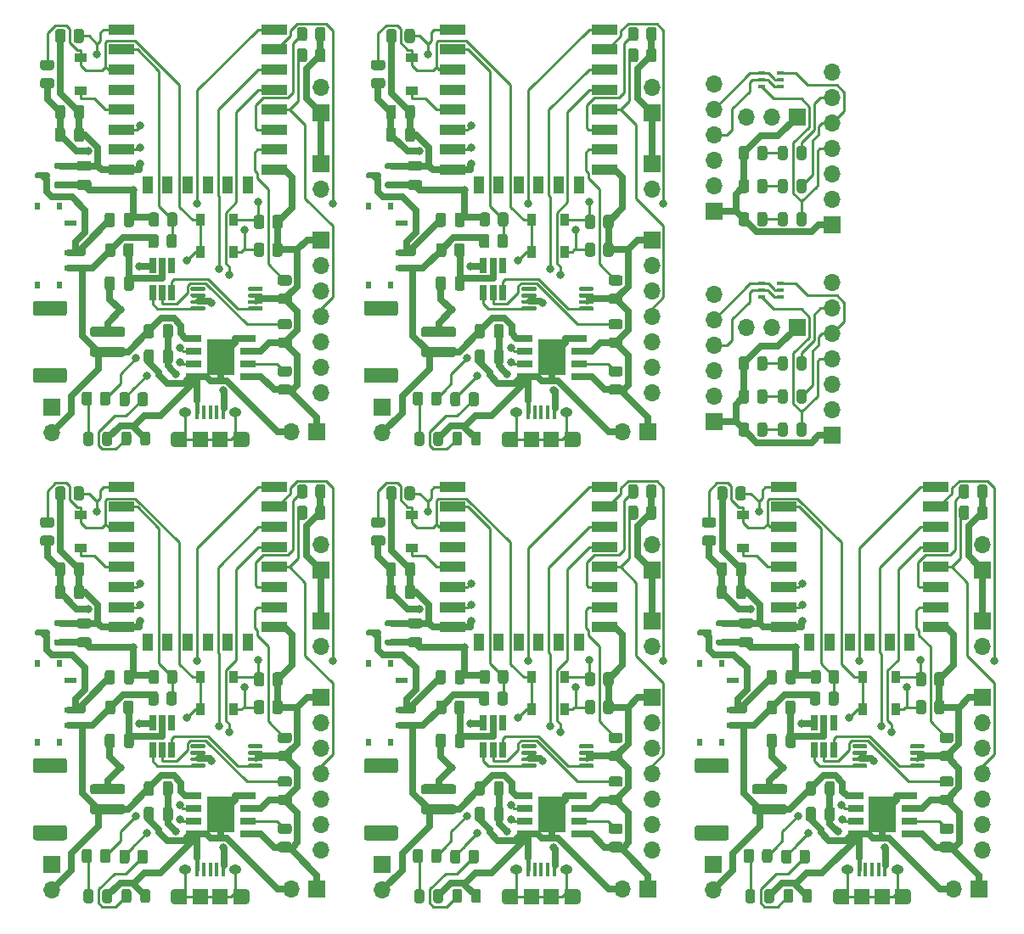
<source format=gtl>
%MOIN*%
%OFA0B0*%
%FSLAX46Y46*%
%IPPOS*%
%LPD*%
%ADD10O,0.066929133858267723X0.066929133858267723*%
%ADD11R,0.066929133858267723X0.066929133858267723*%
%ADD12R,0.047244094488188976X0.023622047244094488*%
%ADD13R,0.023622047244094488X0.031496062992125991*%
%ADD14R,0.025590551181102365X0.061417322834645675*%
%ADD15R,0.059055118110236227X0.025590551181102365*%
%ADD16R,0.10629921259842522X0.14173228346456693*%
%ADD17R,0.0984251968503937X0.03937007874015748*%
%ADD18R,0.03937007874015748X0.070866141732283464*%
%ADD19R,0.015748031496062995X0.053149606299212608*%
%ADD20O,0.049212598425196853X0.037401574803149609*%
%ADD21R,0.059055118110236227X0.0610236220472441*%
%ADD22R,0.047244094488188976X0.0610236220472441*%
%ADD23O,0.03503937007874016X0.0610236220472441*%
%ADD24R,0.047244094488188976X0.035433070866141732*%
%ADD25R,0.035433070866141732X0.047244094488188976*%
%ADD26C,0.031496062992125991*%
%ADD27C,0.00984251968503937*%
%ADD28C,0.025590551181102365*%
%ADD29C,0.015771653543307087*%
%ADD30C,0.015740157480314963*%
%ADD41O,0.066929133858267723X0.066929133858267723*%
%ADD42R,0.066929133858267723X0.066929133858267723*%
%ADD43R,0.025590551181102365X0.015748031496062995*%
%ADD44C,0.025590551181102365*%
%ADD45C,0.00984251968503937*%
%ADD46O,0.066929133858267723X0.066929133858267723*%
%ADD47R,0.066929133858267723X0.066929133858267723*%
%ADD48R,0.047244094488188976X0.023622047244094488*%
%ADD49R,0.023622047244094488X0.031496062992125991*%
%ADD50R,0.025590551181102365X0.061417322834645675*%
%ADD51R,0.059055118110236227X0.025590551181102365*%
%ADD52R,0.10629921259842522X0.14173228346456693*%
%ADD53R,0.0984251968503937X0.03937007874015748*%
%ADD54R,0.03937007874015748X0.070866141732283464*%
%ADD55R,0.015748031496062995X0.053149606299212608*%
%ADD56O,0.049212598425196853X0.037401574803149609*%
%ADD57R,0.059055118110236227X0.0610236220472441*%
%ADD58R,0.047244094488188976X0.0610236220472441*%
%ADD59O,0.03503937007874016X0.0610236220472441*%
%ADD60R,0.047244094488188976X0.035433070866141732*%
%ADD61R,0.035433070866141732X0.047244094488188976*%
%ADD62C,0.031496062992125991*%
%ADD63C,0.00984251968503937*%
%ADD64C,0.025590551181102365*%
%ADD65C,0.015771653543307087*%
%ADD66C,0.015740157480314963*%
%ADD67O,0.066929133858267723X0.066929133858267723*%
%ADD68R,0.066929133858267723X0.066929133858267723*%
%ADD69R,0.047244094488188976X0.023622047244094488*%
%ADD70R,0.023622047244094488X0.031496062992125991*%
%ADD71R,0.025590551181102365X0.061417322834645675*%
%ADD72R,0.059055118110236227X0.025590551181102365*%
%ADD73R,0.10629921259842522X0.14173228346456693*%
%ADD74R,0.0984251968503937X0.03937007874015748*%
%ADD75R,0.03937007874015748X0.070866141732283464*%
%ADD76R,0.015748031496062995X0.053149606299212608*%
%ADD77O,0.049212598425196853X0.037401574803149609*%
%ADD78R,0.059055118110236227X0.0610236220472441*%
%ADD79R,0.047244094488188976X0.0610236220472441*%
%ADD80O,0.03503937007874016X0.0610236220472441*%
%ADD81R,0.047244094488188976X0.035433070866141732*%
%ADD82R,0.035433070866141732X0.047244094488188976*%
%ADD83C,0.031496062992125991*%
%ADD84C,0.00984251968503937*%
%ADD85C,0.025590551181102365*%
%ADD86C,0.015771653543307087*%
%ADD87C,0.015740157480314963*%
%ADD88O,0.066929133858267723X0.066929133858267723*%
%ADD89R,0.066929133858267723X0.066929133858267723*%
%ADD90R,0.047244094488188976X0.023622047244094488*%
%ADD91R,0.023622047244094488X0.031496062992125991*%
%ADD92R,0.025590551181102365X0.061417322834645675*%
%ADD93R,0.059055118110236227X0.025590551181102365*%
%ADD94R,0.10629921259842522X0.14173228346456693*%
%ADD95R,0.0984251968503937X0.03937007874015748*%
%ADD96R,0.03937007874015748X0.070866141732283464*%
%ADD97R,0.015748031496062995X0.053149606299212608*%
%ADD98O,0.049212598425196853X0.037401574803149609*%
%ADD99R,0.059055118110236227X0.0610236220472441*%
%ADD100R,0.047244094488188976X0.0610236220472441*%
%ADD101O,0.03503937007874016X0.0610236220472441*%
%ADD102R,0.047244094488188976X0.035433070866141732*%
%ADD103R,0.035433070866141732X0.047244094488188976*%
%ADD104C,0.031496062992125991*%
%ADD105C,0.00984251968503937*%
%ADD106C,0.025590551181102365*%
%ADD107C,0.015771653543307087*%
%ADD108C,0.015740157480314963*%
%ADD109O,0.066929133858267723X0.066929133858267723*%
%ADD110R,0.066929133858267723X0.066929133858267723*%
%ADD111R,0.025590551181102365X0.015748031496062995*%
%ADD112C,0.025590551181102365*%
%ADD113C,0.00984251968503937*%
%ADD114O,0.066929133858267723X0.066929133858267723*%
%ADD115R,0.066929133858267723X0.066929133858267723*%
%ADD116R,0.047244094488188976X0.023622047244094488*%
%ADD117R,0.023622047244094488X0.031496062992125991*%
%ADD118R,0.025590551181102365X0.061417322834645675*%
%ADD119R,0.059055118110236227X0.025590551181102365*%
%ADD120R,0.10629921259842522X0.14173228346456693*%
%ADD121R,0.0984251968503937X0.03937007874015748*%
%ADD122R,0.03937007874015748X0.070866141732283464*%
%ADD123R,0.015748031496062995X0.053149606299212608*%
%ADD124O,0.049212598425196853X0.037401574803149609*%
%ADD125R,0.059055118110236227X0.0610236220472441*%
%ADD126R,0.047244094488188976X0.0610236220472441*%
%ADD127O,0.03503937007874016X0.0610236220472441*%
%ADD128R,0.047244094488188976X0.035433070866141732*%
%ADD129R,0.035433070866141732X0.047244094488188976*%
%ADD130C,0.031496062992125991*%
%ADD131C,0.00984251968503937*%
%ADD132C,0.025590551181102365*%
%ADD133C,0.015771653543307087*%
%ADD134C,0.015740157480314963*%
G01*
D10*
X-0003930500Y0006002500D02*
X0001149500Y0000238000D03*
X0001149500Y0000338000D03*
X0001149500Y0000438000D03*
X0001149500Y0000537999D03*
X0001149500Y0000638000D03*
X0001149500Y0000738000D03*
D11*
X0001149500Y0000838000D03*
D12*
X0000168318Y0000728877D03*
X0000168318Y0000787933D03*
X0000168318Y0000906043D03*
D13*
X0000125011Y0000971397D03*
X0000037610Y0000971397D03*
X0000125011Y0000663523D03*
X0000037610Y0000663523D03*
G36*
G01*
X0000160051Y0001061555D02*
X0000160051Y0001049744D01*
G75*
G02*
X0000154145Y0001043838I-0000005905D01*
G01*
X0000107885Y0001043838D01*
G75*
G02*
X0000101980Y0001049744J0000005905D01*
G01*
X0000101980Y0001061555D01*
G75*
G02*
X0000107885Y0001067460I0000005905D01*
G01*
X0000154145Y0001067460D01*
G75*
G02*
X0000160051Y0001061555J-0000005905D01*
G01*
G37*
G36*
G01*
X0000160051Y0001136358D02*
X0000160051Y0001124547D01*
G75*
G02*
X0000154145Y0001118641I-0000005905D01*
G01*
X0000107885Y0001118641D01*
G75*
G02*
X0000101980Y0001124547J0000005905D01*
G01*
X0000101980Y0001136358D01*
G75*
G02*
X0000107885Y0001142263I0000005905D01*
G01*
X0000154145Y0001142263D01*
G75*
G02*
X0000160051Y0001136358J-0000005905D01*
G01*
G37*
G36*
G01*
X0000086232Y0001098956D02*
X0000086232Y0001087145D01*
G75*
G02*
X0000080326Y0001081240I-0000005905D01*
G01*
X0000034066Y0001081240D01*
G75*
G02*
X0000028161Y0001087145J0000005905D01*
G01*
X0000028161Y0001098956D01*
G75*
G02*
X0000034066Y0001104862I0000005905D01*
G01*
X0000080326Y0001104862D01*
G75*
G02*
X0000086232Y0001098956J-0000005905D01*
G01*
G37*
G36*
G01*
X0000638397Y0000643248D02*
X0000638397Y0000651122D01*
G75*
G02*
X0000642334Y0000655059I0000003937D01*
G01*
X0000692531Y0000655059D01*
G75*
G02*
X0000696468Y0000651122J-0000003937D01*
G01*
X0000696468Y0000643248D01*
G75*
G02*
X0000692531Y0000639311I-0000003937D01*
G01*
X0000642334Y0000639311D01*
G75*
G02*
X0000638397Y0000643248J0000003937D01*
G01*
G37*
G36*
G01*
X0000638397Y0000617657D02*
X0000638397Y0000625531D01*
G75*
G02*
X0000642334Y0000629468I0000003937D01*
G01*
X0000692531Y0000629468D01*
G75*
G02*
X0000696468Y0000625531J-0000003937D01*
G01*
X0000696468Y0000617657D01*
G75*
G02*
X0000692531Y0000613720I-0000003937D01*
G01*
X0000642334Y0000613720D01*
G75*
G02*
X0000638397Y0000617657J0000003937D01*
G01*
G37*
G36*
G01*
X0000638397Y0000592066D02*
X0000638397Y0000599940D01*
G75*
G02*
X0000642334Y0000603877I0000003937D01*
G01*
X0000692531Y0000603877D01*
G75*
G02*
X0000696468Y0000599940J-0000003937D01*
G01*
X0000696468Y0000592066D01*
G75*
G02*
X0000692531Y0000588129I-0000003937D01*
G01*
X0000642334Y0000588129D01*
G75*
G02*
X0000638397Y0000592066J0000003937D01*
G01*
G37*
G36*
G01*
X0000638397Y0000566476D02*
X0000638397Y0000574350D01*
G75*
G02*
X0000642334Y0000578287I0000003937D01*
G01*
X0000692531Y0000578287D01*
G75*
G02*
X0000696468Y0000574350J-0000003937D01*
G01*
X0000696468Y0000566476D01*
G75*
G02*
X0000692531Y0000562539I-0000003937D01*
G01*
X0000642334Y0000562539D01*
G75*
G02*
X0000638397Y0000566476J0000003937D01*
G01*
G37*
G36*
G01*
X0000863791Y0000566476D02*
X0000863791Y0000574350D01*
G75*
G02*
X0000867728Y0000578287I0000003937D01*
G01*
X0000917925Y0000578287D01*
G75*
G02*
X0000921862Y0000574350J-0000003937D01*
G01*
X0000921862Y0000566476D01*
G75*
G02*
X0000917925Y0000562539I-0000003937D01*
G01*
X0000867728Y0000562539D01*
G75*
G02*
X0000863791Y0000566476J0000003937D01*
G01*
G37*
G36*
G01*
X0000863791Y0000592066D02*
X0000863791Y0000599940D01*
G75*
G02*
X0000867728Y0000603877I0000003937D01*
G01*
X0000917925Y0000603877D01*
G75*
G02*
X0000921862Y0000599940J-0000003937D01*
G01*
X0000921862Y0000592066D01*
G75*
G02*
X0000917925Y0000588129I-0000003937D01*
G01*
X0000867728Y0000588129D01*
G75*
G02*
X0000863791Y0000592066J0000003937D01*
G01*
G37*
G36*
G01*
X0000863791Y0000617657D02*
X0000863791Y0000625531D01*
G75*
G02*
X0000867728Y0000629468I0000003937D01*
G01*
X0000917925Y0000629468D01*
G75*
G02*
X0000921862Y0000625531J-0000003937D01*
G01*
X0000921862Y0000617657D01*
G75*
G02*
X0000917925Y0000613720I-0000003937D01*
G01*
X0000867728Y0000613720D01*
G75*
G02*
X0000863791Y0000617657J0000003937D01*
G01*
G37*
G36*
G01*
X0000863791Y0000643248D02*
X0000863791Y0000651122D01*
G75*
G02*
X0000867728Y0000655059I0000003937D01*
G01*
X0000917925Y0000655059D01*
G75*
G02*
X0000921862Y0000651122J-0000003937D01*
G01*
X0000921862Y0000643248D01*
G75*
G02*
X0000917925Y0000639311I-0000003937D01*
G01*
X0000867728Y0000639311D01*
G75*
G02*
X0000863791Y0000643248J0000003937D01*
G01*
G37*
D14*
X0000488791Y0000632421D03*
X0000526192Y0000632421D03*
X0000563594Y0000632421D03*
X0000563594Y0000738720D03*
X0000488791Y0000738720D03*
X0000526192Y0000738720D03*
D15*
X0000862807Y0000303484D03*
X0000862807Y0000353484D03*
X0000862807Y0000403484D03*
X0000862807Y0000453484D03*
X0000650208Y0000453484D03*
X0000650208Y0000403484D03*
X0000650208Y0000353484D03*
X0000650208Y0000303484D03*
D16*
X0000756507Y0000378484D03*
D17*
X0000367137Y0001666673D03*
X0000367137Y0001587933D03*
X0000367137Y0001509192D03*
X0000367137Y0001430452D03*
X0000367137Y0001351712D03*
X0000367137Y0001272972D03*
X0000367137Y0001194232D03*
X0000367137Y0001115492D03*
D18*
X0000469500Y0001056437D03*
X0000548240Y0001056437D03*
X0000626980Y0001056437D03*
X0000705720Y0001056437D03*
X0000784460Y0001056437D03*
X0000863200Y0001056437D03*
D17*
X0000965562Y0001115492D03*
X0000965562Y0001194232D03*
X0000965562Y0001272972D03*
X0000965562Y0001351712D03*
X0000965562Y0001430452D03*
X0000965562Y0001509192D03*
X0000965562Y0001587933D03*
X0000965562Y0001666673D03*
G36*
G01*
X0001025799Y0000302893D02*
X0000990366Y0000302893D01*
G75*
G02*
X0000980523Y0000312736J0000009842D01*
G01*
X0000980523Y0000333405D01*
G75*
G02*
X0000990366Y0000343248I0000009842D01*
G01*
X0001025799Y0000343248D01*
G75*
G02*
X0001035641Y0000333405J-0000009842D01*
G01*
X0001035641Y0000312736D01*
G75*
G02*
X0001025799Y0000302893I-0000009842D01*
G01*
G37*
G36*
G01*
X0001025799Y0000231043D02*
X0000990366Y0000231043D01*
G75*
G02*
X0000980523Y0000240885J0000009842D01*
G01*
X0000980523Y0000261555D01*
G75*
G02*
X0000990366Y0000271397I0000009842D01*
G01*
X0001025799Y0000271397D01*
G75*
G02*
X0001035641Y0000261555J-0000009842D01*
G01*
X0001035641Y0000240885D01*
G75*
G02*
X0001025799Y0000231043I-0000009842D01*
G01*
G37*
G36*
G01*
X0000586232Y0000937539D02*
X0000586232Y0000902106D01*
G75*
G02*
X0000576389Y0000892263I-0000009842D01*
G01*
X0000555720Y0000892263D01*
G75*
G02*
X0000545877Y0000902106J0000009842D01*
G01*
X0000545877Y0000937539D01*
G75*
G02*
X0000555720Y0000947381I0000009842D01*
G01*
X0000576389Y0000947381D01*
G75*
G02*
X0000586232Y0000937539J-0000009842D01*
G01*
G37*
G36*
G01*
X0000514381Y0000937539D02*
X0000514381Y0000902106D01*
G75*
G02*
X0000504539Y0000892263I-0000009842D01*
G01*
X0000483870Y0000892263D01*
G75*
G02*
X0000474027Y0000902106J0000009842D01*
G01*
X0000474027Y0000937539D01*
G75*
G02*
X0000483870Y0000947381I0000009842D01*
G01*
X0000504539Y0000947381D01*
G75*
G02*
X0000514381Y0000937539J-0000009842D01*
G01*
G37*
G36*
G01*
X0000472059Y0000817460D02*
X0000472059Y0000852893D01*
G75*
G02*
X0000481901Y0000862736I0000009842D01*
G01*
X0000502570Y0000862736D01*
G75*
G02*
X0000512413Y0000852893J-0000009842D01*
G01*
X0000512413Y0000817460D01*
G75*
G02*
X0000502570Y0000807618I-0000009842D01*
G01*
X0000481901Y0000807618D01*
G75*
G02*
X0000472059Y0000817460J0000009842D01*
G01*
G37*
G36*
G01*
X0000543909Y0000817460D02*
X0000543909Y0000852893D01*
G75*
G02*
X0000553751Y0000862736I0000009842D01*
G01*
X0000574421Y0000862736D01*
G75*
G02*
X0000584263Y0000852893J-0000009842D01*
G01*
X0000584263Y0000817460D01*
G75*
G02*
X0000574421Y0000807618I-0000009842D01*
G01*
X0000553751Y0000807618D01*
G75*
G02*
X0000543909Y0000817460J0000009842D01*
G01*
G37*
G36*
G01*
X0000302767Y0000782027D02*
X0000302767Y0000817460D01*
G75*
G02*
X0000312610Y0000827303I0000009842D01*
G01*
X0000333279Y0000827303D01*
G75*
G02*
X0000343122Y0000817460J-0000009842D01*
G01*
X0000343122Y0000782027D01*
G75*
G02*
X0000333279Y0000772185I-0000009842D01*
G01*
X0000312610Y0000772185D01*
G75*
G02*
X0000302767Y0000782027J0000009842D01*
G01*
G37*
G36*
G01*
X0000374618Y0000782027D02*
X0000374618Y0000817460D01*
G75*
G02*
X0000384460Y0000827303I0000009842D01*
G01*
X0000405129Y0000827303D01*
G75*
G02*
X0000414972Y0000817460J-0000009842D01*
G01*
X0000414972Y0000782027D01*
G75*
G02*
X0000405129Y0000772185I-0000009842D01*
G01*
X0000384460Y0000772185D01*
G75*
G02*
X0000374618Y0000782027J0000009842D01*
G01*
G37*
G36*
G01*
X0000990366Y0000456830D02*
X0001025799Y0000456830D01*
G75*
G02*
X0001035641Y0000446988J-0000009842D01*
G01*
X0001035641Y0000426318D01*
G75*
G02*
X0001025799Y0000416476I-0000009842D01*
G01*
X0000990366Y0000416476D01*
G75*
G02*
X0000980523Y0000426318J0000009842D01*
G01*
X0000980523Y0000446988D01*
G75*
G02*
X0000990366Y0000456830I0000009842D01*
G01*
G37*
G36*
G01*
X0000990366Y0000528681D02*
X0001025799Y0000528681D01*
G75*
G02*
X0001035641Y0000518838J-0000009842D01*
G01*
X0001035641Y0000498169D01*
G75*
G02*
X0001025799Y0000488326I-0000009842D01*
G01*
X0000990366Y0000488326D01*
G75*
G02*
X0000980523Y0000498169J0000009842D01*
G01*
X0000980523Y0000518838D01*
G75*
G02*
X0000990366Y0000528681I0000009842D01*
G01*
G37*
G36*
G01*
X0000283279Y0000198562D02*
X0000283279Y0000233996D01*
G75*
G02*
X0000293121Y0000243838I0000009842D01*
G01*
X0000313791Y0000243838D01*
G75*
G02*
X0000323633Y0000233996J-0000009842D01*
G01*
X0000323633Y0000198562D01*
G75*
G02*
X0000313791Y0000188720I-0000009842D01*
G01*
X0000293121Y0000188720D01*
G75*
G02*
X0000283279Y0000198562J0000009842D01*
G01*
G37*
G36*
G01*
X0000211429Y0000198562D02*
X0000211429Y0000233996D01*
G75*
G02*
X0000221271Y0000243838I0000009842D01*
G01*
X0000241941Y0000243838D01*
G75*
G02*
X0000251783Y0000233996J-0000009842D01*
G01*
X0000251783Y0000198562D01*
G75*
G02*
X0000241941Y0000188720I-0000009842D01*
G01*
X0000221271Y0000188720D01*
G75*
G02*
X0000211429Y0000198562J0000009842D01*
G01*
G37*
G36*
G01*
X0000470877Y0000231240D02*
X0000470877Y0000195807D01*
G75*
G02*
X0000461035Y0000185964I-0000009842D01*
G01*
X0000440366Y0000185964D01*
G75*
G02*
X0000430523Y0000195807J0000009842D01*
G01*
X0000430523Y0000231240D01*
G75*
G02*
X0000440366Y0000241082I0000009842D01*
G01*
X0000461035Y0000241082D01*
G75*
G02*
X0000470877Y0000231240J-0000009842D01*
G01*
G37*
G36*
G01*
X0000399027Y0000231240D02*
X0000399027Y0000195807D01*
G75*
G02*
X0000389185Y0000185964I-0000009842D01*
G01*
X0000368515Y0000185964D01*
G75*
G02*
X0000358673Y0000195807J0000009842D01*
G01*
X0000358673Y0000231240D01*
G75*
G02*
X0000368515Y0000241082I0000009842D01*
G01*
X0000389185Y0000241082D01*
G75*
G02*
X0000399027Y0000231240J-0000009842D01*
G01*
G37*
G36*
G01*
X0000887413Y0000892657D02*
X0000887413Y0000928090D01*
G75*
G02*
X0000897255Y0000937933I0000009842D01*
G01*
X0000917925Y0000937933D01*
G75*
G02*
X0000927767Y0000928090J-0000009842D01*
G01*
X0000927767Y0000892657D01*
G75*
G02*
X0000917925Y0000882814I-0000009842D01*
G01*
X0000897255Y0000882814D01*
G75*
G02*
X0000887413Y0000892657J0000009842D01*
G01*
G37*
G36*
G01*
X0000959263Y0000892657D02*
X0000959263Y0000928090D01*
G75*
G02*
X0000969106Y0000937933I0000009842D01*
G01*
X0000989775Y0000937933D01*
G75*
G02*
X0000999618Y0000928090J-0000009842D01*
G01*
X0000999618Y0000892657D01*
G75*
G02*
X0000989775Y0000882814I-0000009842D01*
G01*
X0000969106Y0000882814D01*
G75*
G02*
X0000959263Y0000892657J0000009842D01*
G01*
G37*
G36*
G01*
X0000887413Y0000783405D02*
X0000887413Y0000818838D01*
G75*
G02*
X0000897255Y0000828681I0000009842D01*
G01*
X0000917925Y0000828681D01*
G75*
G02*
X0000927767Y0000818838J-0000009842D01*
G01*
X0000927767Y0000783405D01*
G75*
G02*
X0000917925Y0000773562I-0000009842D01*
G01*
X0000897255Y0000773562D01*
G75*
G02*
X0000887413Y0000783405J0000009842D01*
G01*
G37*
G36*
G01*
X0000959263Y0000783405D02*
X0000959263Y0000818838D01*
G75*
G02*
X0000969106Y0000828681I0000009842D01*
G01*
X0000989775Y0000828681D01*
G75*
G02*
X0000999618Y0000818838J-0000009842D01*
G01*
X0000999618Y0000783405D01*
G75*
G02*
X0000989775Y0000773562I-0000009842D01*
G01*
X0000969106Y0000773562D01*
G75*
G02*
X0000959263Y0000783405J0000009842D01*
G01*
G37*
G36*
G01*
X0000057688Y0001547185D02*
X0000093122Y0001547185D01*
G75*
G02*
X0000102964Y0001537342J-0000009842D01*
G01*
X0000102964Y0001516673D01*
G75*
G02*
X0000093122Y0001506830I-0000009842D01*
G01*
X0000057688Y0001506830D01*
G75*
G02*
X0000047846Y0001516673J0000009842D01*
G01*
X0000047846Y0001537342D01*
G75*
G02*
X0000057688Y0001547185I0000009842D01*
G01*
G37*
G36*
G01*
X0000057688Y0001475334D02*
X0000093122Y0001475334D01*
G75*
G02*
X0000102964Y0001465492J-0000009842D01*
G01*
X0000102964Y0001444822D01*
G75*
G02*
X0000093122Y0001434980I-0000009842D01*
G01*
X0000057688Y0001434980D01*
G75*
G02*
X0000047846Y0001444822J0000009842D01*
G01*
X0000047846Y0001465492D01*
G75*
G02*
X0000057688Y0001475334I0000009842D01*
G01*
G37*
G36*
G01*
X0001128082Y0001630846D02*
X0001128082Y0001666279D01*
G75*
G02*
X0001137925Y0001676122I0000009842D01*
G01*
X0001158594Y0001676122D01*
G75*
G02*
X0001168437Y0001666279J-0000009842D01*
G01*
X0001168437Y0001630846D01*
G75*
G02*
X0001158594Y0001621003I-0000009842D01*
G01*
X0001137925Y0001621003D01*
G75*
G02*
X0001128082Y0001630846J0000009842D01*
G01*
G37*
G36*
G01*
X0001056232Y0001630846D02*
X0001056232Y0001666279D01*
G75*
G02*
X0001066074Y0001676122I0000009842D01*
G01*
X0001086744Y0001676122D01*
G75*
G02*
X0001096586Y0001666279J-0000009842D01*
G01*
X0001096586Y0001630846D01*
G75*
G02*
X0001086744Y0001621003I-0000009842D01*
G01*
X0001066074Y0001621003D01*
G75*
G02*
X0001056232Y0001630846J0000009842D01*
G01*
G37*
G36*
G01*
X0000990366Y0000628877D02*
X0001025799Y0000628877D01*
G75*
G02*
X0001035641Y0000619035J-0000009842D01*
G01*
X0001035641Y0000598366D01*
G75*
G02*
X0001025799Y0000588523I-0000009842D01*
G01*
X0000990366Y0000588523D01*
G75*
G02*
X0000980523Y0000598366J0000009842D01*
G01*
X0000980523Y0000619035D01*
G75*
G02*
X0000990366Y0000628877I0000009842D01*
G01*
G37*
G36*
G01*
X0000990366Y0000700728D02*
X0001025799Y0000700728D01*
G75*
G02*
X0001035641Y0000690885J-0000009842D01*
G01*
X0001035641Y0000670216D01*
G75*
G02*
X0001025799Y0000660374I-0000009842D01*
G01*
X0000990366Y0000660374D01*
G75*
G02*
X0000980523Y0000670216J0000009842D01*
G01*
X0000980523Y0000690885D01*
G75*
G02*
X0000990366Y0000700728I0000009842D01*
G01*
G37*
G36*
G01*
X0001128082Y0001547381D02*
X0001128082Y0001582815D01*
G75*
G02*
X0001137925Y0001592657I0000009842D01*
G01*
X0001158594Y0001592657D01*
G75*
G02*
X0001168437Y0001582815J-0000009842D01*
G01*
X0001168437Y0001547381D01*
G75*
G02*
X0001158594Y0001537539I-0000009842D01*
G01*
X0001137925Y0001537539D01*
G75*
G02*
X0001128082Y0001547381J0000009842D01*
G01*
G37*
G36*
G01*
X0001056232Y0001547381D02*
X0001056232Y0001582815D01*
G75*
G02*
X0001066074Y0001592657I0000009842D01*
G01*
X0001086744Y0001592657D01*
G75*
G02*
X0001096586Y0001582815J-0000009842D01*
G01*
X0001096586Y0001547381D01*
G75*
G02*
X0001086744Y0001537539I-0000009842D01*
G01*
X0001066074Y0001537539D01*
G75*
G02*
X0001056232Y0001547381J0000009842D01*
G01*
G37*
G36*
G01*
X0000107295Y0001623366D02*
X0000107295Y0001658799D01*
G75*
G02*
X0000117137Y0001668641I0000009842D01*
G01*
X0000137807Y0001668641D01*
G75*
G02*
X0000147649Y0001658799J-0000009842D01*
G01*
X0000147649Y0001623366D01*
G75*
G02*
X0000137807Y0001613523I-0000009842D01*
G01*
X0000117137Y0001613523D01*
G75*
G02*
X0000107295Y0001623366J0000009842D01*
G01*
G37*
G36*
G01*
X0000179145Y0001623366D02*
X0000179145Y0001658799D01*
G75*
G02*
X0000188988Y0001668641I0000009842D01*
G01*
X0000209657Y0001668641D01*
G75*
G02*
X0000219499Y0001658799J-0000009842D01*
G01*
X0000219499Y0001623366D01*
G75*
G02*
X0000209657Y0001613523I-0000009842D01*
G01*
X0000188988Y0001613523D01*
G75*
G02*
X0000179145Y0001623366J0000009842D01*
G01*
G37*
D11*
X0000092334Y0000182814D03*
D10*
X0000092334Y0000082814D03*
G36*
G01*
X0000253751Y0000498169D02*
X0000371862Y0000498169D01*
G75*
G02*
X0000381704Y0000488326J-0000009842D01*
G01*
X0000381704Y0000468641D01*
G75*
G02*
X0000371862Y0000458799I-0000009842D01*
G01*
X0000253751Y0000458799D01*
G75*
G02*
X0000243909Y0000468641J0000009842D01*
G01*
X0000243909Y0000488326D01*
G75*
G02*
X0000253751Y0000498169I0000009842D01*
G01*
G37*
G36*
G01*
X0000253751Y0000419429D02*
X0000371862Y0000419429D01*
G75*
G02*
X0000381704Y0000409586J-0000009842D01*
G01*
X0000381704Y0000389901D01*
G75*
G02*
X0000371862Y0000380059I-0000009842D01*
G01*
X0000253751Y0000380059D01*
G75*
G02*
X0000243909Y0000389901J0000009842D01*
G01*
X0000243909Y0000409586D01*
G75*
G02*
X0000253751Y0000419429I0000009842D01*
G01*
G37*
G36*
G01*
X0000029342Y0000600531D02*
X0000143515Y0000600531D01*
G75*
G02*
X0000153358Y0000590688J-0000009842D01*
G01*
X0000153358Y0000551318D01*
G75*
G02*
X0000143515Y0000541476I-0000009842D01*
G01*
X0000029342Y0000541476D01*
G75*
G02*
X0000019500Y0000551318J0000009842D01*
G01*
X0000019500Y0000590688D01*
G75*
G02*
X0000029342Y0000600531I0000009842D01*
G01*
G37*
G36*
G01*
X0000029342Y0000336751D02*
X0000143515Y0000336751D01*
G75*
G02*
X0000153358Y0000326909J-0000009842D01*
G01*
X0000153358Y0000287539D01*
G75*
G02*
X0000143515Y0000277696I-0000009842D01*
G01*
X0000029342Y0000277696D01*
G75*
G02*
X0000019500Y0000287539J0000009842D01*
G01*
X0000019500Y0000326909D01*
G75*
G02*
X0000029342Y0000336751I0000009842D01*
G01*
G37*
D19*
X0000664381Y0000163129D03*
X0000689972Y0000163129D03*
X0000715562Y0000163129D03*
X0000741153Y0000163129D03*
X0000766744Y0000163129D03*
D20*
X0000617137Y0000163129D03*
X0000813988Y0000163129D03*
D21*
X0000676192Y0000056830D03*
X0000754933Y0000056830D03*
D22*
X0000601389Y0000056830D03*
X0000829736Y0000056830D03*
D23*
X0000577767Y0000056830D03*
X0000853358Y0000056830D03*
D10*
X0001034854Y0000086751D03*
D11*
X0001134854Y0000086751D03*
D10*
X0001149421Y0001440295D03*
D11*
X0001149421Y0001340295D03*
D10*
X0001149421Y0001039507D03*
D11*
X0001149421Y0001139507D03*
G36*
G01*
X0000291862Y0000040049D02*
X0000291862Y0000075974D01*
G75*
G02*
X0000301458Y0000085570I0000009596D01*
G01*
X0000320651Y0000085570D01*
G75*
G02*
X0000330248Y0000075974J-0000009596D01*
G01*
X0000330248Y0000040049D01*
G75*
G02*
X0000320651Y0000030452I-0000009596D01*
G01*
X0000301458Y0000030452D01*
G75*
G02*
X0000291862Y0000040049J0000009596D01*
G01*
G37*
G36*
G01*
X0000218043Y0000040049D02*
X0000218043Y0000075974D01*
G75*
G02*
X0000227639Y0000085570I0000009596D01*
G01*
X0000246832Y0000085570D01*
G75*
G02*
X0000256429Y0000075974J-0000009596D01*
G01*
X0000256429Y0000040049D01*
G75*
G02*
X0000246832Y0000030452I-0000009596D01*
G01*
X0000227639Y0000030452D01*
G75*
G02*
X0000218043Y0000040049J0000009596D01*
G01*
G37*
G36*
G01*
X0000366940Y0000041230D02*
X0000366940Y0000077155D01*
G75*
G02*
X0000376537Y0000086751I0000009596D01*
G01*
X0000395730Y0000086751D01*
G75*
G02*
X0000405326Y0000077155J-0000009596D01*
G01*
X0000405326Y0000041230D01*
G75*
G02*
X0000395730Y0000031633I-0000009596D01*
G01*
X0000376537Y0000031633D01*
G75*
G02*
X0000366940Y0000041230J0000009596D01*
G01*
G37*
G36*
G01*
X0000440759Y0000041230D02*
X0000440759Y0000077155D01*
G75*
G02*
X0000450356Y0000086751I0000009596D01*
G01*
X0000469549Y0000086751D01*
G75*
G02*
X0000479145Y0000077155J-0000009596D01*
G01*
X0000479145Y0000041230D01*
G75*
G02*
X0000469549Y0000031633I-0000009596D01*
G01*
X0000450356Y0000031633D01*
G75*
G02*
X0000440759Y0000041230J0000009596D01*
G01*
G37*
D24*
X0000207885Y0001555649D03*
X0000207885Y0001425728D03*
D25*
X0000676980Y0000793248D03*
X0000806901Y0000793248D03*
X0000676980Y0000918248D03*
X0000806901Y0000918248D03*
G36*
G01*
X0000201389Y0001150137D02*
X0000238791Y0001150137D01*
G75*
G02*
X0000248633Y0001140295J-0000009842D01*
G01*
X0000248633Y0001120610D01*
G75*
G02*
X0000238791Y0001110767I-0000009842D01*
G01*
X0000201389Y0001110767D01*
G75*
G02*
X0000191547Y0001120610J0000009842D01*
G01*
X0000191547Y0001140295D01*
G75*
G02*
X0000201389Y0001150137I0000009842D01*
G01*
G37*
G36*
G01*
X0000201389Y0001075334D02*
X0000238791Y0001075334D01*
G75*
G02*
X0000248633Y0001065492J-0000009842D01*
G01*
X0000248633Y0001045807D01*
G75*
G02*
X0000238791Y0001035964I-0000009842D01*
G01*
X0000201389Y0001035964D01*
G75*
G02*
X0000191547Y0001045807J0000009842D01*
G01*
X0000191547Y0001065492D01*
G75*
G02*
X0000201389Y0001075334I0000009842D01*
G01*
G37*
G36*
G01*
X0000301783Y0000899940D02*
X0000301783Y0000937342D01*
G75*
G02*
X0000311625Y0000947185I0000009842D01*
G01*
X0000331311Y0000947185D01*
G75*
G02*
X0000341153Y0000937342J-0000009842D01*
G01*
X0000341153Y0000899940D01*
G75*
G02*
X0000331311Y0000890098I-0000009842D01*
G01*
X0000311625Y0000890098D01*
G75*
G02*
X0000301783Y0000899940J0000009842D01*
G01*
G37*
G36*
G01*
X0000376586Y0000899940D02*
X0000376586Y0000937342D01*
G75*
G02*
X0000386429Y0000947185I0000009842D01*
G01*
X0000406114Y0000947185D01*
G75*
G02*
X0000415956Y0000937342J-0000009842D01*
G01*
X0000415956Y0000899940D01*
G75*
G02*
X0000406114Y0000890098I-0000009842D01*
G01*
X0000386429Y0000890098D01*
G75*
G02*
X0000376586Y0000899940J0000009842D01*
G01*
G37*
G36*
G01*
X0000415956Y0000687342D02*
X0000415956Y0000649940D01*
G75*
G02*
X0000406114Y0000640098I-0000009842D01*
G01*
X0000386429Y0000640098D01*
G75*
G02*
X0000376586Y0000649940J0000009842D01*
G01*
X0000376586Y0000687342D01*
G75*
G02*
X0000386429Y0000697185I0000009842D01*
G01*
X0000406114Y0000697185D01*
G75*
G02*
X0000415956Y0000687342J-0000009842D01*
G01*
G37*
G36*
G01*
X0000341153Y0000687342D02*
X0000341153Y0000649940D01*
G75*
G02*
X0000331311Y0000640098I-0000009842D01*
G01*
X0000311625Y0000640098D01*
G75*
G02*
X0000301783Y0000649940J0000009842D01*
G01*
X0000301783Y0000687342D01*
G75*
G02*
X0000311625Y0000697185I0000009842D01*
G01*
X0000331311Y0000697185D01*
G75*
G02*
X0000341153Y0000687342J-0000009842D01*
G01*
G37*
G36*
G01*
X0000454933Y0000462539D02*
X0000454933Y0000499940D01*
G75*
G02*
X0000464775Y0000509783I0000009842D01*
G01*
X0000484460Y0000509783D01*
G75*
G02*
X0000494303Y0000499940J-0000009842D01*
G01*
X0000494303Y0000462539D01*
G75*
G02*
X0000484460Y0000452696I-0000009842D01*
G01*
X0000464775Y0000452696D01*
G75*
G02*
X0000454933Y0000462539J0000009842D01*
G01*
G37*
G36*
G01*
X0000529736Y0000462539D02*
X0000529736Y0000499940D01*
G75*
G02*
X0000539578Y0000509783I0000009842D01*
G01*
X0000559263Y0000509783D01*
G75*
G02*
X0000569106Y0000499940J-0000009842D01*
G01*
X0000569106Y0000462539D01*
G75*
G02*
X0000559263Y0000452696I-0000009842D01*
G01*
X0000539578Y0000452696D01*
G75*
G02*
X0000529736Y0000462539J0000009842D01*
G01*
G37*
G36*
G01*
X0000454933Y0000362145D02*
X0000454933Y0000399547D01*
G75*
G02*
X0000464775Y0000409389I0000009842D01*
G01*
X0000484460Y0000409389D01*
G75*
G02*
X0000494303Y0000399547J-0000009842D01*
G01*
X0000494303Y0000362145D01*
G75*
G02*
X0000484460Y0000352303I-0000009842D01*
G01*
X0000464775Y0000352303D01*
G75*
G02*
X0000454933Y0000362145J0000009842D01*
G01*
G37*
G36*
G01*
X0000529736Y0000362145D02*
X0000529736Y0000399547D01*
G75*
G02*
X0000539578Y0000409389I0000009842D01*
G01*
X0000559263Y0000409389D01*
G75*
G02*
X0000569106Y0000399547J-0000009842D01*
G01*
X0000569106Y0000362145D01*
G75*
G02*
X0000559263Y0000352303I-0000009842D01*
G01*
X0000539578Y0000352303D01*
G75*
G02*
X0000529736Y0000362145J0000009842D01*
G01*
G37*
G36*
G01*
X0000220484Y0001271988D02*
X0000220484Y0001234586D01*
G75*
G02*
X0000210641Y0001224744I-0000009842D01*
G01*
X0000190956Y0001224744D01*
G75*
G02*
X0000181114Y0001234586J0000009842D01*
G01*
X0000181114Y0001271988D01*
G75*
G02*
X0000190956Y0001281830I0000009842D01*
G01*
X0000210641Y0001281830D01*
G75*
G02*
X0000220484Y0001271988J-0000009842D01*
G01*
G37*
G36*
G01*
X0000145681Y0001271988D02*
X0000145681Y0001234586D01*
G75*
G02*
X0000135838Y0001224744I-0000009842D01*
G01*
X0000116153Y0001224744D01*
G75*
G02*
X0000106310Y0001234586J0000009842D01*
G01*
X0000106310Y0001271988D01*
G75*
G02*
X0000116153Y0001281830I0000009842D01*
G01*
X0000135838Y0001281830D01*
G75*
G02*
X0000145681Y0001271988J-0000009842D01*
G01*
G37*
G36*
G01*
X0000220484Y0001360767D02*
X0000220484Y0001323366D01*
G75*
G02*
X0000210641Y0001313523I-0000009842D01*
G01*
X0000190956Y0001313523D01*
G75*
G02*
X0000181114Y0001323366J0000009842D01*
G01*
X0000181114Y0001360767D01*
G75*
G02*
X0000190956Y0001370610I0000009842D01*
G01*
X0000210641Y0001370610D01*
G75*
G02*
X0000220484Y0001360767J-0000009842D01*
G01*
G37*
G36*
G01*
X0000145681Y0001360767D02*
X0000145681Y0001323366D01*
G75*
G02*
X0000135838Y0001313523I-0000009842D01*
G01*
X0000116153Y0001313523D01*
G75*
G02*
X0000106310Y0001323366J0000009842D01*
G01*
X0000106310Y0001360767D01*
G75*
G02*
X0000116153Y0001370610I0000009842D01*
G01*
X0000135838Y0001370610D01*
G75*
G02*
X0000145681Y0001360767J-0000009842D01*
G01*
G37*
D26*
X0000623500Y0000759500D03*
X0000441102Y0001287409D03*
X0000903551Y0000987535D03*
X0000440354Y0001202417D03*
X0000851535Y0000879614D03*
X0000270499Y0001570500D03*
X0001195692Y0000981551D03*
X0000664499Y0000983500D03*
X0000580500Y0000313500D03*
X0000237661Y0001187555D03*
X0000413661Y0001036594D03*
X0000765500Y0000248500D03*
X0000440185Y0001140433D03*
X0000720169Y0000591031D03*
X0000437499Y0000736499D03*
X0000363500Y0000564511D03*
X0000791500Y0000702500D03*
X0000596944Y0000359220D03*
X0000465500Y0000305500D03*
X0000596622Y0000415736D03*
X0000424500Y0000374500D03*
X0000751499Y0000726500D03*
D27*
X0000304393Y0001520318D02*
X0000315519Y0001509192D01*
X0000646456Y0000918248D02*
X0000594484Y0000970220D01*
X0000594484Y0000970220D02*
X0000594484Y0001447905D01*
X0000594484Y0001447905D02*
X0000421625Y0001620763D01*
X0000421625Y0001620763D02*
X0000310641Y0001620763D01*
X0000310641Y0001620763D02*
X0000304393Y0001614515D01*
X0000304393Y0001614515D02*
X0000304393Y0001520318D01*
X0000304393Y0001520318D02*
X0000289566Y0001505492D01*
X0000289566Y0001505492D02*
X0000227519Y0001505492D01*
X0000227519Y0001505492D02*
X0000207885Y0001525125D01*
X0000207885Y0001555649D02*
X0000207885Y0001525125D01*
X0000676980Y0000793248D02*
X0000676980Y0000829677D01*
X0000661720Y0000918248D02*
X0000646456Y0000918248D01*
X0000676980Y0000918248D02*
X0000661720Y0000918248D01*
X0000367137Y0001509192D02*
X0000315519Y0001509192D01*
X0000207885Y0001555649D02*
X0000207885Y0001586173D01*
X0000207885Y0001586173D02*
X0000192622Y0001586173D01*
X0000192622Y0001586173D02*
X0000163397Y0001615397D01*
X0000163397Y0001615397D02*
X0000163397Y0001668031D01*
X0000163397Y0001668031D02*
X0000149885Y0001681543D01*
X0000149885Y0001681543D02*
X0000106035Y0001681543D01*
X0000106035Y0001681543D02*
X0000075405Y0001650913D01*
X0000075405Y0001650913D02*
X0000075405Y0001527007D01*
X0000676980Y0000829677D02*
X0000676980Y0000918248D01*
X0000657248Y0000793248D02*
X0000623500Y0000759500D01*
X0000676980Y0000793248D02*
X0000657248Y0000793248D01*
X0000441102Y0001287409D02*
X0000429157Y0001275464D01*
X0000429157Y0001275464D02*
X0000429157Y0001272972D01*
X0000367137Y0001272972D02*
X0000429157Y0001272972D01*
X0000903551Y0000918248D02*
X0000903551Y0000987535D01*
X0000907590Y0000910374D02*
X0000903551Y0000914413D01*
X0000903551Y0000914413D02*
X0000903551Y0000918248D01*
X0000837425Y0000918248D02*
X0000903551Y0000918248D01*
X0000806901Y0000918248D02*
X0000837425Y0000918248D01*
X0000440354Y0001202417D02*
X0000437342Y0001202417D01*
X0000437342Y0001202417D02*
X0000429157Y0001194232D01*
X0000367137Y0001194232D02*
X0000429157Y0001194232D01*
X0000806901Y0000793248D02*
X0000837425Y0000793248D01*
X0000851535Y0000801122D02*
X0000845299Y0000801122D01*
X0000845299Y0000801122D02*
X0000837425Y0000793248D01*
X0000907590Y0000801122D02*
X0000851535Y0000801122D01*
X0000851535Y0000801122D02*
X0000851535Y0000879614D01*
X0000367137Y0001351712D02*
X0000305118Y0001351712D01*
X0000207885Y0001425728D02*
X0000207885Y0001395204D01*
X0000207885Y0001395204D02*
X0000261625Y0001395204D01*
X0000261625Y0001395204D02*
X0000305118Y0001351712D01*
X0000903543Y0001194232D02*
X0000965562Y0001194232D01*
X0000901232Y0001194232D02*
X0000903543Y0001194232D01*
X0000889500Y0001182500D02*
X0000901232Y0001194232D01*
X0000889500Y0001113500D02*
X0000889500Y0001182500D01*
X0000899500Y0001103500D02*
X0000889500Y0001113500D01*
X0000943519Y0000745114D02*
X0000943519Y0001039480D01*
X0000899500Y0001083500D02*
X0000899500Y0001103500D01*
X0000943519Y0001039480D02*
X0000899500Y0001083500D01*
X0001008082Y0000680551D02*
X0000943519Y0000745114D01*
X0001040413Y0001417956D02*
X0001040413Y0001612566D01*
X0000924279Y0001397956D02*
X0001020413Y0001397956D01*
X0000894500Y0001368177D02*
X0000924279Y0001397956D01*
X0001040413Y0001612566D02*
X0001076409Y0001648562D01*
X0000899972Y0001272972D02*
X0000894500Y0001278444D01*
X0001020413Y0001397956D02*
X0001040413Y0001417956D01*
X0000894500Y0001278444D02*
X0000894500Y0001368177D01*
X0000965562Y0001272972D02*
X0000899972Y0001272972D01*
X0000199322Y0001641082D02*
X0000238917Y0001641082D01*
X0000270499Y0001609500D02*
X0000270499Y0001570500D01*
X0000238917Y0001641082D02*
X0000270499Y0001609500D01*
X0000283500Y0001622500D02*
X0000270499Y0001609500D01*
X0000283500Y0001654499D02*
X0000283500Y0001622500D01*
X0000295673Y0001666673D02*
X0000283500Y0001654499D01*
X0000367137Y0001666673D02*
X0000295673Y0001666673D01*
X0001076409Y0001565098D02*
X0001060870Y0001549559D01*
X0001060870Y0001549559D02*
X0001060870Y0001385000D01*
X0001060870Y0001385000D02*
X0001027582Y0001351712D01*
X0000965562Y0001351712D02*
X0001027582Y0001351712D01*
X0001088476Y0001002393D02*
X0001088476Y0001290818D01*
X0001195889Y0000894980D02*
X0001088476Y0001002393D01*
X0001195889Y0000616405D02*
X0001195889Y0000894980D01*
X0001088476Y0001290818D02*
X0001027582Y0001351712D01*
X0001149618Y0000570133D02*
X0001195889Y0000616405D01*
X0001149618Y0000538326D02*
X0001149618Y0000570133D01*
X0000965562Y0001587933D02*
X0000976145Y0001587933D01*
X0000976145Y0001587933D02*
X0001029212Y0001641000D01*
X0001029212Y0001641000D02*
X0001029212Y0001661992D01*
X0001029212Y0001661992D02*
X0001056854Y0001689633D01*
X0001056854Y0001689633D02*
X0001169444Y0001689633D01*
X0001169444Y0001689633D02*
X0001195692Y0001663385D01*
X0001195692Y0001663385D02*
X0001195692Y0000981551D01*
X0000903543Y0001666673D02*
X0000965562Y0001666673D01*
X0000664499Y0001427629D02*
X0000903543Y0001666673D01*
X0000664499Y0000983500D02*
X0000664499Y0001427629D01*
D28*
X0000979440Y0000801122D02*
X0000979440Y0000910374D01*
X0000549421Y0000380846D02*
X0000549421Y0000481240D01*
X0000566539Y0000327283D02*
X0000549421Y0000344401D01*
X0000549421Y0000344401D02*
X0000549421Y0000380846D01*
X0000862807Y0000303484D02*
X0000913015Y0000303484D01*
X0001008082Y0000251220D02*
X0000965279Y0000251220D01*
X0000965279Y0000251220D02*
X0000913015Y0000303484D01*
X0001039622Y0000251220D02*
X0001008082Y0000251220D01*
X0000237661Y0001187555D02*
X0000191728Y0001187555D01*
X0000191728Y0001187555D02*
X0000125996Y0001253287D01*
X0000125996Y0001342066D02*
X0000125996Y0001253287D01*
D29*
X0000904374Y0000607551D02*
X0000892826Y0000596003D01*
D28*
X0000905523Y0000608700D02*
X0000904374Y0000609850D01*
X0000904374Y0000609850D02*
X0000904374Y0000610047D01*
X0001008082Y0000608700D02*
X0000905523Y0000608700D01*
X0000905523Y0000608700D02*
X0000904374Y0000607551D01*
X0000413661Y0001036594D02*
X0000239145Y0001036594D01*
X0000239145Y0001036594D02*
X0000220090Y0001055649D01*
X0000413661Y0000927338D02*
X0000413661Y0001036594D01*
X0001008082Y0000436653D02*
X0001056366Y0000484937D01*
X0001056366Y0000484937D02*
X0001056366Y0000560417D01*
X0001056366Y0000560417D02*
X0001008082Y0000608700D01*
X0001056366Y0000801122D02*
X0001056366Y0000656984D01*
X0001056366Y0000656984D02*
X0001008082Y0000608700D01*
X0001039622Y0000251220D02*
X0001057519Y0000269118D01*
X0001057519Y0000269118D02*
X0001057519Y0000387216D01*
X0001057519Y0000387216D02*
X0001008082Y0000436653D01*
X0001056366Y0000801122D02*
X0001058267Y0000801122D01*
X0001058267Y0000801122D02*
X0001095472Y0000838326D01*
X0000979440Y0000801122D02*
X0001056366Y0000801122D01*
X0001134854Y0000086751D02*
X0001134854Y0000140897D01*
X0001134854Y0000140897D02*
X0001039622Y0000236129D01*
X0001039622Y0000236129D02*
X0001039622Y0000251220D01*
D29*
X0000904374Y0000610047D02*
X0000892826Y0000621594D01*
D28*
X0000413661Y0000927338D02*
X0000486688Y0000927338D01*
X0000486688Y0000927338D02*
X0000494204Y0000919822D01*
X0000396271Y0000918641D02*
X0000404968Y0000927338D01*
X0000404968Y0000927338D02*
X0000413661Y0000927338D01*
X0000913015Y0000403484D02*
X0000946185Y0000436653D01*
X0000946185Y0000436653D02*
X0001008082Y0000436653D01*
X0000862807Y0000403484D02*
X0000913015Y0000403484D01*
X0000131015Y0001055649D02*
X0000220090Y0001055649D01*
X0001149618Y0000838326D02*
X0001095472Y0000838326D01*
X0000125996Y0001342066D02*
X0000075405Y0001392657D01*
X0000075405Y0001392657D02*
X0000075405Y0001455157D01*
X0001035456Y0000966389D02*
X0000979440Y0000910374D01*
X0001035456Y0001085543D02*
X0001035456Y0000966389D01*
X0001005507Y0001115492D02*
X0001035456Y0001085543D01*
X0000965562Y0001115492D02*
X0001005507Y0001115492D01*
X0000566716Y0000327283D02*
X0000580500Y0000313500D01*
X0000566539Y0000327283D02*
X0000566716Y0000327283D01*
X0000769696Y0000244303D02*
X0000769696Y0000180422D01*
X0000765500Y0000248500D02*
X0000769696Y0000244303D01*
X0000274692Y0001130452D02*
X0000289653Y0001115492D01*
X0000289653Y0001115492D02*
X0000297244Y0001115492D01*
X0000200799Y0001253287D02*
X0000225074Y0001253287D01*
X0000225074Y0001253287D02*
X0000274692Y0001203669D01*
X0000274692Y0001203669D02*
X0000274692Y0001130452D01*
X0000220090Y0001130452D02*
X0000274692Y0001130452D01*
X0000220090Y0001130452D02*
X0000131015Y0001130452D01*
X0000200799Y0001253287D02*
X0000200799Y0001342066D01*
X0000367137Y0001115492D02*
X0000297244Y0001115492D01*
X0001149421Y0001340295D02*
X0001095153Y0001394562D01*
X0001095153Y0001394562D02*
X0001095153Y0001511992D01*
X0001095153Y0001511992D02*
X0001148259Y0001565098D01*
X0001149421Y0001139507D02*
X0001149421Y0001340295D01*
X0000200799Y0001342066D02*
X0000127472Y0001415393D01*
X0000127472Y0001415393D02*
X0000127472Y0001641082D01*
X0000367137Y0001115492D02*
X0000437031Y0001115492D01*
X0000437031Y0001115492D02*
X0000437031Y0001137279D01*
X0000437031Y0001137279D02*
X0000440185Y0001140433D01*
X0001148259Y0001565098D02*
X0001148259Y0001648562D01*
D30*
X0000664381Y0000210393D02*
X0000664381Y0000163129D01*
D28*
X0000664185Y0000303484D02*
X0000664381Y0000303287D01*
X0000664381Y0000303287D02*
X0000664381Y0000210393D01*
X0000664185Y0000303484D02*
X0000700417Y0000303484D01*
X0000650208Y0000303484D02*
X0000664185Y0000303484D01*
X0000700417Y0000303484D02*
X0000716964Y0000286937D01*
X0000716964Y0000286937D02*
X0000756507Y0000286937D01*
X0000415578Y0000103566D02*
X0000459952Y0000059192D01*
X0000311055Y0000058011D02*
X0000362177Y0000109133D01*
X0000362177Y0000109133D02*
X0000410011Y0000109133D01*
X0000410011Y0000109133D02*
X0000415578Y0000103566D01*
X0000756507Y0000378484D02*
X0000756507Y0000286937D01*
X0001034854Y0000086751D02*
X0000980708Y0000086751D01*
X0000980708Y0000086751D02*
X0000780523Y0000286937D01*
X0000780523Y0000286937D02*
X0000756507Y0000286937D01*
X0000862807Y0000453484D02*
X0000812598Y0000453484D01*
X0000756507Y0000378484D02*
X0000812598Y0000434574D01*
X0000812598Y0000434574D02*
X0000812598Y0000453484D01*
X0000650208Y0000303484D02*
X0000635484Y0000303484D01*
X0000474618Y0000380846D02*
X0000474618Y0000367688D01*
X0000643484Y0000303484D02*
X0000650208Y0000303484D01*
X0000474618Y0000380846D02*
X0000474618Y0000358381D01*
X0000650208Y0000279208D02*
X0000650208Y0000303484D01*
X0000519499Y0000148500D02*
X0000650208Y0000279208D01*
X0000456879Y0000148500D02*
X0000519499Y0000148500D01*
X0000417513Y0000109133D02*
X0000456879Y0000148500D01*
X0000410011Y0000109133D02*
X0000417513Y0000109133D01*
X0000650208Y0000303484D02*
X0000638484Y0000303484D01*
X0000612082Y0000277082D02*
X0000545917Y0000277082D01*
X0000638484Y0000303484D02*
X0000612082Y0000277082D01*
X0000545917Y0000277082D02*
X0000513499Y0000309500D01*
X0000513499Y0000319500D02*
X0000474618Y0000358381D01*
X0000513499Y0000309500D02*
X0000513499Y0000319500D01*
X0000474618Y0000481240D02*
X0000524625Y0000531248D01*
X0000524625Y0000531248D02*
X0000572444Y0000531248D01*
X0000572444Y0000531248D02*
X0000600000Y0000503692D01*
X0000312807Y0000399744D02*
X0000393122Y0000399744D01*
X0000393122Y0000399744D02*
X0000474618Y0000481240D01*
X0000322944Y0000799744D02*
X0000372566Y0000849366D01*
X0000372566Y0000849366D02*
X0000478047Y0000849366D01*
X0000478047Y0000849366D02*
X0000492236Y0000835177D01*
X0000212622Y0000728877D02*
X0000252078Y0000728877D01*
X0000252078Y0000728877D02*
X0000322944Y0000799744D01*
X0000276464Y0000399744D02*
X0000212622Y0000463586D01*
X0000212622Y0000463586D02*
X0000212622Y0000728877D01*
X0000312807Y0000399744D02*
X0000276464Y0000399744D01*
X0000092334Y0000082814D02*
X0000169444Y0000159925D01*
X0000169444Y0000159925D02*
X0000169444Y0000225523D01*
X0000169444Y0000225523D02*
X0000276464Y0000332543D01*
X0000276464Y0000332543D02*
X0000276464Y0000399744D01*
X0000160444Y0000728877D02*
X0000212622Y0000728877D01*
X0000650208Y0000453484D02*
X0000617515Y0000453484D01*
X0000600000Y0000471000D02*
X0000600000Y0000503692D01*
X0000617515Y0000453484D02*
X0000600000Y0000471000D01*
X0000720169Y0000591031D02*
X0000712212Y0000598988D01*
X0000321468Y0000487145D02*
X0000312807Y0000478484D01*
D29*
X0000670417Y0000598988D02*
X0000667433Y0000596003D01*
D28*
X0000712212Y0000598988D02*
X0000678980Y0000598988D01*
D29*
X0000678980Y0000610047D02*
X0000667433Y0000621594D01*
D28*
X0000678980Y0000598988D02*
X0000678980Y0000610047D01*
X0000678980Y0000598988D02*
X0000670417Y0000598988D01*
X0000321468Y0000606543D02*
X0000363500Y0000564511D01*
X0000321468Y0000668641D02*
X0000321468Y0000606543D01*
X0000312807Y0000513818D02*
X0000363500Y0000564511D01*
X0000312807Y0000478484D02*
X0000312807Y0000513818D01*
X0000486570Y0000736499D02*
X0000488791Y0000738720D01*
X0000437499Y0000736499D02*
X0000486570Y0000736499D01*
X0000396271Y0000687330D02*
X0000526192Y0000687330D01*
X0000396271Y0000668641D02*
X0000396271Y0000687330D01*
X0000396271Y0000687330D02*
X0000396271Y0000798267D01*
X0000396271Y0000798267D02*
X0000394795Y0000799744D01*
X0000526192Y0000738720D02*
X0000526192Y0000687330D01*
D27*
X0000450700Y0000213523D02*
X0000384834Y0000147657D01*
X0000384834Y0000147657D02*
X0000340047Y0000147657D01*
X0000340047Y0000147657D02*
X0000277779Y0000085389D01*
X0000277779Y0000085389D02*
X0000277779Y0000031547D01*
X0000277779Y0000031547D02*
X0000291909Y0000017417D01*
X0000291909Y0000017417D02*
X0000344358Y0000017417D01*
X0000344358Y0000017417D02*
X0000386133Y0000059192D01*
X0000237236Y0000058011D02*
X0000237236Y0000210649D01*
X0000237236Y0000210649D02*
X0000231606Y0000216279D01*
X0000601389Y0000056830D02*
X0000577767Y0000056830D01*
X0000617137Y0000056830D02*
X0000601389Y0000056830D01*
X0000813503Y0000073066D02*
X0000797267Y0000056830D01*
X0000813988Y0000131622D02*
X0000813988Y0000073551D01*
X0000813988Y0000073551D02*
X0000813503Y0000073066D01*
X0000829736Y0000056830D02*
X0000813503Y0000073066D01*
X0000754933Y0000056830D02*
X0000797267Y0000056830D01*
X0000676192Y0000056830D02*
X0000617137Y0000056830D01*
X0000617137Y0000056830D02*
X0000617137Y0000163129D01*
X0000754933Y0000056830D02*
X0000676192Y0000056830D01*
X0000813988Y0000163129D02*
X0000813988Y0000131622D01*
X0000853358Y0000056830D02*
X0000829736Y0000056830D01*
X0000903543Y0001430452D02*
X0000816956Y0001343866D01*
X0000816956Y0001343866D02*
X0000816956Y0000987826D01*
X0000816956Y0000987826D02*
X0000776373Y0000947244D01*
X0000965562Y0001430452D02*
X0000903543Y0001430452D01*
X0000378850Y0000213523D02*
X0000378850Y0000218771D01*
X0000378850Y0000218771D02*
X0000414586Y0000254507D01*
X0000596944Y0000359220D02*
X0000602137Y0000359220D01*
X0000602137Y0000359220D02*
X0000607873Y0000353484D01*
X0000650208Y0000353484D02*
X0000607873Y0000353484D01*
X0000414586Y0000254586D02*
X0000465500Y0000305500D01*
X0000414586Y0000254507D02*
X0000414586Y0000254586D01*
X0000791500Y0000733248D02*
X0000776373Y0000748374D01*
X0000791500Y0000702500D02*
X0000791500Y0000733248D01*
X0000776373Y0000947244D02*
X0000776373Y0000748374D01*
X0000650208Y0000403484D02*
X0000607873Y0000403484D01*
X0000607873Y0000403484D02*
X0000607873Y0000404484D01*
X0000607873Y0000404484D02*
X0000596622Y0000415736D01*
X0000303456Y0000216279D02*
X0000333818Y0000246641D01*
X0000424500Y0000374500D02*
X0000362499Y0000312500D01*
X0000362499Y0000275322D02*
X0000333818Y0000246641D01*
X0000362499Y0000312500D02*
X0000362499Y0000275322D01*
X0000903543Y0001509192D02*
X0000965562Y0001509192D01*
X0000745499Y0001351149D02*
X0000903543Y0001509192D01*
X0000745499Y0001015500D02*
X0000745499Y0001351149D01*
X0000751499Y0001009500D02*
X0000745499Y0001015500D01*
X0000751499Y0000726500D02*
X0000751499Y0001009500D01*
X0000526192Y0000588905D02*
X0000582263Y0000588905D01*
X0000582263Y0000588905D02*
X0000625570Y0000632212D01*
X0000625570Y0000632212D02*
X0000625570Y0000658204D01*
X0000625570Y0000658204D02*
X0000636657Y0000669291D01*
X0000636657Y0000669291D02*
X0000698110Y0000669291D01*
X0000698110Y0000669291D02*
X0000858897Y0000508503D01*
X0000858897Y0000508503D02*
X0001008082Y0000508503D01*
X0000526192Y0000632421D02*
X0000526192Y0000588905D01*
X0000367137Y0001587933D02*
X0000429157Y0001587933D01*
X0000566055Y0000919822D02*
X0000514078Y0000971799D01*
X0000514078Y0000971799D02*
X0000514078Y0001503011D01*
X0000514078Y0001503011D02*
X0000429157Y0001587933D01*
X0000564086Y0000835177D02*
X0000566055Y0000837145D01*
X0000566055Y0000837145D02*
X0000566055Y0000919822D01*
X0001008082Y0000323070D02*
X0000977669Y0000353484D01*
X0000977669Y0000353484D02*
X0000862807Y0000353484D01*
X0000563594Y0000632421D02*
X0000563594Y0000675937D01*
X0000563594Y0000675937D02*
X0000574779Y0000687122D01*
X0000574779Y0000687122D02*
X0000705354Y0000687122D01*
X0000705354Y0000687122D02*
X0000822062Y0000570413D01*
X0000822062Y0000570413D02*
X0000892826Y0000570413D01*
X0000488791Y0000632421D02*
X0000488791Y0000588905D01*
X0000488791Y0000588905D02*
X0000507283Y0000570413D01*
X0000507283Y0000570413D02*
X0000667433Y0000570413D01*
D28*
X0000321468Y0000918641D02*
X0000212622Y0000809795D01*
X0000212622Y0000809795D02*
X0000212622Y0000787933D01*
X0000057196Y0001093051D02*
X0000074389Y0001075858D01*
X0000074389Y0001075858D02*
X0000074389Y0001027610D01*
X0000094185Y0001007814D02*
X0000172184Y0001007814D01*
X0000074389Y0001027610D02*
X0000094185Y0001007814D01*
X0000224421Y0000955578D02*
X0000224421Y0000869421D01*
X0000172184Y0001007814D02*
X0000224421Y0000955578D01*
X0000186933Y0000831933D02*
X0000186933Y0000787933D01*
X0000224421Y0000869421D02*
X0000186933Y0000831933D01*
X0000186933Y0000787933D02*
X0000212622Y0000787933D01*
X0000160444Y0000787933D02*
X0000186933Y0000787933D01*
G04 next file*
G04 #@! TF.GenerationSoftware,KiCad,Pcbnew,(5.1.9)-1*
G04 #@! TF.CreationDate,2021-07-08T10:46:36+02:00*
G04 #@! TF.ProjectId,ttl_to_usb_adapter,74746c5f-746f-45f7-9573-625f61646170,v0.0*
G04 #@! TF.SameCoordinates,Original*
G04 #@! TF.FileFunction,Copper,L1,Top*
G04 #@! TF.FilePolarity,Positive*
G04 Gerber Fmt 4.6, Leading zero omitted, Abs format (unit mm)*
G04 Created by KiCad (PCBNEW (5.1.9)-1) date 2021-07-08 10:46:36*
G01*
G04 APERTURE LIST*
G04 #@! TA.AperFunction,ComponentPad*
G04 #@! TD*
G04 #@! TA.AperFunction,ComponentPad*
G04 #@! TD*
G04 #@! TA.AperFunction,SMDPad,CuDef*
G04 #@! TD*
G04 #@! TA.AperFunction,Conductor*
G04 #@! TD*
G04 #@! TA.AperFunction,Conductor*
G04 #@! TD*
G04 APERTURE END LIST*
D41*
X-0003464511Y0005931098D02*
X0003157535Y0002468106D03*
X0003157535Y0002368106D03*
X0003157535Y0002268106D03*
X0003157535Y0002168106D03*
X0003157535Y0002068106D03*
X0003157535Y0001968106D03*
D42*
X0003157535Y0001868106D03*
G04 #@! TA.AperFunction,SMDPad,CuDef*
G36*
G01*
X0002790409Y0001874011D02*
X0002790409Y0001909444D01*
G75*
G02*
X0002800251Y0001919287I0000009842D01*
G01*
X0002820921Y0001919287D01*
G75*
G02*
X0002830763Y0001909444J-0000009842D01*
G01*
X0002830763Y0001874011D01*
G75*
G02*
X0002820921Y0001864169I-0000009842D01*
G01*
X0002800251Y0001864169D01*
G75*
G02*
X0002790409Y0001874011J0000009842D01*
G01*
G37*
G04 #@! TD.AperFunction*
G04 #@! TA.AperFunction,SMDPad,CuDef*
G36*
G01*
X0002862259Y0001874011D02*
X0002862259Y0001909444D01*
G75*
G02*
X0002872102Y0001919287I0000009842D01*
G01*
X0002892771Y0001919287D01*
G75*
G02*
X0002902614Y0001909444J-0000009842D01*
G01*
X0002902614Y0001874011D01*
G75*
G02*
X0002892771Y0001864169I-0000009842D01*
G01*
X0002872102Y0001864169D01*
G75*
G02*
X0002862259Y0001874011J0000009842D01*
G01*
G37*
G04 #@! TD.AperFunction*
G04 #@! TA.AperFunction,SMDPad,CuDef*
G36*
G01*
X0002790409Y0002003933D02*
X0002790409Y0002039366D01*
G75*
G02*
X0002800251Y0002049208I0000009842D01*
G01*
X0002820921Y0002049208D01*
G75*
G02*
X0002830763Y0002039366J-0000009842D01*
G01*
X0002830763Y0002003933D01*
G75*
G02*
X0002820921Y0001994090I-0000009842D01*
G01*
X0002800251Y0001994090D01*
G75*
G02*
X0002790409Y0002003933J0000009842D01*
G01*
G37*
G04 #@! TD.AperFunction*
G04 #@! TA.AperFunction,SMDPad,CuDef*
G36*
G01*
X0002862259Y0002003933D02*
X0002862259Y0002039366D01*
G75*
G02*
X0002872102Y0002049208I0000009842D01*
G01*
X0002892771Y0002049208D01*
G75*
G02*
X0002902614Y0002039366J-0000009842D01*
G01*
X0002902614Y0002003933D01*
G75*
G02*
X0002892771Y0001994090I-0000009842D01*
G01*
X0002872102Y0001994090D01*
G75*
G02*
X0002862259Y0002003933J0000009842D01*
G01*
G37*
G04 #@! TD.AperFunction*
G04 #@! TA.AperFunction,SMDPad,CuDef*
G36*
G01*
X0002790409Y0002133854D02*
X0002790409Y0002169287D01*
G75*
G02*
X0002800251Y0002179129I0000009842D01*
G01*
X0002820921Y0002179129D01*
G75*
G02*
X0002830763Y0002169287J-0000009842D01*
G01*
X0002830763Y0002133854D01*
G75*
G02*
X0002820921Y0002124011I-0000009842D01*
G01*
X0002800251Y0002124011D01*
G75*
G02*
X0002790409Y0002133854J0000009842D01*
G01*
G37*
G04 #@! TD.AperFunction*
G04 #@! TA.AperFunction,SMDPad,CuDef*
G36*
G01*
X0002862259Y0002133854D02*
X0002862259Y0002169287D01*
G75*
G02*
X0002872102Y0002179129I0000009842D01*
G01*
X0002892771Y0002179129D01*
G75*
G02*
X0002902614Y0002169287J-0000009842D01*
G01*
X0002902614Y0002133854D01*
G75*
G02*
X0002892771Y0002124011I-0000009842D01*
G01*
X0002872102Y0002124011D01*
G75*
G02*
X0002862259Y0002133854J0000009842D01*
G01*
G37*
G04 #@! TD.AperFunction*
X0003019740Y0002293303D03*
D41*
X0002919740Y0002293303D03*
X0002819740Y0002293303D03*
G04 #@! TA.AperFunction,SMDPad,CuDef*
G36*
G01*
X0002943952Y0001873765D02*
X0002943952Y0001909690D01*
G75*
G02*
X0002953549Y0001919287I0000009596D01*
G01*
X0002972742Y0001919287D01*
G75*
G02*
X0002982338Y0001909690J-0000009596D01*
G01*
X0002982338Y0001873765D01*
G75*
G02*
X0002972742Y0001864169I-0000009596D01*
G01*
X0002953549Y0001864169D01*
G75*
G02*
X0002943952Y0001873765J0000009596D01*
G01*
G37*
G04 #@! TD.AperFunction*
G04 #@! TA.AperFunction,SMDPad,CuDef*
G36*
G01*
X0003017771Y0001873765D02*
X0003017771Y0001909690D01*
G75*
G02*
X0003027368Y0001919287I0000009596D01*
G01*
X0003046560Y0001919287D01*
G75*
G02*
X0003056157Y0001909690J-0000009596D01*
G01*
X0003056157Y0001873765D01*
G75*
G02*
X0003046560Y0001864169I-0000009596D01*
G01*
X0003027368Y0001864169D01*
G75*
G02*
X0003017771Y0001873765J0000009596D01*
G01*
G37*
G04 #@! TD.AperFunction*
G04 #@! TA.AperFunction,SMDPad,CuDef*
G36*
G01*
X0002943952Y0002003687D02*
X0002943952Y0002039612D01*
G75*
G02*
X0002953549Y0002049208I0000009596D01*
G01*
X0002972742Y0002049208D01*
G75*
G02*
X0002982338Y0002039612J-0000009596D01*
G01*
X0002982338Y0002003687D01*
G75*
G02*
X0002972742Y0001994090I-0000009596D01*
G01*
X0002953549Y0001994090D01*
G75*
G02*
X0002943952Y0002003687J0000009596D01*
G01*
G37*
G04 #@! TD.AperFunction*
G04 #@! TA.AperFunction,SMDPad,CuDef*
G36*
G01*
X0003017771Y0002003687D02*
X0003017771Y0002039612D01*
G75*
G02*
X0003027368Y0002049208I0000009596D01*
G01*
X0003046560Y0002049208D01*
G75*
G02*
X0003056157Y0002039612J-0000009596D01*
G01*
X0003056157Y0002003687D01*
G75*
G02*
X0003046560Y0001994090I-0000009596D01*
G01*
X0003027368Y0001994090D01*
G75*
G02*
X0003017771Y0002003687J0000009596D01*
G01*
G37*
G04 #@! TD.AperFunction*
G04 #@! TA.AperFunction,SMDPad,CuDef*
G36*
G01*
X0002943952Y0002133608D02*
X0002943952Y0002169533D01*
G75*
G02*
X0002953549Y0002179129I0000009596D01*
G01*
X0002972742Y0002179129D01*
G75*
G02*
X0002982338Y0002169533J-0000009596D01*
G01*
X0002982338Y0002133608D01*
G75*
G02*
X0002972742Y0002124011I-0000009596D01*
G01*
X0002953549Y0002124011D01*
G75*
G02*
X0002943952Y0002133608J0000009596D01*
G01*
G37*
G04 #@! TD.AperFunction*
G04 #@! TA.AperFunction,SMDPad,CuDef*
G36*
G01*
X0003017771Y0002133608D02*
X0003017771Y0002169533D01*
G75*
G02*
X0003027368Y0002179129I0000009596D01*
G01*
X0003046560Y0002179129D01*
G75*
G02*
X0003056157Y0002169533J-0000009596D01*
G01*
X0003056157Y0002133608D01*
G75*
G02*
X0003046560Y0002124011I-0000009596D01*
G01*
X0003027368Y0002124011D01*
G75*
G02*
X0003017771Y0002133608J0000009596D01*
G01*
G37*
G04 #@! TD.AperFunction*
X0002692968Y0002423224D03*
X0002692968Y0002323224D03*
X0002692968Y0002223224D03*
X0002692968Y0002123224D03*
X0002692968Y0002023224D03*
D42*
X0002692968Y0001923224D03*
D43*
X0002879976Y0002464562D03*
X0002879976Y0002413381D03*
X0002954779Y0002438972D03*
X0002879976Y0002438972D03*
X0002954779Y0002413381D03*
X0002954779Y0002464562D03*
D44*
X0003157535Y0001868106D02*
X0003103389Y0001868106D01*
X0002810586Y0001891728D02*
X0002861165Y0001841149D01*
X0002861165Y0001841149D02*
X0003076433Y0001841149D01*
X0003076433Y0001841149D02*
X0003103389Y0001868106D01*
X0002779090Y0001923224D02*
X0002810586Y0001891728D01*
X0002810586Y0002021649D02*
X0002779090Y0001990153D01*
X0002779090Y0001990153D02*
X0002779090Y0001923224D01*
X0002810586Y0002151570D02*
X0002810586Y0002021649D01*
X0002692968Y0001923224D02*
X0002779090Y0001923224D01*
X0003019740Y0002293303D02*
X0002944747Y0002218311D01*
X0002944747Y0002218311D02*
X0002877326Y0002218311D01*
X0002877326Y0002218311D02*
X0002810586Y0002151570D01*
D45*
X0003036964Y0002151570D02*
X0003036964Y0002192417D01*
X0003036964Y0002192417D02*
X0003086669Y0002242122D01*
X0003086669Y0002242122D02*
X0003086669Y0002344484D01*
X0003110291Y0002368106D02*
X0003157535Y0002368106D01*
X0003086669Y0002344484D02*
X0003110291Y0002368106D01*
X0002963145Y0002151570D02*
X0002882437Y0002151570D01*
X0002954779Y0002464562D02*
X0003014047Y0002464562D01*
X0003014047Y0002464562D02*
X0003060503Y0002418106D01*
X0003060503Y0002418106D02*
X0003175539Y0002418106D01*
X0003175539Y0002418106D02*
X0003204366Y0002389279D01*
X0003204366Y0002389279D02*
X0003204366Y0002314937D01*
X0003204366Y0002314937D02*
X0003157535Y0002268106D01*
X0003157535Y0002268106D02*
X0003116590Y0002268106D01*
X0003104386Y0002255901D02*
X0003104386Y0002224405D01*
X0003116590Y0002268106D02*
X0003104386Y0002255901D01*
X0003104386Y0002224405D02*
X0003081501Y0002201521D01*
X0003081501Y0002201521D02*
X0003081501Y0002066187D01*
X0003081501Y0002066187D02*
X0003036964Y0002021649D01*
X0002963145Y0002021649D02*
X0002882437Y0002021649D01*
X0003036964Y0001891728D02*
X0003036964Y0001961755D01*
X0003036964Y0001961755D02*
X0003036716Y0001962003D01*
X0002879976Y0002413381D02*
X0002928570Y0002364787D01*
X0002928570Y0002364787D02*
X0003035393Y0002364787D01*
X0003035393Y0002364787D02*
X0003066015Y0002334165D01*
X0003066015Y0002334165D02*
X0003066015Y0002253559D01*
X0003066015Y0002253559D02*
X0003004846Y0002192389D01*
X0003004846Y0002192389D02*
X0003004846Y0001993874D01*
X0003004846Y0001993874D02*
X0003036716Y0001962003D01*
X0003157535Y0002168106D02*
X0003157535Y0002143696D01*
X0003157535Y0002168106D02*
X0003107141Y0002168106D01*
X0003107141Y0002168106D02*
X0003099218Y0002160183D01*
X0003099218Y0002024506D02*
X0003095452Y0002020740D01*
X0003099218Y0002160183D02*
X0003099218Y0002024506D01*
X0003036716Y0001962003D02*
X0003095452Y0002020740D01*
X0002963145Y0001891728D02*
X0002882437Y0001891728D01*
X0002692968Y0002323224D02*
X0002834307Y0002464562D01*
X0002834307Y0002464562D02*
X0002879976Y0002464562D01*
X0002954779Y0002438972D02*
X0002929177Y0002438972D01*
X0002879976Y0002464562D02*
X0002906476Y0002464562D01*
X0002906476Y0002464562D02*
X0002929177Y0002441862D01*
X0002929177Y0002441862D02*
X0002929177Y0002438972D01*
X0002892779Y0002438972D02*
X0002879976Y0002438972D01*
X0002892779Y0002438972D02*
X0002905578Y0002438972D01*
X0002954779Y0002413381D02*
X0002929177Y0002413381D01*
X0002929177Y0002413381D02*
X0002905578Y0002436980D01*
X0002905578Y0002436980D02*
X0002905578Y0002438972D01*
X0002692968Y0002223224D02*
X0002744936Y0002223224D01*
X0002763285Y0002241572D02*
X0002763285Y0002325348D01*
X0002744936Y0002223224D02*
X0002763285Y0002241572D01*
X0002879976Y0002438972D02*
X0002842574Y0002438972D01*
X0002832183Y0002428580D02*
X0002832183Y0002394246D01*
X0002842574Y0002438972D02*
X0002832183Y0002428580D01*
X0002832183Y0002394246D02*
X0002763285Y0002325348D01*
G04 next file*
G04 #@! TF.GenerationSoftware,KiCad,Pcbnew,(5.1.9)-1*
G04 #@! TF.CreationDate,2021-07-08T10:50:12+02:00*
G04 #@! TF.ProjectId,iot-postbox,696f742d-706f-4737-9462-6f782e6b6963,v0.0*
G04 #@! TF.SameCoordinates,Original*
G04 #@! TF.FileFunction,Copper,L1,Top*
G04 #@! TF.FilePolarity,Positive*
G04 Gerber Fmt 4.6, Leading zero omitted, Abs format (unit mm)*
G04 Created by KiCad (PCBNEW (5.1.9)-1) date 2021-07-08 10:50:12*
G01*
G04 APERTURE LIST*
G04 #@! TA.AperFunction,ComponentPad*
G04 #@! TD*
G04 #@! TA.AperFunction,ComponentPad*
G04 #@! TD*
G04 #@! TA.AperFunction,SMDPad,CuDef*
G04 #@! TD*
G04 #@! TA.AperFunction,SMDPad,CuDef*
G04 #@! TD*
G04 #@! TA.AperFunction,SMDPad,CuDef*
G04 #@! TD*
G04 #@! TA.AperFunction,SMDPad,CuDef*
G04 #@! TD*
G04 #@! TA.AperFunction,SMDPad,CuDef*
G04 #@! TD*
G04 #@! TA.AperFunction,SMDPad,CuDef*
G04 #@! TD*
G04 #@! TA.AperFunction,SMDPad,CuDef*
G04 #@! TD*
G04 #@! TA.AperFunction,SMDPad,CuDef*
G04 #@! TD*
G04 #@! TA.AperFunction,ComponentPad*
G04 #@! TD*
G04 #@! TA.AperFunction,SMDPad,CuDef*
G04 #@! TD*
G04 #@! TA.AperFunction,SMDPad,CuDef*
G04 #@! TD*
G04 #@! TA.AperFunction,ComponentPad*
G04 #@! TD*
G04 #@! TA.AperFunction,SMDPad,CuDef*
G04 #@! TD*
G04 #@! TA.AperFunction,SMDPad,CuDef*
G04 #@! TD*
G04 #@! TA.AperFunction,ViaPad*
G04 #@! TD*
G04 #@! TA.AperFunction,Conductor*
G04 #@! TD*
G04 #@! TA.AperFunction,Conductor*
G04 #@! TD*
G04 #@! TA.AperFunction,Conductor*
G04 #@! TD*
G04 #@! TA.AperFunction,Conductor*
G04 #@! TD*
G04 APERTURE END LIST*
D46*
X-0003930500Y0007799740D02*
X0001149500Y0002035240D03*
X0001149500Y0002135240D03*
X0001149500Y0002235240D03*
X0001149500Y0002335240D03*
X0001149500Y0002435240D03*
X0001149500Y0002535240D03*
D47*
X0001149500Y0002635240D03*
D48*
X0000168318Y0002526118D03*
X0000168318Y0002585173D03*
X0000168318Y0002703283D03*
D49*
X0000125011Y0002768637D03*
X0000037610Y0002768637D03*
X0000125011Y0002460763D03*
X0000037610Y0002460763D03*
G04 #@! TA.AperFunction,SMDPad,CuDef*
G36*
G01*
X0000160051Y0002858795D02*
X0000160051Y0002846984D01*
G75*
G02*
X0000154145Y0002841078I-0000005905D01*
G01*
X0000107885Y0002841078D01*
G75*
G02*
X0000101980Y0002846984J0000005905D01*
G01*
X0000101980Y0002858795D01*
G75*
G02*
X0000107885Y0002864700I0000005905D01*
G01*
X0000154145Y0002864700D01*
G75*
G02*
X0000160051Y0002858795J-0000005905D01*
G01*
G37*
G04 #@! TD.AperFunction*
G04 #@! TA.AperFunction,SMDPad,CuDef*
G36*
G01*
X0000160051Y0002933598D02*
X0000160051Y0002921787D01*
G75*
G02*
X0000154145Y0002915881I-0000005905D01*
G01*
X0000107885Y0002915881D01*
G75*
G02*
X0000101980Y0002921787J0000005905D01*
G01*
X0000101980Y0002933598D01*
G75*
G02*
X0000107885Y0002939503I0000005905D01*
G01*
X0000154145Y0002939503D01*
G75*
G02*
X0000160051Y0002933598J-0000005905D01*
G01*
G37*
G04 #@! TD.AperFunction*
G04 #@! TA.AperFunction,SMDPad,CuDef*
G36*
G01*
X0000086232Y0002896196D02*
X0000086232Y0002884385D01*
G75*
G02*
X0000080326Y0002878480I-0000005905D01*
G01*
X0000034066Y0002878480D01*
G75*
G02*
X0000028161Y0002884385J0000005905D01*
G01*
X0000028161Y0002896196D01*
G75*
G02*
X0000034066Y0002902102I0000005905D01*
G01*
X0000080326Y0002902102D01*
G75*
G02*
X0000086232Y0002896196J-0000005905D01*
G01*
G37*
G04 #@! TD.AperFunction*
G04 #@! TA.AperFunction,SMDPad,CuDef*
G36*
G01*
X0000638397Y0002440488D02*
X0000638397Y0002448362D01*
G75*
G02*
X0000642334Y0002452299I0000003937D01*
G01*
X0000692531Y0002452299D01*
G75*
G02*
X0000696468Y0002448362J-0000003937D01*
G01*
X0000696468Y0002440488D01*
G75*
G02*
X0000692531Y0002436551I-0000003937D01*
G01*
X0000642334Y0002436551D01*
G75*
G02*
X0000638397Y0002440488J0000003937D01*
G01*
G37*
G04 #@! TD.AperFunction*
G04 #@! TA.AperFunction,SMDPad,CuDef*
G36*
G01*
X0000638397Y0002414897D02*
X0000638397Y0002422771D01*
G75*
G02*
X0000642334Y0002426708I0000003937D01*
G01*
X0000692531Y0002426708D01*
G75*
G02*
X0000696468Y0002422771J-0000003937D01*
G01*
X0000696468Y0002414897D01*
G75*
G02*
X0000692531Y0002410960I-0000003937D01*
G01*
X0000642334Y0002410960D01*
G75*
G02*
X0000638397Y0002414897J0000003937D01*
G01*
G37*
G04 #@! TD.AperFunction*
G04 #@! TA.AperFunction,SMDPad,CuDef*
G36*
G01*
X0000638397Y0002389307D02*
X0000638397Y0002397181D01*
G75*
G02*
X0000642334Y0002401118I0000003937D01*
G01*
X0000692531Y0002401118D01*
G75*
G02*
X0000696468Y0002397181J-0000003937D01*
G01*
X0000696468Y0002389307D01*
G75*
G02*
X0000692531Y0002385370I-0000003937D01*
G01*
X0000642334Y0002385370D01*
G75*
G02*
X0000638397Y0002389307J0000003937D01*
G01*
G37*
G04 #@! TD.AperFunction*
G04 #@! TA.AperFunction,SMDPad,CuDef*
G36*
G01*
X0000638397Y0002363716D02*
X0000638397Y0002371590D01*
G75*
G02*
X0000642334Y0002375527I0000003937D01*
G01*
X0000692531Y0002375527D01*
G75*
G02*
X0000696468Y0002371590J-0000003937D01*
G01*
X0000696468Y0002363716D01*
G75*
G02*
X0000692531Y0002359779I-0000003937D01*
G01*
X0000642334Y0002359779D01*
G75*
G02*
X0000638397Y0002363716J0000003937D01*
G01*
G37*
G04 #@! TD.AperFunction*
G04 #@! TA.AperFunction,SMDPad,CuDef*
G36*
G01*
X0000863791Y0002363716D02*
X0000863791Y0002371590D01*
G75*
G02*
X0000867728Y0002375527I0000003937D01*
G01*
X0000917925Y0002375527D01*
G75*
G02*
X0000921862Y0002371590J-0000003937D01*
G01*
X0000921862Y0002363716D01*
G75*
G02*
X0000917925Y0002359779I-0000003937D01*
G01*
X0000867728Y0002359779D01*
G75*
G02*
X0000863791Y0002363716J0000003937D01*
G01*
G37*
G04 #@! TD.AperFunction*
G04 #@! TA.AperFunction,SMDPad,CuDef*
G36*
G01*
X0000863791Y0002389307D02*
X0000863791Y0002397181D01*
G75*
G02*
X0000867728Y0002401118I0000003937D01*
G01*
X0000917925Y0002401118D01*
G75*
G02*
X0000921862Y0002397181J-0000003937D01*
G01*
X0000921862Y0002389307D01*
G75*
G02*
X0000917925Y0002385370I-0000003937D01*
G01*
X0000867728Y0002385370D01*
G75*
G02*
X0000863791Y0002389307J0000003937D01*
G01*
G37*
G04 #@! TD.AperFunction*
G04 #@! TA.AperFunction,SMDPad,CuDef*
G36*
G01*
X0000863791Y0002414897D02*
X0000863791Y0002422771D01*
G75*
G02*
X0000867728Y0002426708I0000003937D01*
G01*
X0000917925Y0002426708D01*
G75*
G02*
X0000921862Y0002422771J-0000003937D01*
G01*
X0000921862Y0002414897D01*
G75*
G02*
X0000917925Y0002410960I-0000003937D01*
G01*
X0000867728Y0002410960D01*
G75*
G02*
X0000863791Y0002414897J0000003937D01*
G01*
G37*
G04 #@! TD.AperFunction*
G04 #@! TA.AperFunction,SMDPad,CuDef*
G36*
G01*
X0000863791Y0002440488D02*
X0000863791Y0002448362D01*
G75*
G02*
X0000867728Y0002452299I0000003937D01*
G01*
X0000917925Y0002452299D01*
G75*
G02*
X0000921862Y0002448362J-0000003937D01*
G01*
X0000921862Y0002440488D01*
G75*
G02*
X0000917925Y0002436551I-0000003937D01*
G01*
X0000867728Y0002436551D01*
G75*
G02*
X0000863791Y0002440488J0000003937D01*
G01*
G37*
G04 #@! TD.AperFunction*
D50*
X0000488791Y0002429661D03*
X0000526192Y0002429661D03*
X0000563594Y0002429661D03*
X0000563594Y0002535960D03*
X0000488791Y0002535960D03*
X0000526192Y0002535960D03*
D51*
X0000862807Y0002100724D03*
X0000862807Y0002150724D03*
X0000862807Y0002200724D03*
X0000862807Y0002250724D03*
X0000650208Y0002250724D03*
X0000650208Y0002200724D03*
X0000650208Y0002150724D03*
X0000650208Y0002100724D03*
D52*
X0000756507Y0002175724D03*
D53*
X0000367137Y0003463913D03*
X0000367137Y0003385173D03*
X0000367137Y0003306433D03*
X0000367137Y0003227692D03*
X0000367137Y0003148952D03*
X0000367137Y0003070212D03*
X0000367137Y0002991472D03*
X0000367137Y0002912732D03*
D54*
X0000469500Y0002853677D03*
X0000548240Y0002853677D03*
X0000626980Y0002853677D03*
X0000705720Y0002853677D03*
X0000784460Y0002853677D03*
X0000863200Y0002853677D03*
D53*
X0000965562Y0002912732D03*
X0000965562Y0002991472D03*
X0000965562Y0003070212D03*
X0000965562Y0003148952D03*
X0000965562Y0003227692D03*
X0000965562Y0003306433D03*
X0000965562Y0003385173D03*
X0000965562Y0003463913D03*
G04 #@! TA.AperFunction,SMDPad,CuDef*
G36*
G01*
X0001025799Y0002100133D02*
X0000990366Y0002100133D01*
G75*
G02*
X0000980523Y0002109976J0000009842D01*
G01*
X0000980523Y0002130645D01*
G75*
G02*
X0000990366Y0002140488I0000009842D01*
G01*
X0001025799Y0002140488D01*
G75*
G02*
X0001035641Y0002130645J-0000009842D01*
G01*
X0001035641Y0002109976D01*
G75*
G02*
X0001025799Y0002100133I-0000009842D01*
G01*
G37*
G04 #@! TD.AperFunction*
G04 #@! TA.AperFunction,SMDPad,CuDef*
G36*
G01*
X0001025799Y0002028283D02*
X0000990366Y0002028283D01*
G75*
G02*
X0000980523Y0002038125J0000009842D01*
G01*
X0000980523Y0002058795D01*
G75*
G02*
X0000990366Y0002068637I0000009842D01*
G01*
X0001025799Y0002068637D01*
G75*
G02*
X0001035641Y0002058795J-0000009842D01*
G01*
X0001035641Y0002038125D01*
G75*
G02*
X0001025799Y0002028283I-0000009842D01*
G01*
G37*
G04 #@! TD.AperFunction*
G04 #@! TA.AperFunction,SMDPad,CuDef*
G36*
G01*
X0000586232Y0002734779D02*
X0000586232Y0002699346D01*
G75*
G02*
X0000576389Y0002689503I-0000009842D01*
G01*
X0000555720Y0002689503D01*
G75*
G02*
X0000545877Y0002699346J0000009842D01*
G01*
X0000545877Y0002734779D01*
G75*
G02*
X0000555720Y0002744622I0000009842D01*
G01*
X0000576389Y0002744622D01*
G75*
G02*
X0000586232Y0002734779J-0000009842D01*
G01*
G37*
G04 #@! TD.AperFunction*
G04 #@! TA.AperFunction,SMDPad,CuDef*
G36*
G01*
X0000514381Y0002734779D02*
X0000514381Y0002699346D01*
G75*
G02*
X0000504539Y0002689503I-0000009842D01*
G01*
X0000483870Y0002689503D01*
G75*
G02*
X0000474027Y0002699346J0000009842D01*
G01*
X0000474027Y0002734779D01*
G75*
G02*
X0000483870Y0002744622I0000009842D01*
G01*
X0000504539Y0002744622D01*
G75*
G02*
X0000514381Y0002734779J-0000009842D01*
G01*
G37*
G04 #@! TD.AperFunction*
G04 #@! TA.AperFunction,SMDPad,CuDef*
G36*
G01*
X0000472059Y0002614700D02*
X0000472059Y0002650133D01*
G75*
G02*
X0000481901Y0002659976I0000009842D01*
G01*
X0000502570Y0002659976D01*
G75*
G02*
X0000512413Y0002650133J-0000009842D01*
G01*
X0000512413Y0002614700D01*
G75*
G02*
X0000502570Y0002604858I-0000009842D01*
G01*
X0000481901Y0002604858D01*
G75*
G02*
X0000472059Y0002614700J0000009842D01*
G01*
G37*
G04 #@! TD.AperFunction*
G04 #@! TA.AperFunction,SMDPad,CuDef*
G36*
G01*
X0000543909Y0002614700D02*
X0000543909Y0002650133D01*
G75*
G02*
X0000553751Y0002659976I0000009842D01*
G01*
X0000574421Y0002659976D01*
G75*
G02*
X0000584263Y0002650133J-0000009842D01*
G01*
X0000584263Y0002614700D01*
G75*
G02*
X0000574421Y0002604858I-0000009842D01*
G01*
X0000553751Y0002604858D01*
G75*
G02*
X0000543909Y0002614700J0000009842D01*
G01*
G37*
G04 #@! TD.AperFunction*
G04 #@! TA.AperFunction,SMDPad,CuDef*
G36*
G01*
X0000302767Y0002579267D02*
X0000302767Y0002614700D01*
G75*
G02*
X0000312610Y0002624543I0000009842D01*
G01*
X0000333279Y0002624543D01*
G75*
G02*
X0000343122Y0002614700J-0000009842D01*
G01*
X0000343122Y0002579267D01*
G75*
G02*
X0000333279Y0002569425I-0000009842D01*
G01*
X0000312610Y0002569425D01*
G75*
G02*
X0000302767Y0002579267J0000009842D01*
G01*
G37*
G04 #@! TD.AperFunction*
G04 #@! TA.AperFunction,SMDPad,CuDef*
G36*
G01*
X0000374618Y0002579267D02*
X0000374618Y0002614700D01*
G75*
G02*
X0000384460Y0002624543I0000009842D01*
G01*
X0000405129Y0002624543D01*
G75*
G02*
X0000414972Y0002614700J-0000009842D01*
G01*
X0000414972Y0002579267D01*
G75*
G02*
X0000405129Y0002569425I-0000009842D01*
G01*
X0000384460Y0002569425D01*
G75*
G02*
X0000374618Y0002579267J0000009842D01*
G01*
G37*
G04 #@! TD.AperFunction*
G04 #@! TA.AperFunction,SMDPad,CuDef*
G36*
G01*
X0000990366Y0002254070D02*
X0001025799Y0002254070D01*
G75*
G02*
X0001035641Y0002244228J-0000009842D01*
G01*
X0001035641Y0002223558D01*
G75*
G02*
X0001025799Y0002213716I-0000009842D01*
G01*
X0000990366Y0002213716D01*
G75*
G02*
X0000980523Y0002223558J0000009842D01*
G01*
X0000980523Y0002244228D01*
G75*
G02*
X0000990366Y0002254070I0000009842D01*
G01*
G37*
G04 #@! TD.AperFunction*
G04 #@! TA.AperFunction,SMDPad,CuDef*
G36*
G01*
X0000990366Y0002325921D02*
X0001025799Y0002325921D01*
G75*
G02*
X0001035641Y0002316078J-0000009842D01*
G01*
X0001035641Y0002295409D01*
G75*
G02*
X0001025799Y0002285566I-0000009842D01*
G01*
X0000990366Y0002285566D01*
G75*
G02*
X0000980523Y0002295409J0000009842D01*
G01*
X0000980523Y0002316078D01*
G75*
G02*
X0000990366Y0002325921I0000009842D01*
G01*
G37*
G04 #@! TD.AperFunction*
G04 #@! TA.AperFunction,SMDPad,CuDef*
G36*
G01*
X0000283279Y0001995803D02*
X0000283279Y0002031236D01*
G75*
G02*
X0000293121Y0002041078I0000009842D01*
G01*
X0000313791Y0002041078D01*
G75*
G02*
X0000323633Y0002031236J-0000009842D01*
G01*
X0000323633Y0001995803D01*
G75*
G02*
X0000313791Y0001985960I-0000009842D01*
G01*
X0000293121Y0001985960D01*
G75*
G02*
X0000283279Y0001995803J0000009842D01*
G01*
G37*
G04 #@! TD.AperFunction*
G04 #@! TA.AperFunction,SMDPad,CuDef*
G36*
G01*
X0000211429Y0001995803D02*
X0000211429Y0002031236D01*
G75*
G02*
X0000221271Y0002041078I0000009842D01*
G01*
X0000241941Y0002041078D01*
G75*
G02*
X0000251783Y0002031236J-0000009842D01*
G01*
X0000251783Y0001995803D01*
G75*
G02*
X0000241941Y0001985960I-0000009842D01*
G01*
X0000221271Y0001985960D01*
G75*
G02*
X0000211429Y0001995803J0000009842D01*
G01*
G37*
G04 #@! TD.AperFunction*
G04 #@! TA.AperFunction,SMDPad,CuDef*
G36*
G01*
X0000470877Y0002028480D02*
X0000470877Y0001993047D01*
G75*
G02*
X0000461035Y0001983204I-0000009842D01*
G01*
X0000440366Y0001983204D01*
G75*
G02*
X0000430523Y0001993047J0000009842D01*
G01*
X0000430523Y0002028480D01*
G75*
G02*
X0000440366Y0002038322I0000009842D01*
G01*
X0000461035Y0002038322D01*
G75*
G02*
X0000470877Y0002028480J-0000009842D01*
G01*
G37*
G04 #@! TD.AperFunction*
G04 #@! TA.AperFunction,SMDPad,CuDef*
G36*
G01*
X0000399027Y0002028480D02*
X0000399027Y0001993047D01*
G75*
G02*
X0000389185Y0001983204I-0000009842D01*
G01*
X0000368515Y0001983204D01*
G75*
G02*
X0000358673Y0001993047J0000009842D01*
G01*
X0000358673Y0002028480D01*
G75*
G02*
X0000368515Y0002038322I0000009842D01*
G01*
X0000389185Y0002038322D01*
G75*
G02*
X0000399027Y0002028480J-0000009842D01*
G01*
G37*
G04 #@! TD.AperFunction*
G04 #@! TA.AperFunction,SMDPad,CuDef*
G36*
G01*
X0000887413Y0002689897D02*
X0000887413Y0002725330D01*
G75*
G02*
X0000897255Y0002735173I0000009842D01*
G01*
X0000917925Y0002735173D01*
G75*
G02*
X0000927767Y0002725330J-0000009842D01*
G01*
X0000927767Y0002689897D01*
G75*
G02*
X0000917925Y0002680055I-0000009842D01*
G01*
X0000897255Y0002680055D01*
G75*
G02*
X0000887413Y0002689897J0000009842D01*
G01*
G37*
G04 #@! TD.AperFunction*
G04 #@! TA.AperFunction,SMDPad,CuDef*
G36*
G01*
X0000959263Y0002689897D02*
X0000959263Y0002725330D01*
G75*
G02*
X0000969106Y0002735173I0000009842D01*
G01*
X0000989775Y0002735173D01*
G75*
G02*
X0000999618Y0002725330J-0000009842D01*
G01*
X0000999618Y0002689897D01*
G75*
G02*
X0000989775Y0002680055I-0000009842D01*
G01*
X0000969106Y0002680055D01*
G75*
G02*
X0000959263Y0002689897J0000009842D01*
G01*
G37*
G04 #@! TD.AperFunction*
G04 #@! TA.AperFunction,SMDPad,CuDef*
G36*
G01*
X0000887413Y0002580645D02*
X0000887413Y0002616078D01*
G75*
G02*
X0000897255Y0002625921I0000009842D01*
G01*
X0000917925Y0002625921D01*
G75*
G02*
X0000927767Y0002616078J-0000009842D01*
G01*
X0000927767Y0002580645D01*
G75*
G02*
X0000917925Y0002570803I-0000009842D01*
G01*
X0000897255Y0002570803D01*
G75*
G02*
X0000887413Y0002580645J0000009842D01*
G01*
G37*
G04 #@! TD.AperFunction*
G04 #@! TA.AperFunction,SMDPad,CuDef*
G36*
G01*
X0000959263Y0002580645D02*
X0000959263Y0002616078D01*
G75*
G02*
X0000969106Y0002625921I0000009842D01*
G01*
X0000989775Y0002625921D01*
G75*
G02*
X0000999618Y0002616078J-0000009842D01*
G01*
X0000999618Y0002580645D01*
G75*
G02*
X0000989775Y0002570803I-0000009842D01*
G01*
X0000969106Y0002570803D01*
G75*
G02*
X0000959263Y0002580645J0000009842D01*
G01*
G37*
G04 #@! TD.AperFunction*
G04 #@! TA.AperFunction,SMDPad,CuDef*
G36*
G01*
X0000057688Y0003344425D02*
X0000093122Y0003344425D01*
G75*
G02*
X0000102964Y0003334582J-0000009842D01*
G01*
X0000102964Y0003313913D01*
G75*
G02*
X0000093122Y0003304070I-0000009842D01*
G01*
X0000057688Y0003304070D01*
G75*
G02*
X0000047846Y0003313913J0000009842D01*
G01*
X0000047846Y0003334582D01*
G75*
G02*
X0000057688Y0003344425I0000009842D01*
G01*
G37*
G04 #@! TD.AperFunction*
G04 #@! TA.AperFunction,SMDPad,CuDef*
G36*
G01*
X0000057688Y0003272574D02*
X0000093122Y0003272574D01*
G75*
G02*
X0000102964Y0003262732J-0000009842D01*
G01*
X0000102964Y0003242062D01*
G75*
G02*
X0000093122Y0003232220I-0000009842D01*
G01*
X0000057688Y0003232220D01*
G75*
G02*
X0000047846Y0003242062J0000009842D01*
G01*
X0000047846Y0003262732D01*
G75*
G02*
X0000057688Y0003272574I0000009842D01*
G01*
G37*
G04 #@! TD.AperFunction*
G04 #@! TA.AperFunction,SMDPad,CuDef*
G36*
G01*
X0001128082Y0003428086D02*
X0001128082Y0003463519D01*
G75*
G02*
X0001137925Y0003473362I0000009842D01*
G01*
X0001158594Y0003473362D01*
G75*
G02*
X0001168437Y0003463519J-0000009842D01*
G01*
X0001168437Y0003428086D01*
G75*
G02*
X0001158594Y0003418244I-0000009842D01*
G01*
X0001137925Y0003418244D01*
G75*
G02*
X0001128082Y0003428086J0000009842D01*
G01*
G37*
G04 #@! TD.AperFunction*
G04 #@! TA.AperFunction,SMDPad,CuDef*
G36*
G01*
X0001056232Y0003428086D02*
X0001056232Y0003463519D01*
G75*
G02*
X0001066074Y0003473362I0000009842D01*
G01*
X0001086744Y0003473362D01*
G75*
G02*
X0001096586Y0003463519J-0000009842D01*
G01*
X0001096586Y0003428086D01*
G75*
G02*
X0001086744Y0003418244I-0000009842D01*
G01*
X0001066074Y0003418244D01*
G75*
G02*
X0001056232Y0003428086J0000009842D01*
G01*
G37*
G04 #@! TD.AperFunction*
G04 #@! TA.AperFunction,SMDPad,CuDef*
G36*
G01*
X0000990366Y0002426118D02*
X0001025799Y0002426118D01*
G75*
G02*
X0001035641Y0002416275J-0000009842D01*
G01*
X0001035641Y0002395606D01*
G75*
G02*
X0001025799Y0002385763I-0000009842D01*
G01*
X0000990366Y0002385763D01*
G75*
G02*
X0000980523Y0002395606J0000009842D01*
G01*
X0000980523Y0002416275D01*
G75*
G02*
X0000990366Y0002426118I0000009842D01*
G01*
G37*
G04 #@! TD.AperFunction*
G04 #@! TA.AperFunction,SMDPad,CuDef*
G36*
G01*
X0000990366Y0002497968D02*
X0001025799Y0002497968D01*
G75*
G02*
X0001035641Y0002488126J-0000009842D01*
G01*
X0001035641Y0002467456D01*
G75*
G02*
X0001025799Y0002457614I-0000009842D01*
G01*
X0000990366Y0002457614D01*
G75*
G02*
X0000980523Y0002467456J0000009842D01*
G01*
X0000980523Y0002488126D01*
G75*
G02*
X0000990366Y0002497968I0000009842D01*
G01*
G37*
G04 #@! TD.AperFunction*
G04 #@! TA.AperFunction,SMDPad,CuDef*
G36*
G01*
X0001128082Y0003344621D02*
X0001128082Y0003380055D01*
G75*
G02*
X0001137925Y0003389897I0000009842D01*
G01*
X0001158594Y0003389897D01*
G75*
G02*
X0001168437Y0003380055J-0000009842D01*
G01*
X0001168437Y0003344621D01*
G75*
G02*
X0001158594Y0003334779I-0000009842D01*
G01*
X0001137925Y0003334779D01*
G75*
G02*
X0001128082Y0003344621J0000009842D01*
G01*
G37*
G04 #@! TD.AperFunction*
G04 #@! TA.AperFunction,SMDPad,CuDef*
G36*
G01*
X0001056232Y0003344621D02*
X0001056232Y0003380055D01*
G75*
G02*
X0001066074Y0003389897I0000009842D01*
G01*
X0001086744Y0003389897D01*
G75*
G02*
X0001096586Y0003380055J-0000009842D01*
G01*
X0001096586Y0003344621D01*
G75*
G02*
X0001086744Y0003334779I-0000009842D01*
G01*
X0001066074Y0003334779D01*
G75*
G02*
X0001056232Y0003344621J0000009842D01*
G01*
G37*
G04 #@! TD.AperFunction*
G04 #@! TA.AperFunction,SMDPad,CuDef*
G36*
G01*
X0000107295Y0003420606D02*
X0000107295Y0003456039D01*
G75*
G02*
X0000117137Y0003465881I0000009842D01*
G01*
X0000137807Y0003465881D01*
G75*
G02*
X0000147649Y0003456039J-0000009842D01*
G01*
X0000147649Y0003420606D01*
G75*
G02*
X0000137807Y0003410763I-0000009842D01*
G01*
X0000117137Y0003410763D01*
G75*
G02*
X0000107295Y0003420606J0000009842D01*
G01*
G37*
G04 #@! TD.AperFunction*
G04 #@! TA.AperFunction,SMDPad,CuDef*
G36*
G01*
X0000179145Y0003420606D02*
X0000179145Y0003456039D01*
G75*
G02*
X0000188988Y0003465881I0000009842D01*
G01*
X0000209657Y0003465881D01*
G75*
G02*
X0000219499Y0003456039J-0000009842D01*
G01*
X0000219499Y0003420606D01*
G75*
G02*
X0000209657Y0003410763I-0000009842D01*
G01*
X0000188988Y0003410763D01*
G75*
G02*
X0000179145Y0003420606J0000009842D01*
G01*
G37*
G04 #@! TD.AperFunction*
D47*
X0000092334Y0001980055D03*
D46*
X0000092334Y0001880055D03*
G04 #@! TA.AperFunction,SMDPad,CuDef*
G36*
G01*
X0000253751Y0002295409D02*
X0000371862Y0002295409D01*
G75*
G02*
X0000381704Y0002285566J-0000009842D01*
G01*
X0000381704Y0002265881D01*
G75*
G02*
X0000371862Y0002256039I-0000009842D01*
G01*
X0000253751Y0002256039D01*
G75*
G02*
X0000243909Y0002265881J0000009842D01*
G01*
X0000243909Y0002285566D01*
G75*
G02*
X0000253751Y0002295409I0000009842D01*
G01*
G37*
G04 #@! TD.AperFunction*
G04 #@! TA.AperFunction,SMDPad,CuDef*
G36*
G01*
X0000253751Y0002216669D02*
X0000371862Y0002216669D01*
G75*
G02*
X0000381704Y0002206826J-0000009842D01*
G01*
X0000381704Y0002187141D01*
G75*
G02*
X0000371862Y0002177299I-0000009842D01*
G01*
X0000253751Y0002177299D01*
G75*
G02*
X0000243909Y0002187141J0000009842D01*
G01*
X0000243909Y0002206826D01*
G75*
G02*
X0000253751Y0002216669I0000009842D01*
G01*
G37*
G04 #@! TD.AperFunction*
G04 #@! TA.AperFunction,SMDPad,CuDef*
G36*
G01*
X0000029342Y0002397771D02*
X0000143515Y0002397771D01*
G75*
G02*
X0000153358Y0002387929J-0000009842D01*
G01*
X0000153358Y0002348559D01*
G75*
G02*
X0000143515Y0002338716I-0000009842D01*
G01*
X0000029342Y0002338716D01*
G75*
G02*
X0000019500Y0002348559J0000009842D01*
G01*
X0000019500Y0002387929D01*
G75*
G02*
X0000029342Y0002397771I0000009842D01*
G01*
G37*
G04 #@! TD.AperFunction*
G04 #@! TA.AperFunction,SMDPad,CuDef*
G36*
G01*
X0000029342Y0002133992D02*
X0000143515Y0002133992D01*
G75*
G02*
X0000153358Y0002124149J-0000009842D01*
G01*
X0000153358Y0002084779D01*
G75*
G02*
X0000143515Y0002074937I-0000009842D01*
G01*
X0000029342Y0002074937D01*
G75*
G02*
X0000019500Y0002084779J0000009842D01*
G01*
X0000019500Y0002124149D01*
G75*
G02*
X0000029342Y0002133992I0000009842D01*
G01*
G37*
G04 #@! TD.AperFunction*
D55*
X0000664381Y0001960370D03*
X0000689972Y0001960370D03*
X0000715562Y0001960370D03*
X0000741153Y0001960370D03*
X0000766744Y0001960370D03*
D56*
X0000617137Y0001960370D03*
X0000813988Y0001960370D03*
D57*
X0000676192Y0001854070D03*
X0000754933Y0001854070D03*
D58*
X0000601389Y0001854070D03*
X0000829736Y0001854070D03*
D59*
X0000577767Y0001854070D03*
X0000853358Y0001854070D03*
D46*
X0001034854Y0001883992D03*
D47*
X0001134854Y0001883992D03*
D46*
X0001149421Y0003237535D03*
D47*
X0001149421Y0003137535D03*
D46*
X0001149421Y0002836748D03*
D47*
X0001149421Y0002936748D03*
G04 #@! TA.AperFunction,SMDPad,CuDef*
G36*
G01*
X0000291862Y0001837289D02*
X0000291862Y0001873214D01*
G75*
G02*
X0000301458Y0001882811I0000009596D01*
G01*
X0000320651Y0001882811D01*
G75*
G02*
X0000330248Y0001873214J-0000009596D01*
G01*
X0000330248Y0001837289D01*
G75*
G02*
X0000320651Y0001827692I-0000009596D01*
G01*
X0000301458Y0001827692D01*
G75*
G02*
X0000291862Y0001837289J0000009596D01*
G01*
G37*
G04 #@! TD.AperFunction*
G04 #@! TA.AperFunction,SMDPad,CuDef*
G36*
G01*
X0000218043Y0001837289D02*
X0000218043Y0001873214D01*
G75*
G02*
X0000227639Y0001882811I0000009596D01*
G01*
X0000246832Y0001882811D01*
G75*
G02*
X0000256429Y0001873214J-0000009596D01*
G01*
X0000256429Y0001837289D01*
G75*
G02*
X0000246832Y0001827692I-0000009596D01*
G01*
X0000227639Y0001827692D01*
G75*
G02*
X0000218043Y0001837289J0000009596D01*
G01*
G37*
G04 #@! TD.AperFunction*
G04 #@! TA.AperFunction,SMDPad,CuDef*
G36*
G01*
X0000366940Y0001838470D02*
X0000366940Y0001874395D01*
G75*
G02*
X0000376537Y0001883992I0000009596D01*
G01*
X0000395730Y0001883992D01*
G75*
G02*
X0000405326Y0001874395J-0000009596D01*
G01*
X0000405326Y0001838470D01*
G75*
G02*
X0000395730Y0001828874I-0000009596D01*
G01*
X0000376537Y0001828874D01*
G75*
G02*
X0000366940Y0001838470J0000009596D01*
G01*
G37*
G04 #@! TD.AperFunction*
G04 #@! TA.AperFunction,SMDPad,CuDef*
G36*
G01*
X0000440759Y0001838470D02*
X0000440759Y0001874395D01*
G75*
G02*
X0000450356Y0001883992I0000009596D01*
G01*
X0000469549Y0001883992D01*
G75*
G02*
X0000479145Y0001874395J-0000009596D01*
G01*
X0000479145Y0001838470D01*
G75*
G02*
X0000469549Y0001828874I-0000009596D01*
G01*
X0000450356Y0001828874D01*
G75*
G02*
X0000440759Y0001838470J0000009596D01*
G01*
G37*
G04 #@! TD.AperFunction*
D60*
X0000207885Y0003352889D03*
X0000207885Y0003222968D03*
D61*
X0000676980Y0002590488D03*
X0000806901Y0002590488D03*
X0000676980Y0002715488D03*
X0000806901Y0002715488D03*
G04 #@! TA.AperFunction,SMDPad,CuDef*
G36*
G01*
X0000201389Y0002947377D02*
X0000238791Y0002947377D01*
G75*
G02*
X0000248633Y0002937535J-0000009842D01*
G01*
X0000248633Y0002917850D01*
G75*
G02*
X0000238791Y0002908007I-0000009842D01*
G01*
X0000201389Y0002908007D01*
G75*
G02*
X0000191547Y0002917850J0000009842D01*
G01*
X0000191547Y0002937535D01*
G75*
G02*
X0000201389Y0002947377I0000009842D01*
G01*
G37*
G04 #@! TD.AperFunction*
G04 #@! TA.AperFunction,SMDPad,CuDef*
G36*
G01*
X0000201389Y0002872574D02*
X0000238791Y0002872574D01*
G75*
G02*
X0000248633Y0002862732J-0000009842D01*
G01*
X0000248633Y0002843047D01*
G75*
G02*
X0000238791Y0002833204I-0000009842D01*
G01*
X0000201389Y0002833204D01*
G75*
G02*
X0000191547Y0002843047J0000009842D01*
G01*
X0000191547Y0002862732D01*
G75*
G02*
X0000201389Y0002872574I0000009842D01*
G01*
G37*
G04 #@! TD.AperFunction*
G04 #@! TA.AperFunction,SMDPad,CuDef*
G36*
G01*
X0000301783Y0002697181D02*
X0000301783Y0002734582D01*
G75*
G02*
X0000311625Y0002744425I0000009842D01*
G01*
X0000331311Y0002744425D01*
G75*
G02*
X0000341153Y0002734582J-0000009842D01*
G01*
X0000341153Y0002697181D01*
G75*
G02*
X0000331311Y0002687338I-0000009842D01*
G01*
X0000311625Y0002687338D01*
G75*
G02*
X0000301783Y0002697181J0000009842D01*
G01*
G37*
G04 #@! TD.AperFunction*
G04 #@! TA.AperFunction,SMDPad,CuDef*
G36*
G01*
X0000376586Y0002697181D02*
X0000376586Y0002734582D01*
G75*
G02*
X0000386429Y0002744425I0000009842D01*
G01*
X0000406114Y0002744425D01*
G75*
G02*
X0000415956Y0002734582J-0000009842D01*
G01*
X0000415956Y0002697181D01*
G75*
G02*
X0000406114Y0002687338I-0000009842D01*
G01*
X0000386429Y0002687338D01*
G75*
G02*
X0000376586Y0002697181J0000009842D01*
G01*
G37*
G04 #@! TD.AperFunction*
G04 #@! TA.AperFunction,SMDPad,CuDef*
G36*
G01*
X0000415956Y0002484582D02*
X0000415956Y0002447181D01*
G75*
G02*
X0000406114Y0002437338I-0000009842D01*
G01*
X0000386429Y0002437338D01*
G75*
G02*
X0000376586Y0002447181J0000009842D01*
G01*
X0000376586Y0002484582D01*
G75*
G02*
X0000386429Y0002494425I0000009842D01*
G01*
X0000406114Y0002494425D01*
G75*
G02*
X0000415956Y0002484582J-0000009842D01*
G01*
G37*
G04 #@! TD.AperFunction*
G04 #@! TA.AperFunction,SMDPad,CuDef*
G36*
G01*
X0000341153Y0002484582D02*
X0000341153Y0002447181D01*
G75*
G02*
X0000331311Y0002437338I-0000009842D01*
G01*
X0000311625Y0002437338D01*
G75*
G02*
X0000301783Y0002447181J0000009842D01*
G01*
X0000301783Y0002484582D01*
G75*
G02*
X0000311625Y0002494425I0000009842D01*
G01*
X0000331311Y0002494425D01*
G75*
G02*
X0000341153Y0002484582J-0000009842D01*
G01*
G37*
G04 #@! TD.AperFunction*
G04 #@! TA.AperFunction,SMDPad,CuDef*
G36*
G01*
X0000454933Y0002259779D02*
X0000454933Y0002297181D01*
G75*
G02*
X0000464775Y0002307023I0000009842D01*
G01*
X0000484460Y0002307023D01*
G75*
G02*
X0000494303Y0002297181J-0000009842D01*
G01*
X0000494303Y0002259779D01*
G75*
G02*
X0000484460Y0002249937I-0000009842D01*
G01*
X0000464775Y0002249937D01*
G75*
G02*
X0000454933Y0002259779J0000009842D01*
G01*
G37*
G04 #@! TD.AperFunction*
G04 #@! TA.AperFunction,SMDPad,CuDef*
G36*
G01*
X0000529736Y0002259779D02*
X0000529736Y0002297181D01*
G75*
G02*
X0000539578Y0002307023I0000009842D01*
G01*
X0000559263Y0002307023D01*
G75*
G02*
X0000569106Y0002297181J-0000009842D01*
G01*
X0000569106Y0002259779D01*
G75*
G02*
X0000559263Y0002249937I-0000009842D01*
G01*
X0000539578Y0002249937D01*
G75*
G02*
X0000529736Y0002259779J0000009842D01*
G01*
G37*
G04 #@! TD.AperFunction*
G04 #@! TA.AperFunction,SMDPad,CuDef*
G36*
G01*
X0000454933Y0002159385D02*
X0000454933Y0002196787D01*
G75*
G02*
X0000464775Y0002206629I0000009842D01*
G01*
X0000484460Y0002206629D01*
G75*
G02*
X0000494303Y0002196787J-0000009842D01*
G01*
X0000494303Y0002159385D01*
G75*
G02*
X0000484460Y0002149543I-0000009842D01*
G01*
X0000464775Y0002149543D01*
G75*
G02*
X0000454933Y0002159385J0000009842D01*
G01*
G37*
G04 #@! TD.AperFunction*
G04 #@! TA.AperFunction,SMDPad,CuDef*
G36*
G01*
X0000529736Y0002159385D02*
X0000529736Y0002196787D01*
G75*
G02*
X0000539578Y0002206629I0000009842D01*
G01*
X0000559263Y0002206629D01*
G75*
G02*
X0000569106Y0002196787J-0000009842D01*
G01*
X0000569106Y0002159385D01*
G75*
G02*
X0000559263Y0002149543I-0000009842D01*
G01*
X0000539578Y0002149543D01*
G75*
G02*
X0000529736Y0002159385J0000009842D01*
G01*
G37*
G04 #@! TD.AperFunction*
G04 #@! TA.AperFunction,SMDPad,CuDef*
G36*
G01*
X0000220484Y0003069228D02*
X0000220484Y0003031826D01*
G75*
G02*
X0000210641Y0003021984I-0000009842D01*
G01*
X0000190956Y0003021984D01*
G75*
G02*
X0000181114Y0003031826J0000009842D01*
G01*
X0000181114Y0003069228D01*
G75*
G02*
X0000190956Y0003079070I0000009842D01*
G01*
X0000210641Y0003079070D01*
G75*
G02*
X0000220484Y0003069228J-0000009842D01*
G01*
G37*
G04 #@! TD.AperFunction*
G04 #@! TA.AperFunction,SMDPad,CuDef*
G36*
G01*
X0000145681Y0003069228D02*
X0000145681Y0003031826D01*
G75*
G02*
X0000135838Y0003021984I-0000009842D01*
G01*
X0000116153Y0003021984D01*
G75*
G02*
X0000106310Y0003031826J0000009842D01*
G01*
X0000106310Y0003069228D01*
G75*
G02*
X0000116153Y0003079070I0000009842D01*
G01*
X0000135838Y0003079070D01*
G75*
G02*
X0000145681Y0003069228J-0000009842D01*
G01*
G37*
G04 #@! TD.AperFunction*
G04 #@! TA.AperFunction,SMDPad,CuDef*
G36*
G01*
X0000220484Y0003158007D02*
X0000220484Y0003120606D01*
G75*
G02*
X0000210641Y0003110763I-0000009842D01*
G01*
X0000190956Y0003110763D01*
G75*
G02*
X0000181114Y0003120606J0000009842D01*
G01*
X0000181114Y0003158007D01*
G75*
G02*
X0000190956Y0003167850I0000009842D01*
G01*
X0000210641Y0003167850D01*
G75*
G02*
X0000220484Y0003158007J-0000009842D01*
G01*
G37*
G04 #@! TD.AperFunction*
G04 #@! TA.AperFunction,SMDPad,CuDef*
G36*
G01*
X0000145681Y0003158007D02*
X0000145681Y0003120606D01*
G75*
G02*
X0000135838Y0003110763I-0000009842D01*
G01*
X0000116153Y0003110763D01*
G75*
G02*
X0000106310Y0003120606J0000009842D01*
G01*
X0000106310Y0003158007D01*
G75*
G02*
X0000116153Y0003167850I0000009842D01*
G01*
X0000135838Y0003167850D01*
G75*
G02*
X0000145681Y0003158007J-0000009842D01*
G01*
G37*
G04 #@! TD.AperFunction*
D62*
X0000623500Y0002556740D03*
X0000441102Y0003084649D03*
X0000903551Y0002784775D03*
X0000440354Y0002999657D03*
X0000851535Y0002676854D03*
X0000270499Y0003367740D03*
X0001195692Y0002778791D03*
X0000664499Y0002780740D03*
X0000580500Y0002110740D03*
X0000237661Y0002984795D03*
X0000413661Y0002833834D03*
X0000765500Y0002045740D03*
X0000440185Y0002937673D03*
X0000720169Y0002388271D03*
X0000437499Y0002533740D03*
X0000363500Y0002361751D03*
X0000791500Y0002499740D03*
X0000596944Y0002156460D03*
X0000465500Y0002102740D03*
X0000596622Y0002212976D03*
X0000424500Y0002171740D03*
X0000751499Y0002523740D03*
D63*
X0000304393Y0003317559D02*
X0000315519Y0003306433D01*
X0000646456Y0002715488D02*
X0000594484Y0002767460D01*
X0000594484Y0002767460D02*
X0000594484Y0003245145D01*
X0000594484Y0003245145D02*
X0000421625Y0003418003D01*
X0000421625Y0003418003D02*
X0000310641Y0003418003D01*
X0000310641Y0003418003D02*
X0000304393Y0003411755D01*
X0000304393Y0003411755D02*
X0000304393Y0003317559D01*
X0000304393Y0003317559D02*
X0000289566Y0003302732D01*
X0000289566Y0003302732D02*
X0000227519Y0003302732D01*
X0000227519Y0003302732D02*
X0000207885Y0003322366D01*
X0000207885Y0003352889D02*
X0000207885Y0003322366D01*
X0000676980Y0002590488D02*
X0000676980Y0002626917D01*
X0000661720Y0002715488D02*
X0000646456Y0002715488D01*
X0000676980Y0002715488D02*
X0000661720Y0002715488D01*
X0000367137Y0003306433D02*
X0000315519Y0003306433D01*
X0000207885Y0003352889D02*
X0000207885Y0003383413D01*
X0000207885Y0003383413D02*
X0000192622Y0003383413D01*
X0000192622Y0003383413D02*
X0000163397Y0003412637D01*
X0000163397Y0003412637D02*
X0000163397Y0003465271D01*
X0000163397Y0003465271D02*
X0000149885Y0003478783D01*
X0000149885Y0003478783D02*
X0000106035Y0003478783D01*
X0000106035Y0003478783D02*
X0000075405Y0003448153D01*
X0000075405Y0003448153D02*
X0000075405Y0003324248D01*
X0000676980Y0002626917D02*
X0000676980Y0002715488D01*
X0000657248Y0002590488D02*
X0000623500Y0002556740D01*
X0000676980Y0002590488D02*
X0000657248Y0002590488D01*
X0000441102Y0003084649D02*
X0000429157Y0003072704D01*
X0000429157Y0003072704D02*
X0000429157Y0003070212D01*
X0000367137Y0003070212D02*
X0000429157Y0003070212D01*
X0000903551Y0002715488D02*
X0000903551Y0002784775D01*
X0000907590Y0002707614D02*
X0000903551Y0002711653D01*
X0000903551Y0002711653D02*
X0000903551Y0002715488D01*
X0000837425Y0002715488D02*
X0000903551Y0002715488D01*
X0000806901Y0002715488D02*
X0000837425Y0002715488D01*
X0000440354Y0002999657D02*
X0000437342Y0002999657D01*
X0000437342Y0002999657D02*
X0000429157Y0002991472D01*
X0000367137Y0002991472D02*
X0000429157Y0002991472D01*
X0000806901Y0002590488D02*
X0000837425Y0002590488D01*
X0000851535Y0002598362D02*
X0000845299Y0002598362D01*
X0000845299Y0002598362D02*
X0000837425Y0002590488D01*
X0000907590Y0002598362D02*
X0000851535Y0002598362D01*
X0000851535Y0002598362D02*
X0000851535Y0002676854D01*
X0000367137Y0003148952D02*
X0000305118Y0003148952D01*
X0000207885Y0003222968D02*
X0000207885Y0003192444D01*
X0000207885Y0003192444D02*
X0000261625Y0003192444D01*
X0000261625Y0003192444D02*
X0000305118Y0003148952D01*
X0000903543Y0002991472D02*
X0000965562Y0002991472D01*
X0000901232Y0002991472D02*
X0000903543Y0002991472D01*
X0000889500Y0002979740D02*
X0000901232Y0002991472D01*
X0000889500Y0002910740D02*
X0000889500Y0002979740D01*
X0000899500Y0002900740D02*
X0000889500Y0002910740D01*
X0000943519Y0002542354D02*
X0000943519Y0002836720D01*
X0000899500Y0002880740D02*
X0000899500Y0002900740D01*
X0000943519Y0002836720D02*
X0000899500Y0002880740D01*
X0001008082Y0002477791D02*
X0000943519Y0002542354D01*
X0001040413Y0003215196D02*
X0001040413Y0003409807D01*
X0000924279Y0003195196D02*
X0001020413Y0003195196D01*
X0000894500Y0003165417D02*
X0000924279Y0003195196D01*
X0001040413Y0003409807D02*
X0001076409Y0003445803D01*
X0000899972Y0003070212D02*
X0000894500Y0003075685D01*
X0001020413Y0003195196D02*
X0001040413Y0003215196D01*
X0000894500Y0003075685D02*
X0000894500Y0003165417D01*
X0000965562Y0003070212D02*
X0000899972Y0003070212D01*
X0000199322Y0003438322D02*
X0000238917Y0003438322D01*
X0000270499Y0003406740D02*
X0000270499Y0003367740D01*
X0000238917Y0003438322D02*
X0000270499Y0003406740D01*
X0000283500Y0003419740D02*
X0000270499Y0003406740D01*
X0000283500Y0003451740D02*
X0000283500Y0003419740D01*
X0000295673Y0003463913D02*
X0000283500Y0003451740D01*
X0000367137Y0003463913D02*
X0000295673Y0003463913D01*
X0001076409Y0003362338D02*
X0001060870Y0003346799D01*
X0001060870Y0003346799D02*
X0001060870Y0003182240D01*
X0001060870Y0003182240D02*
X0001027582Y0003148952D01*
X0000965562Y0003148952D02*
X0001027582Y0003148952D01*
X0001088476Y0002799633D02*
X0001088476Y0003088059D01*
X0001195889Y0002692220D02*
X0001088476Y0002799633D01*
X0001195889Y0002413645D02*
X0001195889Y0002692220D01*
X0001088476Y0003088059D02*
X0001027582Y0003148952D01*
X0001149618Y0002367374D02*
X0001195889Y0002413645D01*
X0001149618Y0002335566D02*
X0001149618Y0002367374D01*
X0000965562Y0003385173D02*
X0000976145Y0003385173D01*
X0000976145Y0003385173D02*
X0001029212Y0003438240D01*
X0001029212Y0003438240D02*
X0001029212Y0003459232D01*
X0001029212Y0003459232D02*
X0001056854Y0003486874D01*
X0001056854Y0003486874D02*
X0001169444Y0003486874D01*
X0001169444Y0003486874D02*
X0001195692Y0003460625D01*
X0001195692Y0003460625D02*
X0001195692Y0002778791D01*
X0000903543Y0003463913D02*
X0000965562Y0003463913D01*
X0000664499Y0003224870D02*
X0000903543Y0003463913D01*
X0000664499Y0002780740D02*
X0000664499Y0003224870D01*
D64*
X0000979440Y0002598362D02*
X0000979440Y0002707614D01*
X0000549421Y0002178086D02*
X0000549421Y0002278480D01*
X0000566539Y0002124523D02*
X0000549421Y0002141641D01*
X0000549421Y0002141641D02*
X0000549421Y0002178086D01*
X0000862807Y0002100724D02*
X0000913015Y0002100724D01*
X0001008082Y0002048460D02*
X0000965279Y0002048460D01*
X0000965279Y0002048460D02*
X0000913015Y0002100724D01*
X0001039622Y0002048460D02*
X0001008082Y0002048460D01*
X0000237661Y0002984795D02*
X0000191728Y0002984795D01*
X0000191728Y0002984795D02*
X0000125996Y0003050527D01*
X0000125996Y0003139307D02*
X0000125996Y0003050527D01*
D65*
X0000904374Y0002404791D02*
X0000892826Y0002393244D01*
D64*
X0000905523Y0002405940D02*
X0000904374Y0002407090D01*
X0000904374Y0002407090D02*
X0000904374Y0002407287D01*
X0001008082Y0002405940D02*
X0000905523Y0002405940D01*
X0000905523Y0002405940D02*
X0000904374Y0002404791D01*
X0000413661Y0002833834D02*
X0000239145Y0002833834D01*
X0000239145Y0002833834D02*
X0000220090Y0002852889D01*
X0000413661Y0002724578D02*
X0000413661Y0002833834D01*
X0001008082Y0002233893D02*
X0001056366Y0002282177D01*
X0001056366Y0002282177D02*
X0001056366Y0002357657D01*
X0001056366Y0002357657D02*
X0001008082Y0002405940D01*
X0001056366Y0002598362D02*
X0001056366Y0002454224D01*
X0001056366Y0002454224D02*
X0001008082Y0002405940D01*
X0001039622Y0002048460D02*
X0001057519Y0002066358D01*
X0001057519Y0002066358D02*
X0001057519Y0002184456D01*
X0001057519Y0002184456D02*
X0001008082Y0002233893D01*
X0001056366Y0002598362D02*
X0001058267Y0002598362D01*
X0001058267Y0002598362D02*
X0001095472Y0002635566D01*
X0000979440Y0002598362D02*
X0001056366Y0002598362D01*
X0001134854Y0001883992D02*
X0001134854Y0001938137D01*
X0001134854Y0001938137D02*
X0001039622Y0002033370D01*
X0001039622Y0002033370D02*
X0001039622Y0002048460D01*
D65*
X0000904374Y0002407287D02*
X0000892826Y0002418834D01*
D64*
X0000413661Y0002724578D02*
X0000486688Y0002724578D01*
X0000486688Y0002724578D02*
X0000494204Y0002717062D01*
X0000396271Y0002715881D02*
X0000404968Y0002724578D01*
X0000404968Y0002724578D02*
X0000413661Y0002724578D01*
X0000913015Y0002200724D02*
X0000946185Y0002233893D01*
X0000946185Y0002233893D02*
X0001008082Y0002233893D01*
X0000862807Y0002200724D02*
X0000913015Y0002200724D01*
X0000131015Y0002852889D02*
X0000220090Y0002852889D01*
X0001149618Y0002635566D02*
X0001095472Y0002635566D01*
X0000125996Y0003139307D02*
X0000075405Y0003189897D01*
X0000075405Y0003189897D02*
X0000075405Y0003252397D01*
X0001035456Y0002763629D02*
X0000979440Y0002707614D01*
X0001035456Y0002882783D02*
X0001035456Y0002763629D01*
X0001005507Y0002912732D02*
X0001035456Y0002882783D01*
X0000965562Y0002912732D02*
X0001005507Y0002912732D01*
X0000566716Y0002124523D02*
X0000580500Y0002110740D01*
X0000566539Y0002124523D02*
X0000566716Y0002124523D01*
X0000769696Y0002041543D02*
X0000769696Y0001977662D01*
X0000765500Y0002045740D02*
X0000769696Y0002041543D01*
X0000274692Y0002927692D02*
X0000289653Y0002912732D01*
X0000289653Y0002912732D02*
X0000297244Y0002912732D01*
X0000200799Y0003050527D02*
X0000225074Y0003050527D01*
X0000225074Y0003050527D02*
X0000274692Y0003000909D01*
X0000274692Y0003000909D02*
X0000274692Y0002927692D01*
X0000220090Y0002927692D02*
X0000274692Y0002927692D01*
X0000220090Y0002927692D02*
X0000131015Y0002927692D01*
X0000200799Y0003050527D02*
X0000200799Y0003139307D01*
X0000367137Y0002912732D02*
X0000297244Y0002912732D01*
X0001149421Y0003137535D02*
X0001095153Y0003191803D01*
X0001095153Y0003191803D02*
X0001095153Y0003309232D01*
X0001095153Y0003309232D02*
X0001148259Y0003362338D01*
X0001149421Y0002936748D02*
X0001149421Y0003137535D01*
X0000200799Y0003139307D02*
X0000127472Y0003212633D01*
X0000127472Y0003212633D02*
X0000127472Y0003438322D01*
X0000367137Y0002912732D02*
X0000437031Y0002912732D01*
X0000437031Y0002912732D02*
X0000437031Y0002934519D01*
X0000437031Y0002934519D02*
X0000440185Y0002937673D01*
X0001148259Y0003362338D02*
X0001148259Y0003445803D01*
D66*
X0000664381Y0002007633D02*
X0000664381Y0001960370D01*
D64*
X0000664185Y0002100724D02*
X0000664381Y0002100527D01*
X0000664381Y0002100527D02*
X0000664381Y0002007633D01*
X0000664185Y0002100724D02*
X0000700417Y0002100724D01*
X0000650208Y0002100724D02*
X0000664185Y0002100724D01*
X0000700417Y0002100724D02*
X0000716964Y0002084177D01*
X0000716964Y0002084177D02*
X0000756507Y0002084177D01*
X0000415578Y0001900807D02*
X0000459952Y0001856433D01*
X0000311055Y0001855251D02*
X0000362177Y0001906374D01*
X0000362177Y0001906374D02*
X0000410011Y0001906374D01*
X0000410011Y0001906374D02*
X0000415578Y0001900807D01*
X0000756507Y0002175724D02*
X0000756507Y0002084177D01*
X0001034854Y0001883992D02*
X0000980708Y0001883992D01*
X0000980708Y0001883992D02*
X0000780523Y0002084177D01*
X0000780523Y0002084177D02*
X0000756507Y0002084177D01*
X0000862807Y0002250724D02*
X0000812598Y0002250724D01*
X0000756507Y0002175724D02*
X0000812598Y0002231814D01*
X0000812598Y0002231814D02*
X0000812598Y0002250724D01*
X0000650208Y0002100724D02*
X0000635484Y0002100724D01*
X0000474618Y0002178086D02*
X0000474618Y0002164929D01*
X0000643484Y0002100724D02*
X0000650208Y0002100724D01*
X0000474618Y0002178086D02*
X0000474618Y0002155622D01*
X0000650208Y0002076448D02*
X0000650208Y0002100724D01*
X0000519499Y0001945740D02*
X0000650208Y0002076448D01*
X0000456879Y0001945740D02*
X0000519499Y0001945740D01*
X0000417513Y0001906374D02*
X0000456879Y0001945740D01*
X0000410011Y0001906374D02*
X0000417513Y0001906374D01*
X0000650208Y0002100724D02*
X0000638484Y0002100724D01*
X0000612082Y0002074322D02*
X0000545917Y0002074322D01*
X0000638484Y0002100724D02*
X0000612082Y0002074322D01*
X0000545917Y0002074322D02*
X0000513499Y0002106740D01*
X0000513499Y0002116740D02*
X0000474618Y0002155622D01*
X0000513499Y0002106740D02*
X0000513499Y0002116740D01*
X0000474618Y0002278480D02*
X0000524625Y0002328488D01*
X0000524625Y0002328488D02*
X0000572444Y0002328488D01*
X0000572444Y0002328488D02*
X0000600000Y0002300933D01*
X0000312807Y0002196984D02*
X0000393122Y0002196984D01*
X0000393122Y0002196984D02*
X0000474618Y0002278480D01*
X0000322944Y0002596984D02*
X0000372566Y0002646606D01*
X0000372566Y0002646606D02*
X0000478047Y0002646606D01*
X0000478047Y0002646606D02*
X0000492236Y0002632417D01*
X0000212622Y0002526118D02*
X0000252078Y0002526118D01*
X0000252078Y0002526118D02*
X0000322944Y0002596984D01*
X0000276464Y0002196984D02*
X0000212622Y0002260826D01*
X0000212622Y0002260826D02*
X0000212622Y0002526118D01*
X0000312807Y0002196984D02*
X0000276464Y0002196984D01*
X0000092334Y0001880055D02*
X0000169444Y0001957165D01*
X0000169444Y0001957165D02*
X0000169444Y0002022763D01*
X0000169444Y0002022763D02*
X0000276464Y0002129783D01*
X0000276464Y0002129783D02*
X0000276464Y0002196984D01*
X0000160444Y0002526118D02*
X0000212622Y0002526118D01*
X0000650208Y0002250724D02*
X0000617515Y0002250724D01*
X0000600000Y0002268240D02*
X0000600000Y0002300933D01*
X0000617515Y0002250724D02*
X0000600000Y0002268240D01*
X0000720169Y0002388271D02*
X0000712212Y0002396228D01*
X0000321468Y0002284385D02*
X0000312807Y0002275724D01*
D65*
X0000670417Y0002396228D02*
X0000667433Y0002393244D01*
D64*
X0000712212Y0002396228D02*
X0000678980Y0002396228D01*
D65*
X0000678980Y0002407287D02*
X0000667433Y0002418834D01*
D64*
X0000678980Y0002396228D02*
X0000678980Y0002407287D01*
X0000678980Y0002396228D02*
X0000670417Y0002396228D01*
X0000321468Y0002403783D02*
X0000363500Y0002361751D01*
X0000321468Y0002465881D02*
X0000321468Y0002403783D01*
X0000312807Y0002311059D02*
X0000363500Y0002361751D01*
X0000312807Y0002275724D02*
X0000312807Y0002311059D01*
X0000486570Y0002533740D02*
X0000488791Y0002535960D01*
X0000437499Y0002533740D02*
X0000486570Y0002533740D01*
X0000396271Y0002484570D02*
X0000526192Y0002484570D01*
X0000396271Y0002465881D02*
X0000396271Y0002484570D01*
X0000396271Y0002484570D02*
X0000396271Y0002595507D01*
X0000396271Y0002595507D02*
X0000394795Y0002596984D01*
X0000526192Y0002535960D02*
X0000526192Y0002484570D01*
D63*
X0000450700Y0002010763D02*
X0000384834Y0001944897D01*
X0000384834Y0001944897D02*
X0000340047Y0001944897D01*
X0000340047Y0001944897D02*
X0000277779Y0001882629D01*
X0000277779Y0001882629D02*
X0000277779Y0001828787D01*
X0000277779Y0001828787D02*
X0000291909Y0001814657D01*
X0000291909Y0001814657D02*
X0000344358Y0001814657D01*
X0000344358Y0001814657D02*
X0000386133Y0001856433D01*
X0000237236Y0001855251D02*
X0000237236Y0002007889D01*
X0000237236Y0002007889D02*
X0000231606Y0002013519D01*
X0000601389Y0001854070D02*
X0000577767Y0001854070D01*
X0000617137Y0001854070D02*
X0000601389Y0001854070D01*
X0000813503Y0001870307D02*
X0000797267Y0001854070D01*
X0000813988Y0001928862D02*
X0000813988Y0001870791D01*
X0000813988Y0001870791D02*
X0000813503Y0001870307D01*
X0000829736Y0001854070D02*
X0000813503Y0001870307D01*
X0000754933Y0001854070D02*
X0000797267Y0001854070D01*
X0000676192Y0001854070D02*
X0000617137Y0001854070D01*
X0000617137Y0001854070D02*
X0000617137Y0001960370D01*
X0000754933Y0001854070D02*
X0000676192Y0001854070D01*
X0000813988Y0001960370D02*
X0000813988Y0001928862D01*
X0000853358Y0001854070D02*
X0000829736Y0001854070D01*
X0000903543Y0003227692D02*
X0000816956Y0003141106D01*
X0000816956Y0003141106D02*
X0000816956Y0002785066D01*
X0000816956Y0002785066D02*
X0000776373Y0002744484D01*
X0000965562Y0003227692D02*
X0000903543Y0003227692D01*
X0000378850Y0002010763D02*
X0000378850Y0002016011D01*
X0000378850Y0002016011D02*
X0000414586Y0002051748D01*
X0000596944Y0002156460D02*
X0000602137Y0002156460D01*
X0000602137Y0002156460D02*
X0000607873Y0002150724D01*
X0000650208Y0002150724D02*
X0000607873Y0002150724D01*
X0000414586Y0002051826D02*
X0000465500Y0002102740D01*
X0000414586Y0002051748D02*
X0000414586Y0002051826D01*
X0000791500Y0002530488D02*
X0000776373Y0002545614D01*
X0000791500Y0002499740D02*
X0000791500Y0002530488D01*
X0000776373Y0002744484D02*
X0000776373Y0002545614D01*
X0000650208Y0002200724D02*
X0000607873Y0002200724D01*
X0000607873Y0002200724D02*
X0000607873Y0002201724D01*
X0000607873Y0002201724D02*
X0000596622Y0002212976D01*
X0000303456Y0002013519D02*
X0000333818Y0002043881D01*
X0000424500Y0002171740D02*
X0000362499Y0002109740D01*
X0000362499Y0002072562D02*
X0000333818Y0002043881D01*
X0000362499Y0002109740D02*
X0000362499Y0002072562D01*
X0000903543Y0003306433D02*
X0000965562Y0003306433D01*
X0000745499Y0003148389D02*
X0000903543Y0003306433D01*
X0000745499Y0002812740D02*
X0000745499Y0003148389D01*
X0000751499Y0002806740D02*
X0000745499Y0002812740D01*
X0000751499Y0002523740D02*
X0000751499Y0002806740D01*
X0000526192Y0002386145D02*
X0000582263Y0002386145D01*
X0000582263Y0002386145D02*
X0000625570Y0002429452D01*
X0000625570Y0002429452D02*
X0000625570Y0002455444D01*
X0000625570Y0002455444D02*
X0000636657Y0002466531D01*
X0000636657Y0002466531D02*
X0000698110Y0002466531D01*
X0000698110Y0002466531D02*
X0000858897Y0002305744D01*
X0000858897Y0002305744D02*
X0001008082Y0002305744D01*
X0000526192Y0002429661D02*
X0000526192Y0002386145D01*
X0000367137Y0003385173D02*
X0000429157Y0003385173D01*
X0000566055Y0002717062D02*
X0000514078Y0002769039D01*
X0000514078Y0002769039D02*
X0000514078Y0003300251D01*
X0000514078Y0003300251D02*
X0000429157Y0003385173D01*
X0000564086Y0002632417D02*
X0000566055Y0002634385D01*
X0000566055Y0002634385D02*
X0000566055Y0002717062D01*
X0001008082Y0002120311D02*
X0000977669Y0002150724D01*
X0000977669Y0002150724D02*
X0000862807Y0002150724D01*
X0000563594Y0002429661D02*
X0000563594Y0002473177D01*
X0000563594Y0002473177D02*
X0000574779Y0002484362D01*
X0000574779Y0002484362D02*
X0000705354Y0002484362D01*
X0000705354Y0002484362D02*
X0000822062Y0002367653D01*
X0000822062Y0002367653D02*
X0000892826Y0002367653D01*
X0000488791Y0002429661D02*
X0000488791Y0002386145D01*
X0000488791Y0002386145D02*
X0000507283Y0002367653D01*
X0000507283Y0002367653D02*
X0000667433Y0002367653D01*
D64*
X0000321468Y0002715881D02*
X0000212622Y0002607035D01*
X0000212622Y0002607035D02*
X0000212622Y0002585173D01*
X0000057196Y0002890291D02*
X0000074389Y0002873098D01*
X0000074389Y0002873098D02*
X0000074389Y0002824850D01*
X0000094185Y0002805055D02*
X0000172184Y0002805055D01*
X0000074389Y0002824850D02*
X0000094185Y0002805055D01*
X0000224421Y0002752818D02*
X0000224421Y0002666661D01*
X0000172184Y0002805055D02*
X0000224421Y0002752818D01*
X0000186933Y0002629173D02*
X0000186933Y0002585173D01*
X0000224421Y0002666661D02*
X0000186933Y0002629173D01*
X0000186933Y0002585173D02*
X0000212622Y0002585173D01*
X0000160444Y0002585173D02*
X0000186933Y0002585173D01*
G04 next file*
G04 #@! TF.GenerationSoftware,KiCad,Pcbnew,(5.1.9)-1*
G04 #@! TF.CreationDate,2021-07-08T10:50:12+02:00*
G04 #@! TF.ProjectId,iot-postbox,696f742d-706f-4737-9462-6f782e6b6963,v0.0*
G04 #@! TF.SameCoordinates,Original*
G04 #@! TF.FileFunction,Copper,L1,Top*
G04 #@! TF.FilePolarity,Positive*
G04 Gerber Fmt 4.6, Leading zero omitted, Abs format (unit mm)*
G04 Created by KiCad (PCBNEW (5.1.9)-1) date 2021-07-08 10:50:12*
G01*
G04 APERTURE LIST*
G04 #@! TA.AperFunction,ComponentPad*
G04 #@! TD*
G04 #@! TA.AperFunction,ComponentPad*
G04 #@! TD*
G04 #@! TA.AperFunction,SMDPad,CuDef*
G04 #@! TD*
G04 #@! TA.AperFunction,SMDPad,CuDef*
G04 #@! TD*
G04 #@! TA.AperFunction,SMDPad,CuDef*
G04 #@! TD*
G04 #@! TA.AperFunction,SMDPad,CuDef*
G04 #@! TD*
G04 #@! TA.AperFunction,SMDPad,CuDef*
G04 #@! TD*
G04 #@! TA.AperFunction,SMDPad,CuDef*
G04 #@! TD*
G04 #@! TA.AperFunction,SMDPad,CuDef*
G04 #@! TD*
G04 #@! TA.AperFunction,SMDPad,CuDef*
G04 #@! TD*
G04 #@! TA.AperFunction,ComponentPad*
G04 #@! TD*
G04 #@! TA.AperFunction,SMDPad,CuDef*
G04 #@! TD*
G04 #@! TA.AperFunction,SMDPad,CuDef*
G04 #@! TD*
G04 #@! TA.AperFunction,ComponentPad*
G04 #@! TD*
G04 #@! TA.AperFunction,SMDPad,CuDef*
G04 #@! TD*
G04 #@! TA.AperFunction,SMDPad,CuDef*
G04 #@! TD*
G04 #@! TA.AperFunction,ViaPad*
G04 #@! TD*
G04 #@! TA.AperFunction,Conductor*
G04 #@! TD*
G04 #@! TA.AperFunction,Conductor*
G04 #@! TD*
G04 #@! TA.AperFunction,Conductor*
G04 #@! TD*
G04 #@! TA.AperFunction,Conductor*
G04 #@! TD*
G04 APERTURE END LIST*
D67*
X-0002631259Y0006002500D02*
X0002448740Y0000238000D03*
X0002448740Y0000338000D03*
X0002448740Y0000438000D03*
X0002448740Y0000537999D03*
X0002448740Y0000638000D03*
X0002448740Y0000738000D03*
D68*
X0002448740Y0000838000D03*
D69*
X0001467559Y0000728877D03*
X0001467559Y0000787933D03*
X0001467559Y0000906043D03*
D70*
X0001424251Y0000971397D03*
X0001336850Y0000971397D03*
X0001424251Y0000663523D03*
X0001336850Y0000663523D03*
G04 #@! TA.AperFunction,SMDPad,CuDef*
G36*
G01*
X0001459291Y0001061555D02*
X0001459291Y0001049744D01*
G75*
G02*
X0001453385Y0001043838I-0000005905D01*
G01*
X0001407125Y0001043838D01*
G75*
G02*
X0001401220Y0001049744J0000005905D01*
G01*
X0001401220Y0001061555D01*
G75*
G02*
X0001407125Y0001067460I0000005905D01*
G01*
X0001453385Y0001067460D01*
G75*
G02*
X0001459291Y0001061555J-0000005905D01*
G01*
G37*
G04 #@! TD.AperFunction*
G04 #@! TA.AperFunction,SMDPad,CuDef*
G36*
G01*
X0001459291Y0001136358D02*
X0001459291Y0001124547D01*
G75*
G02*
X0001453385Y0001118641I-0000005905D01*
G01*
X0001407125Y0001118641D01*
G75*
G02*
X0001401220Y0001124547J0000005905D01*
G01*
X0001401220Y0001136358D01*
G75*
G02*
X0001407125Y0001142263I0000005905D01*
G01*
X0001453385Y0001142263D01*
G75*
G02*
X0001459291Y0001136358J-0000005905D01*
G01*
G37*
G04 #@! TD.AperFunction*
G04 #@! TA.AperFunction,SMDPad,CuDef*
G36*
G01*
X0001385472Y0001098956D02*
X0001385472Y0001087145D01*
G75*
G02*
X0001379566Y0001081240I-0000005905D01*
G01*
X0001333307Y0001081240D01*
G75*
G02*
X0001327401Y0001087145J0000005905D01*
G01*
X0001327401Y0001098956D01*
G75*
G02*
X0001333307Y0001104862I0000005905D01*
G01*
X0001379566Y0001104862D01*
G75*
G02*
X0001385472Y0001098956J-0000005905D01*
G01*
G37*
G04 #@! TD.AperFunction*
G04 #@! TA.AperFunction,SMDPad,CuDef*
G36*
G01*
X0001937637Y0000643248D02*
X0001937637Y0000651122D01*
G75*
G02*
X0001941574Y0000655059I0000003937D01*
G01*
X0001991771Y0000655059D01*
G75*
G02*
X0001995708Y0000651122J-0000003937D01*
G01*
X0001995708Y0000643248D01*
G75*
G02*
X0001991771Y0000639311I-0000003937D01*
G01*
X0001941574Y0000639311D01*
G75*
G02*
X0001937637Y0000643248J0000003937D01*
G01*
G37*
G04 #@! TD.AperFunction*
G04 #@! TA.AperFunction,SMDPad,CuDef*
G36*
G01*
X0001937637Y0000617657D02*
X0001937637Y0000625531D01*
G75*
G02*
X0001941574Y0000629468I0000003937D01*
G01*
X0001991771Y0000629468D01*
G75*
G02*
X0001995708Y0000625531J-0000003937D01*
G01*
X0001995708Y0000617657D01*
G75*
G02*
X0001991771Y0000613720I-0000003937D01*
G01*
X0001941574Y0000613720D01*
G75*
G02*
X0001937637Y0000617657J0000003937D01*
G01*
G37*
G04 #@! TD.AperFunction*
G04 #@! TA.AperFunction,SMDPad,CuDef*
G36*
G01*
X0001937637Y0000592066D02*
X0001937637Y0000599940D01*
G75*
G02*
X0001941574Y0000603877I0000003937D01*
G01*
X0001991771Y0000603877D01*
G75*
G02*
X0001995708Y0000599940J-0000003937D01*
G01*
X0001995708Y0000592066D01*
G75*
G02*
X0001991771Y0000588129I-0000003937D01*
G01*
X0001941574Y0000588129D01*
G75*
G02*
X0001937637Y0000592066J0000003937D01*
G01*
G37*
G04 #@! TD.AperFunction*
G04 #@! TA.AperFunction,SMDPad,CuDef*
G36*
G01*
X0001937637Y0000566476D02*
X0001937637Y0000574350D01*
G75*
G02*
X0001941574Y0000578287I0000003937D01*
G01*
X0001991771Y0000578287D01*
G75*
G02*
X0001995708Y0000574350J-0000003937D01*
G01*
X0001995708Y0000566476D01*
G75*
G02*
X0001991771Y0000562539I-0000003937D01*
G01*
X0001941574Y0000562539D01*
G75*
G02*
X0001937637Y0000566476J0000003937D01*
G01*
G37*
G04 #@! TD.AperFunction*
G04 #@! TA.AperFunction,SMDPad,CuDef*
G36*
G01*
X0002163031Y0000566476D02*
X0002163031Y0000574350D01*
G75*
G02*
X0002166968Y0000578287I0000003937D01*
G01*
X0002217165Y0000578287D01*
G75*
G02*
X0002221102Y0000574350J-0000003937D01*
G01*
X0002221102Y0000566476D01*
G75*
G02*
X0002217165Y0000562539I-0000003937D01*
G01*
X0002166968Y0000562539D01*
G75*
G02*
X0002163031Y0000566476J0000003937D01*
G01*
G37*
G04 #@! TD.AperFunction*
G04 #@! TA.AperFunction,SMDPad,CuDef*
G36*
G01*
X0002163031Y0000592066D02*
X0002163031Y0000599940D01*
G75*
G02*
X0002166968Y0000603877I0000003937D01*
G01*
X0002217165Y0000603877D01*
G75*
G02*
X0002221102Y0000599940J-0000003937D01*
G01*
X0002221102Y0000592066D01*
G75*
G02*
X0002217165Y0000588129I-0000003937D01*
G01*
X0002166968Y0000588129D01*
G75*
G02*
X0002163031Y0000592066J0000003937D01*
G01*
G37*
G04 #@! TD.AperFunction*
G04 #@! TA.AperFunction,SMDPad,CuDef*
G36*
G01*
X0002163031Y0000617657D02*
X0002163031Y0000625531D01*
G75*
G02*
X0002166968Y0000629468I0000003937D01*
G01*
X0002217165Y0000629468D01*
G75*
G02*
X0002221102Y0000625531J-0000003937D01*
G01*
X0002221102Y0000617657D01*
G75*
G02*
X0002217165Y0000613720I-0000003937D01*
G01*
X0002166968Y0000613720D01*
G75*
G02*
X0002163031Y0000617657J0000003937D01*
G01*
G37*
G04 #@! TD.AperFunction*
G04 #@! TA.AperFunction,SMDPad,CuDef*
G36*
G01*
X0002163031Y0000643248D02*
X0002163031Y0000651122D01*
G75*
G02*
X0002166968Y0000655059I0000003937D01*
G01*
X0002217165Y0000655059D01*
G75*
G02*
X0002221102Y0000651122J-0000003937D01*
G01*
X0002221102Y0000643248D01*
G75*
G02*
X0002217165Y0000639311I-0000003937D01*
G01*
X0002166968Y0000639311D01*
G75*
G02*
X0002163031Y0000643248J0000003937D01*
G01*
G37*
G04 #@! TD.AperFunction*
D71*
X0001788031Y0000632421D03*
X0001825433Y0000632421D03*
X0001862834Y0000632421D03*
X0001862834Y0000738720D03*
X0001788031Y0000738720D03*
X0001825433Y0000738720D03*
D72*
X0002162047Y0000303484D03*
X0002162047Y0000353484D03*
X0002162047Y0000403484D03*
X0002162047Y0000453484D03*
X0001949448Y0000453484D03*
X0001949448Y0000403484D03*
X0001949448Y0000353484D03*
X0001949448Y0000303484D03*
D73*
X0002055747Y0000378484D03*
D74*
X0001666377Y0001666673D03*
X0001666377Y0001587933D03*
X0001666377Y0001509192D03*
X0001666377Y0001430452D03*
X0001666377Y0001351712D03*
X0001666377Y0001272972D03*
X0001666377Y0001194232D03*
X0001666377Y0001115492D03*
D75*
X0001768740Y0001056437D03*
X0001847480Y0001056437D03*
X0001926220Y0001056437D03*
X0002004960Y0001056437D03*
X0002083700Y0001056437D03*
X0002162440Y0001056437D03*
D74*
X0002264803Y0001115492D03*
X0002264803Y0001194232D03*
X0002264803Y0001272972D03*
X0002264803Y0001351712D03*
X0002264803Y0001430452D03*
X0002264803Y0001509192D03*
X0002264803Y0001587933D03*
X0002264803Y0001666673D03*
G04 #@! TA.AperFunction,SMDPad,CuDef*
G36*
G01*
X0002325039Y0000302893D02*
X0002289606Y0000302893D01*
G75*
G02*
X0002279763Y0000312736J0000009842D01*
G01*
X0002279763Y0000333405D01*
G75*
G02*
X0002289606Y0000343248I0000009842D01*
G01*
X0002325039Y0000343248D01*
G75*
G02*
X0002334881Y0000333405J-0000009842D01*
G01*
X0002334881Y0000312736D01*
G75*
G02*
X0002325039Y0000302893I-0000009842D01*
G01*
G37*
G04 #@! TD.AperFunction*
G04 #@! TA.AperFunction,SMDPad,CuDef*
G36*
G01*
X0002325039Y0000231043D02*
X0002289606Y0000231043D01*
G75*
G02*
X0002279763Y0000240885J0000009842D01*
G01*
X0002279763Y0000261555D01*
G75*
G02*
X0002289606Y0000271397I0000009842D01*
G01*
X0002325039Y0000271397D01*
G75*
G02*
X0002334881Y0000261555J-0000009842D01*
G01*
X0002334881Y0000240885D01*
G75*
G02*
X0002325039Y0000231043I-0000009842D01*
G01*
G37*
G04 #@! TD.AperFunction*
G04 #@! TA.AperFunction,SMDPad,CuDef*
G36*
G01*
X0001885472Y0000937539D02*
X0001885472Y0000902106D01*
G75*
G02*
X0001875630Y0000892263I-0000009842D01*
G01*
X0001854960Y0000892263D01*
G75*
G02*
X0001845118Y0000902106J0000009842D01*
G01*
X0001845118Y0000937539D01*
G75*
G02*
X0001854960Y0000947381I0000009842D01*
G01*
X0001875630Y0000947381D01*
G75*
G02*
X0001885472Y0000937539J-0000009842D01*
G01*
G37*
G04 #@! TD.AperFunction*
G04 #@! TA.AperFunction,SMDPad,CuDef*
G36*
G01*
X0001813622Y0000937539D02*
X0001813622Y0000902106D01*
G75*
G02*
X0001803779Y0000892263I-0000009842D01*
G01*
X0001783110Y0000892263D01*
G75*
G02*
X0001773267Y0000902106J0000009842D01*
G01*
X0001773267Y0000937539D01*
G75*
G02*
X0001783110Y0000947381I0000009842D01*
G01*
X0001803779Y0000947381D01*
G75*
G02*
X0001813622Y0000937539J-0000009842D01*
G01*
G37*
G04 #@! TD.AperFunction*
G04 #@! TA.AperFunction,SMDPad,CuDef*
G36*
G01*
X0001771299Y0000817460D02*
X0001771299Y0000852893D01*
G75*
G02*
X0001781141Y0000862736I0000009842D01*
G01*
X0001801811Y0000862736D01*
G75*
G02*
X0001811653Y0000852893J-0000009842D01*
G01*
X0001811653Y0000817460D01*
G75*
G02*
X0001801811Y0000807618I-0000009842D01*
G01*
X0001781141Y0000807618D01*
G75*
G02*
X0001771299Y0000817460J0000009842D01*
G01*
G37*
G04 #@! TD.AperFunction*
G04 #@! TA.AperFunction,SMDPad,CuDef*
G36*
G01*
X0001843149Y0000817460D02*
X0001843149Y0000852893D01*
G75*
G02*
X0001852992Y0000862736I0000009842D01*
G01*
X0001873661Y0000862736D01*
G75*
G02*
X0001883503Y0000852893J-0000009842D01*
G01*
X0001883503Y0000817460D01*
G75*
G02*
X0001873661Y0000807618I-0000009842D01*
G01*
X0001852992Y0000807618D01*
G75*
G02*
X0001843149Y0000817460J0000009842D01*
G01*
G37*
G04 #@! TD.AperFunction*
G04 #@! TA.AperFunction,SMDPad,CuDef*
G36*
G01*
X0001602007Y0000782027D02*
X0001602007Y0000817460D01*
G75*
G02*
X0001611850Y0000827303I0000009842D01*
G01*
X0001632519Y0000827303D01*
G75*
G02*
X0001642362Y0000817460J-0000009842D01*
G01*
X0001642362Y0000782027D01*
G75*
G02*
X0001632519Y0000772185I-0000009842D01*
G01*
X0001611850Y0000772185D01*
G75*
G02*
X0001602007Y0000782027J0000009842D01*
G01*
G37*
G04 #@! TD.AperFunction*
G04 #@! TA.AperFunction,SMDPad,CuDef*
G36*
G01*
X0001673858Y0000782027D02*
X0001673858Y0000817460D01*
G75*
G02*
X0001683700Y0000827303I0000009842D01*
G01*
X0001704370Y0000827303D01*
G75*
G02*
X0001714212Y0000817460J-0000009842D01*
G01*
X0001714212Y0000782027D01*
G75*
G02*
X0001704370Y0000772185I-0000009842D01*
G01*
X0001683700Y0000772185D01*
G75*
G02*
X0001673858Y0000782027J0000009842D01*
G01*
G37*
G04 #@! TD.AperFunction*
G04 #@! TA.AperFunction,SMDPad,CuDef*
G36*
G01*
X0002289606Y0000456830D02*
X0002325039Y0000456830D01*
G75*
G02*
X0002334881Y0000446988J-0000009842D01*
G01*
X0002334881Y0000426318D01*
G75*
G02*
X0002325039Y0000416476I-0000009842D01*
G01*
X0002289606Y0000416476D01*
G75*
G02*
X0002279763Y0000426318J0000009842D01*
G01*
X0002279763Y0000446988D01*
G75*
G02*
X0002289606Y0000456830I0000009842D01*
G01*
G37*
G04 #@! TD.AperFunction*
G04 #@! TA.AperFunction,SMDPad,CuDef*
G36*
G01*
X0002289606Y0000528681D02*
X0002325039Y0000528681D01*
G75*
G02*
X0002334881Y0000518838J-0000009842D01*
G01*
X0002334881Y0000498169D01*
G75*
G02*
X0002325039Y0000488326I-0000009842D01*
G01*
X0002289606Y0000488326D01*
G75*
G02*
X0002279763Y0000498169J0000009842D01*
G01*
X0002279763Y0000518838D01*
G75*
G02*
X0002289606Y0000528681I0000009842D01*
G01*
G37*
G04 #@! TD.AperFunction*
G04 #@! TA.AperFunction,SMDPad,CuDef*
G36*
G01*
X0001582519Y0000198562D02*
X0001582519Y0000233996D01*
G75*
G02*
X0001592362Y0000243838I0000009842D01*
G01*
X0001613031Y0000243838D01*
G75*
G02*
X0001622874Y0000233996J-0000009842D01*
G01*
X0001622874Y0000198562D01*
G75*
G02*
X0001613031Y0000188720I-0000009842D01*
G01*
X0001592362Y0000188720D01*
G75*
G02*
X0001582519Y0000198562J0000009842D01*
G01*
G37*
G04 #@! TD.AperFunction*
G04 #@! TA.AperFunction,SMDPad,CuDef*
G36*
G01*
X0001510669Y0000198562D02*
X0001510669Y0000233996D01*
G75*
G02*
X0001520511Y0000243838I0000009842D01*
G01*
X0001541181Y0000243838D01*
G75*
G02*
X0001551023Y0000233996J-0000009842D01*
G01*
X0001551023Y0000198562D01*
G75*
G02*
X0001541181Y0000188720I-0000009842D01*
G01*
X0001520511Y0000188720D01*
G75*
G02*
X0001510669Y0000198562J0000009842D01*
G01*
G37*
G04 #@! TD.AperFunction*
G04 #@! TA.AperFunction,SMDPad,CuDef*
G36*
G01*
X0001770118Y0000231240D02*
X0001770118Y0000195807D01*
G75*
G02*
X0001760275Y0000185964I-0000009842D01*
G01*
X0001739606Y0000185964D01*
G75*
G02*
X0001729763Y0000195807J0000009842D01*
G01*
X0001729763Y0000231240D01*
G75*
G02*
X0001739606Y0000241082I0000009842D01*
G01*
X0001760275Y0000241082D01*
G75*
G02*
X0001770118Y0000231240J-0000009842D01*
G01*
G37*
G04 #@! TD.AperFunction*
G04 #@! TA.AperFunction,SMDPad,CuDef*
G36*
G01*
X0001698267Y0000231240D02*
X0001698267Y0000195807D01*
G75*
G02*
X0001688425Y0000185964I-0000009842D01*
G01*
X0001667755Y0000185964D01*
G75*
G02*
X0001657913Y0000195807J0000009842D01*
G01*
X0001657913Y0000231240D01*
G75*
G02*
X0001667755Y0000241082I0000009842D01*
G01*
X0001688425Y0000241082D01*
G75*
G02*
X0001698267Y0000231240J-0000009842D01*
G01*
G37*
G04 #@! TD.AperFunction*
G04 #@! TA.AperFunction,SMDPad,CuDef*
G36*
G01*
X0002186653Y0000892657D02*
X0002186653Y0000928090D01*
G75*
G02*
X0002196495Y0000937933I0000009842D01*
G01*
X0002217165Y0000937933D01*
G75*
G02*
X0002227007Y0000928090J-0000009842D01*
G01*
X0002227007Y0000892657D01*
G75*
G02*
X0002217165Y0000882814I-0000009842D01*
G01*
X0002196495Y0000882814D01*
G75*
G02*
X0002186653Y0000892657J0000009842D01*
G01*
G37*
G04 #@! TD.AperFunction*
G04 #@! TA.AperFunction,SMDPad,CuDef*
G36*
G01*
X0002258503Y0000892657D02*
X0002258503Y0000928090D01*
G75*
G02*
X0002268346Y0000937933I0000009842D01*
G01*
X0002289015Y0000937933D01*
G75*
G02*
X0002298858Y0000928090J-0000009842D01*
G01*
X0002298858Y0000892657D01*
G75*
G02*
X0002289015Y0000882814I-0000009842D01*
G01*
X0002268346Y0000882814D01*
G75*
G02*
X0002258503Y0000892657J0000009842D01*
G01*
G37*
G04 #@! TD.AperFunction*
G04 #@! TA.AperFunction,SMDPad,CuDef*
G36*
G01*
X0002186653Y0000783405D02*
X0002186653Y0000818838D01*
G75*
G02*
X0002196495Y0000828681I0000009842D01*
G01*
X0002217165Y0000828681D01*
G75*
G02*
X0002227007Y0000818838J-0000009842D01*
G01*
X0002227007Y0000783405D01*
G75*
G02*
X0002217165Y0000773562I-0000009842D01*
G01*
X0002196495Y0000773562D01*
G75*
G02*
X0002186653Y0000783405J0000009842D01*
G01*
G37*
G04 #@! TD.AperFunction*
G04 #@! TA.AperFunction,SMDPad,CuDef*
G36*
G01*
X0002258503Y0000783405D02*
X0002258503Y0000818838D01*
G75*
G02*
X0002268346Y0000828681I0000009842D01*
G01*
X0002289015Y0000828681D01*
G75*
G02*
X0002298858Y0000818838J-0000009842D01*
G01*
X0002298858Y0000783405D01*
G75*
G02*
X0002289015Y0000773562I-0000009842D01*
G01*
X0002268346Y0000773562D01*
G75*
G02*
X0002258503Y0000783405J0000009842D01*
G01*
G37*
G04 #@! TD.AperFunction*
G04 #@! TA.AperFunction,SMDPad,CuDef*
G36*
G01*
X0001356929Y0001547185D02*
X0001392362Y0001547185D01*
G75*
G02*
X0001402204Y0001537342J-0000009842D01*
G01*
X0001402204Y0001516673D01*
G75*
G02*
X0001392362Y0001506830I-0000009842D01*
G01*
X0001356929Y0001506830D01*
G75*
G02*
X0001347086Y0001516673J0000009842D01*
G01*
X0001347086Y0001537342D01*
G75*
G02*
X0001356929Y0001547185I0000009842D01*
G01*
G37*
G04 #@! TD.AperFunction*
G04 #@! TA.AperFunction,SMDPad,CuDef*
G36*
G01*
X0001356929Y0001475334D02*
X0001392362Y0001475334D01*
G75*
G02*
X0001402204Y0001465492J-0000009842D01*
G01*
X0001402204Y0001444822D01*
G75*
G02*
X0001392362Y0001434980I-0000009842D01*
G01*
X0001356929Y0001434980D01*
G75*
G02*
X0001347086Y0001444822J0000009842D01*
G01*
X0001347086Y0001465492D01*
G75*
G02*
X0001356929Y0001475334I0000009842D01*
G01*
G37*
G04 #@! TD.AperFunction*
G04 #@! TA.AperFunction,SMDPad,CuDef*
G36*
G01*
X0002427322Y0001630846D02*
X0002427322Y0001666279D01*
G75*
G02*
X0002437165Y0001676122I0000009842D01*
G01*
X0002457834Y0001676122D01*
G75*
G02*
X0002467677Y0001666279J-0000009842D01*
G01*
X0002467677Y0001630846D01*
G75*
G02*
X0002457834Y0001621003I-0000009842D01*
G01*
X0002437165Y0001621003D01*
G75*
G02*
X0002427322Y0001630846J0000009842D01*
G01*
G37*
G04 #@! TD.AperFunction*
G04 #@! TA.AperFunction,SMDPad,CuDef*
G36*
G01*
X0002355472Y0001630846D02*
X0002355472Y0001666279D01*
G75*
G02*
X0002365314Y0001676122I0000009842D01*
G01*
X0002385984Y0001676122D01*
G75*
G02*
X0002395826Y0001666279J-0000009842D01*
G01*
X0002395826Y0001630846D01*
G75*
G02*
X0002385984Y0001621003I-0000009842D01*
G01*
X0002365314Y0001621003D01*
G75*
G02*
X0002355472Y0001630846J0000009842D01*
G01*
G37*
G04 #@! TD.AperFunction*
G04 #@! TA.AperFunction,SMDPad,CuDef*
G36*
G01*
X0002289606Y0000628877D02*
X0002325039Y0000628877D01*
G75*
G02*
X0002334881Y0000619035J-0000009842D01*
G01*
X0002334881Y0000598366D01*
G75*
G02*
X0002325039Y0000588523I-0000009842D01*
G01*
X0002289606Y0000588523D01*
G75*
G02*
X0002279763Y0000598366J0000009842D01*
G01*
X0002279763Y0000619035D01*
G75*
G02*
X0002289606Y0000628877I0000009842D01*
G01*
G37*
G04 #@! TD.AperFunction*
G04 #@! TA.AperFunction,SMDPad,CuDef*
G36*
G01*
X0002289606Y0000700728D02*
X0002325039Y0000700728D01*
G75*
G02*
X0002334881Y0000690885J-0000009842D01*
G01*
X0002334881Y0000670216D01*
G75*
G02*
X0002325039Y0000660374I-0000009842D01*
G01*
X0002289606Y0000660374D01*
G75*
G02*
X0002279763Y0000670216J0000009842D01*
G01*
X0002279763Y0000690885D01*
G75*
G02*
X0002289606Y0000700728I0000009842D01*
G01*
G37*
G04 #@! TD.AperFunction*
G04 #@! TA.AperFunction,SMDPad,CuDef*
G36*
G01*
X0002427322Y0001547381D02*
X0002427322Y0001582815D01*
G75*
G02*
X0002437165Y0001592657I0000009842D01*
G01*
X0002457834Y0001592657D01*
G75*
G02*
X0002467677Y0001582815J-0000009842D01*
G01*
X0002467677Y0001547381D01*
G75*
G02*
X0002457834Y0001537539I-0000009842D01*
G01*
X0002437165Y0001537539D01*
G75*
G02*
X0002427322Y0001547381J0000009842D01*
G01*
G37*
G04 #@! TD.AperFunction*
G04 #@! TA.AperFunction,SMDPad,CuDef*
G36*
G01*
X0002355472Y0001547381D02*
X0002355472Y0001582815D01*
G75*
G02*
X0002365314Y0001592657I0000009842D01*
G01*
X0002385984Y0001592657D01*
G75*
G02*
X0002395826Y0001582815J-0000009842D01*
G01*
X0002395826Y0001547381D01*
G75*
G02*
X0002385984Y0001537539I-0000009842D01*
G01*
X0002365314Y0001537539D01*
G75*
G02*
X0002355472Y0001547381J0000009842D01*
G01*
G37*
G04 #@! TD.AperFunction*
G04 #@! TA.AperFunction,SMDPad,CuDef*
G36*
G01*
X0001406535Y0001623366D02*
X0001406535Y0001658799D01*
G75*
G02*
X0001416377Y0001668641I0000009842D01*
G01*
X0001437047Y0001668641D01*
G75*
G02*
X0001446889Y0001658799J-0000009842D01*
G01*
X0001446889Y0001623366D01*
G75*
G02*
X0001437047Y0001613523I-0000009842D01*
G01*
X0001416377Y0001613523D01*
G75*
G02*
X0001406535Y0001623366J0000009842D01*
G01*
G37*
G04 #@! TD.AperFunction*
G04 #@! TA.AperFunction,SMDPad,CuDef*
G36*
G01*
X0001478385Y0001623366D02*
X0001478385Y0001658799D01*
G75*
G02*
X0001488228Y0001668641I0000009842D01*
G01*
X0001508897Y0001668641D01*
G75*
G02*
X0001518740Y0001658799J-0000009842D01*
G01*
X0001518740Y0001623366D01*
G75*
G02*
X0001508897Y0001613523I-0000009842D01*
G01*
X0001488228Y0001613523D01*
G75*
G02*
X0001478385Y0001623366J0000009842D01*
G01*
G37*
G04 #@! TD.AperFunction*
D68*
X0001391574Y0000182814D03*
D67*
X0001391574Y0000082814D03*
G04 #@! TA.AperFunction,SMDPad,CuDef*
G36*
G01*
X0001552992Y0000498169D02*
X0001671102Y0000498169D01*
G75*
G02*
X0001680944Y0000488326J-0000009842D01*
G01*
X0001680944Y0000468641D01*
G75*
G02*
X0001671102Y0000458799I-0000009842D01*
G01*
X0001552992Y0000458799D01*
G75*
G02*
X0001543149Y0000468641J0000009842D01*
G01*
X0001543149Y0000488326D01*
G75*
G02*
X0001552992Y0000498169I0000009842D01*
G01*
G37*
G04 #@! TD.AperFunction*
G04 #@! TA.AperFunction,SMDPad,CuDef*
G36*
G01*
X0001552992Y0000419429D02*
X0001671102Y0000419429D01*
G75*
G02*
X0001680944Y0000409586J-0000009842D01*
G01*
X0001680944Y0000389901D01*
G75*
G02*
X0001671102Y0000380059I-0000009842D01*
G01*
X0001552992Y0000380059D01*
G75*
G02*
X0001543149Y0000389901J0000009842D01*
G01*
X0001543149Y0000409586D01*
G75*
G02*
X0001552992Y0000419429I0000009842D01*
G01*
G37*
G04 #@! TD.AperFunction*
G04 #@! TA.AperFunction,SMDPad,CuDef*
G36*
G01*
X0001328582Y0000600531D02*
X0001442755Y0000600531D01*
G75*
G02*
X0001452598Y0000590688J-0000009842D01*
G01*
X0001452598Y0000551318D01*
G75*
G02*
X0001442755Y0000541476I-0000009842D01*
G01*
X0001328582Y0000541476D01*
G75*
G02*
X0001318740Y0000551318J0000009842D01*
G01*
X0001318740Y0000590688D01*
G75*
G02*
X0001328582Y0000600531I0000009842D01*
G01*
G37*
G04 #@! TD.AperFunction*
G04 #@! TA.AperFunction,SMDPad,CuDef*
G36*
G01*
X0001328582Y0000336751D02*
X0001442755Y0000336751D01*
G75*
G02*
X0001452598Y0000326909J-0000009842D01*
G01*
X0001452598Y0000287539D01*
G75*
G02*
X0001442755Y0000277696I-0000009842D01*
G01*
X0001328582Y0000277696D01*
G75*
G02*
X0001318740Y0000287539J0000009842D01*
G01*
X0001318740Y0000326909D01*
G75*
G02*
X0001328582Y0000336751I0000009842D01*
G01*
G37*
G04 #@! TD.AperFunction*
D76*
X0001963622Y0000163129D03*
X0001989212Y0000163129D03*
X0002014803Y0000163129D03*
X0002040393Y0000163129D03*
X0002065984Y0000163129D03*
D77*
X0001916377Y0000163129D03*
X0002113228Y0000163129D03*
D78*
X0001975433Y0000056830D03*
X0002054173Y0000056830D03*
D79*
X0001900629Y0000056830D03*
X0002128976Y0000056830D03*
D80*
X0001877007Y0000056830D03*
X0002152598Y0000056830D03*
D67*
X0002334094Y0000086751D03*
D68*
X0002434094Y0000086751D03*
D67*
X0002448661Y0001440295D03*
D68*
X0002448661Y0001340295D03*
D67*
X0002448661Y0001039507D03*
D68*
X0002448661Y0001139507D03*
G04 #@! TA.AperFunction,SMDPad,CuDef*
G36*
G01*
X0001591102Y0000040049D02*
X0001591102Y0000075974D01*
G75*
G02*
X0001600698Y0000085570I0000009596D01*
G01*
X0001619891Y0000085570D01*
G75*
G02*
X0001629488Y0000075974J-0000009596D01*
G01*
X0001629488Y0000040049D01*
G75*
G02*
X0001619891Y0000030452I-0000009596D01*
G01*
X0001600698Y0000030452D01*
G75*
G02*
X0001591102Y0000040049J0000009596D01*
G01*
G37*
G04 #@! TD.AperFunction*
G04 #@! TA.AperFunction,SMDPad,CuDef*
G36*
G01*
X0001517283Y0000040049D02*
X0001517283Y0000075974D01*
G75*
G02*
X0001526879Y0000085570I0000009596D01*
G01*
X0001546072Y0000085570D01*
G75*
G02*
X0001555669Y0000075974J-0000009596D01*
G01*
X0001555669Y0000040049D01*
G75*
G02*
X0001546072Y0000030452I-0000009596D01*
G01*
X0001526879Y0000030452D01*
G75*
G02*
X0001517283Y0000040049J0000009596D01*
G01*
G37*
G04 #@! TD.AperFunction*
G04 #@! TA.AperFunction,SMDPad,CuDef*
G36*
G01*
X0001666181Y0000041230D02*
X0001666181Y0000077155D01*
G75*
G02*
X0001675777Y0000086751I0000009596D01*
G01*
X0001694970Y0000086751D01*
G75*
G02*
X0001704566Y0000077155J-0000009596D01*
G01*
X0001704566Y0000041230D01*
G75*
G02*
X0001694970Y0000031633I-0000009596D01*
G01*
X0001675777Y0000031633D01*
G75*
G02*
X0001666181Y0000041230J0000009596D01*
G01*
G37*
G04 #@! TD.AperFunction*
G04 #@! TA.AperFunction,SMDPad,CuDef*
G36*
G01*
X0001740000Y0000041230D02*
X0001740000Y0000077155D01*
G75*
G02*
X0001749596Y0000086751I0000009596D01*
G01*
X0001768789Y0000086751D01*
G75*
G02*
X0001778385Y0000077155J-0000009596D01*
G01*
X0001778385Y0000041230D01*
G75*
G02*
X0001768789Y0000031633I-0000009596D01*
G01*
X0001749596Y0000031633D01*
G75*
G02*
X0001740000Y0000041230J0000009596D01*
G01*
G37*
G04 #@! TD.AperFunction*
D81*
X0001507125Y0001555649D03*
X0001507125Y0001425728D03*
D82*
X0001976220Y0000793248D03*
X0002106141Y0000793248D03*
X0001976220Y0000918248D03*
X0002106141Y0000918248D03*
G04 #@! TA.AperFunction,SMDPad,CuDef*
G36*
G01*
X0001500629Y0001150137D02*
X0001538031Y0001150137D01*
G75*
G02*
X0001547874Y0001140295J-0000009842D01*
G01*
X0001547874Y0001120610D01*
G75*
G02*
X0001538031Y0001110767I-0000009842D01*
G01*
X0001500629Y0001110767D01*
G75*
G02*
X0001490787Y0001120610J0000009842D01*
G01*
X0001490787Y0001140295D01*
G75*
G02*
X0001500629Y0001150137I0000009842D01*
G01*
G37*
G04 #@! TD.AperFunction*
G04 #@! TA.AperFunction,SMDPad,CuDef*
G36*
G01*
X0001500629Y0001075334D02*
X0001538031Y0001075334D01*
G75*
G02*
X0001547874Y0001065492J-0000009842D01*
G01*
X0001547874Y0001045807D01*
G75*
G02*
X0001538031Y0001035964I-0000009842D01*
G01*
X0001500629Y0001035964D01*
G75*
G02*
X0001490787Y0001045807J0000009842D01*
G01*
X0001490787Y0001065492D01*
G75*
G02*
X0001500629Y0001075334I0000009842D01*
G01*
G37*
G04 #@! TD.AperFunction*
G04 #@! TA.AperFunction,SMDPad,CuDef*
G36*
G01*
X0001601023Y0000899940D02*
X0001601023Y0000937342D01*
G75*
G02*
X0001610866Y0000947185I0000009842D01*
G01*
X0001630551Y0000947185D01*
G75*
G02*
X0001640393Y0000937342J-0000009842D01*
G01*
X0001640393Y0000899940D01*
G75*
G02*
X0001630551Y0000890098I-0000009842D01*
G01*
X0001610866Y0000890098D01*
G75*
G02*
X0001601023Y0000899940J0000009842D01*
G01*
G37*
G04 #@! TD.AperFunction*
G04 #@! TA.AperFunction,SMDPad,CuDef*
G36*
G01*
X0001675826Y0000899940D02*
X0001675826Y0000937342D01*
G75*
G02*
X0001685669Y0000947185I0000009842D01*
G01*
X0001705354Y0000947185D01*
G75*
G02*
X0001715196Y0000937342J-0000009842D01*
G01*
X0001715196Y0000899940D01*
G75*
G02*
X0001705354Y0000890098I-0000009842D01*
G01*
X0001685669Y0000890098D01*
G75*
G02*
X0001675826Y0000899940J0000009842D01*
G01*
G37*
G04 #@! TD.AperFunction*
G04 #@! TA.AperFunction,SMDPad,CuDef*
G36*
G01*
X0001715196Y0000687342D02*
X0001715196Y0000649940D01*
G75*
G02*
X0001705354Y0000640098I-0000009842D01*
G01*
X0001685669Y0000640098D01*
G75*
G02*
X0001675826Y0000649940J0000009842D01*
G01*
X0001675826Y0000687342D01*
G75*
G02*
X0001685669Y0000697185I0000009842D01*
G01*
X0001705354Y0000697185D01*
G75*
G02*
X0001715196Y0000687342J-0000009842D01*
G01*
G37*
G04 #@! TD.AperFunction*
G04 #@! TA.AperFunction,SMDPad,CuDef*
G36*
G01*
X0001640393Y0000687342D02*
X0001640393Y0000649940D01*
G75*
G02*
X0001630551Y0000640098I-0000009842D01*
G01*
X0001610866Y0000640098D01*
G75*
G02*
X0001601023Y0000649940J0000009842D01*
G01*
X0001601023Y0000687342D01*
G75*
G02*
X0001610866Y0000697185I0000009842D01*
G01*
X0001630551Y0000697185D01*
G75*
G02*
X0001640393Y0000687342J-0000009842D01*
G01*
G37*
G04 #@! TD.AperFunction*
G04 #@! TA.AperFunction,SMDPad,CuDef*
G36*
G01*
X0001754173Y0000462539D02*
X0001754173Y0000499940D01*
G75*
G02*
X0001764015Y0000509783I0000009842D01*
G01*
X0001783700Y0000509783D01*
G75*
G02*
X0001793543Y0000499940J-0000009842D01*
G01*
X0001793543Y0000462539D01*
G75*
G02*
X0001783700Y0000452696I-0000009842D01*
G01*
X0001764015Y0000452696D01*
G75*
G02*
X0001754173Y0000462539J0000009842D01*
G01*
G37*
G04 #@! TD.AperFunction*
G04 #@! TA.AperFunction,SMDPad,CuDef*
G36*
G01*
X0001828976Y0000462539D02*
X0001828976Y0000499940D01*
G75*
G02*
X0001838818Y0000509783I0000009842D01*
G01*
X0001858503Y0000509783D01*
G75*
G02*
X0001868346Y0000499940J-0000009842D01*
G01*
X0001868346Y0000462539D01*
G75*
G02*
X0001858503Y0000452696I-0000009842D01*
G01*
X0001838818Y0000452696D01*
G75*
G02*
X0001828976Y0000462539J0000009842D01*
G01*
G37*
G04 #@! TD.AperFunction*
G04 #@! TA.AperFunction,SMDPad,CuDef*
G36*
G01*
X0001754173Y0000362145D02*
X0001754173Y0000399547D01*
G75*
G02*
X0001764015Y0000409389I0000009842D01*
G01*
X0001783700Y0000409389D01*
G75*
G02*
X0001793543Y0000399547J-0000009842D01*
G01*
X0001793543Y0000362145D01*
G75*
G02*
X0001783700Y0000352303I-0000009842D01*
G01*
X0001764015Y0000352303D01*
G75*
G02*
X0001754173Y0000362145J0000009842D01*
G01*
G37*
G04 #@! TD.AperFunction*
G04 #@! TA.AperFunction,SMDPad,CuDef*
G36*
G01*
X0001828976Y0000362145D02*
X0001828976Y0000399547D01*
G75*
G02*
X0001838818Y0000409389I0000009842D01*
G01*
X0001858503Y0000409389D01*
G75*
G02*
X0001868346Y0000399547J-0000009842D01*
G01*
X0001868346Y0000362145D01*
G75*
G02*
X0001858503Y0000352303I-0000009842D01*
G01*
X0001838818Y0000352303D01*
G75*
G02*
X0001828976Y0000362145J0000009842D01*
G01*
G37*
G04 #@! TD.AperFunction*
G04 #@! TA.AperFunction,SMDPad,CuDef*
G36*
G01*
X0001519724Y0001271988D02*
X0001519724Y0001234586D01*
G75*
G02*
X0001509881Y0001224744I-0000009842D01*
G01*
X0001490196Y0001224744D01*
G75*
G02*
X0001480354Y0001234586J0000009842D01*
G01*
X0001480354Y0001271988D01*
G75*
G02*
X0001490196Y0001281830I0000009842D01*
G01*
X0001509881Y0001281830D01*
G75*
G02*
X0001519724Y0001271988J-0000009842D01*
G01*
G37*
G04 #@! TD.AperFunction*
G04 #@! TA.AperFunction,SMDPad,CuDef*
G36*
G01*
X0001444921Y0001271988D02*
X0001444921Y0001234586D01*
G75*
G02*
X0001435078Y0001224744I-0000009842D01*
G01*
X0001415393Y0001224744D01*
G75*
G02*
X0001405551Y0001234586J0000009842D01*
G01*
X0001405551Y0001271988D01*
G75*
G02*
X0001415393Y0001281830I0000009842D01*
G01*
X0001435078Y0001281830D01*
G75*
G02*
X0001444921Y0001271988J-0000009842D01*
G01*
G37*
G04 #@! TD.AperFunction*
G04 #@! TA.AperFunction,SMDPad,CuDef*
G36*
G01*
X0001519724Y0001360767D02*
X0001519724Y0001323366D01*
G75*
G02*
X0001509881Y0001313523I-0000009842D01*
G01*
X0001490196Y0001313523D01*
G75*
G02*
X0001480354Y0001323366J0000009842D01*
G01*
X0001480354Y0001360767D01*
G75*
G02*
X0001490196Y0001370610I0000009842D01*
G01*
X0001509881Y0001370610D01*
G75*
G02*
X0001519724Y0001360767J-0000009842D01*
G01*
G37*
G04 #@! TD.AperFunction*
G04 #@! TA.AperFunction,SMDPad,CuDef*
G36*
G01*
X0001444921Y0001360767D02*
X0001444921Y0001323366D01*
G75*
G02*
X0001435078Y0001313523I-0000009842D01*
G01*
X0001415393Y0001313523D01*
G75*
G02*
X0001405551Y0001323366J0000009842D01*
G01*
X0001405551Y0001360767D01*
G75*
G02*
X0001415393Y0001370610I0000009842D01*
G01*
X0001435078Y0001370610D01*
G75*
G02*
X0001444921Y0001360767J-0000009842D01*
G01*
G37*
G04 #@! TD.AperFunction*
D83*
X0001922740Y0000759500D03*
X0001740342Y0001287409D03*
X0002202791Y0000987535D03*
X0001739594Y0001202417D03*
X0002150775Y0000879614D03*
X0001569740Y0001570500D03*
X0002494933Y0000981551D03*
X0001963740Y0000983500D03*
X0001879740Y0000313500D03*
X0001536901Y0001187555D03*
X0001712901Y0001036594D03*
X0002064740Y0000248500D03*
X0001739425Y0001140433D03*
X0002019409Y0000591031D03*
X0001736740Y0000736499D03*
X0001662740Y0000564511D03*
X0002090740Y0000702500D03*
X0001896185Y0000359220D03*
X0001764740Y0000305500D03*
X0001895862Y0000415736D03*
X0001723740Y0000374500D03*
X0002050740Y0000726500D03*
D84*
X0001603633Y0001520318D02*
X0001614759Y0001509192D01*
X0001945696Y0000918248D02*
X0001893724Y0000970220D01*
X0001893724Y0000970220D02*
X0001893724Y0001447905D01*
X0001893724Y0001447905D02*
X0001720866Y0001620763D01*
X0001720866Y0001620763D02*
X0001609881Y0001620763D01*
X0001609881Y0001620763D02*
X0001603633Y0001614515D01*
X0001603633Y0001614515D02*
X0001603633Y0001520318D01*
X0001603633Y0001520318D02*
X0001588807Y0001505492D01*
X0001588807Y0001505492D02*
X0001526759Y0001505492D01*
X0001526759Y0001505492D02*
X0001507125Y0001525125D01*
X0001507125Y0001555649D02*
X0001507125Y0001525125D01*
X0001976220Y0000793248D02*
X0001976220Y0000829677D01*
X0001960960Y0000918248D02*
X0001945696Y0000918248D01*
X0001976220Y0000918248D02*
X0001960960Y0000918248D01*
X0001666377Y0001509192D02*
X0001614759Y0001509192D01*
X0001507125Y0001555649D02*
X0001507125Y0001586173D01*
X0001507125Y0001586173D02*
X0001491862Y0001586173D01*
X0001491862Y0001586173D02*
X0001462637Y0001615397D01*
X0001462637Y0001615397D02*
X0001462637Y0001668031D01*
X0001462637Y0001668031D02*
X0001449125Y0001681543D01*
X0001449125Y0001681543D02*
X0001405275Y0001681543D01*
X0001405275Y0001681543D02*
X0001374645Y0001650913D01*
X0001374645Y0001650913D02*
X0001374645Y0001527007D01*
X0001976220Y0000829677D02*
X0001976220Y0000918248D01*
X0001956488Y0000793248D02*
X0001922740Y0000759500D01*
X0001976220Y0000793248D02*
X0001956488Y0000793248D01*
X0001740342Y0001287409D02*
X0001728397Y0001275464D01*
X0001728397Y0001275464D02*
X0001728397Y0001272972D01*
X0001666377Y0001272972D02*
X0001728397Y0001272972D01*
X0002202791Y0000918248D02*
X0002202791Y0000987535D01*
X0002206830Y0000910374D02*
X0002202791Y0000914413D01*
X0002202791Y0000914413D02*
X0002202791Y0000918248D01*
X0002136665Y0000918248D02*
X0002202791Y0000918248D01*
X0002106141Y0000918248D02*
X0002136665Y0000918248D01*
X0001739594Y0001202417D02*
X0001736582Y0001202417D01*
X0001736582Y0001202417D02*
X0001728397Y0001194232D01*
X0001666377Y0001194232D02*
X0001728397Y0001194232D01*
X0002106141Y0000793248D02*
X0002136665Y0000793248D01*
X0002150775Y0000801122D02*
X0002144539Y0000801122D01*
X0002144539Y0000801122D02*
X0002136665Y0000793248D01*
X0002206830Y0000801122D02*
X0002150775Y0000801122D01*
X0002150775Y0000801122D02*
X0002150775Y0000879614D01*
X0001666377Y0001351712D02*
X0001604358Y0001351712D01*
X0001507125Y0001425728D02*
X0001507125Y0001395204D01*
X0001507125Y0001395204D02*
X0001560866Y0001395204D01*
X0001560866Y0001395204D02*
X0001604358Y0001351712D01*
X0002202783Y0001194232D02*
X0002264803Y0001194232D01*
X0002200472Y0001194232D02*
X0002202783Y0001194232D01*
X0002188740Y0001182500D02*
X0002200472Y0001194232D01*
X0002188740Y0001113500D02*
X0002188740Y0001182500D01*
X0002198740Y0001103500D02*
X0002188740Y0001113500D01*
X0002242759Y0000745114D02*
X0002242759Y0001039480D01*
X0002198740Y0001083500D02*
X0002198740Y0001103500D01*
X0002242759Y0001039480D02*
X0002198740Y0001083500D01*
X0002307322Y0000680551D02*
X0002242759Y0000745114D01*
X0002339653Y0001417956D02*
X0002339653Y0001612566D01*
X0002223519Y0001397956D02*
X0002319653Y0001397956D01*
X0002193740Y0001368177D02*
X0002223519Y0001397956D01*
X0002339653Y0001612566D02*
X0002375649Y0001648562D01*
X0002199212Y0001272972D02*
X0002193740Y0001278444D01*
X0002319653Y0001397956D02*
X0002339653Y0001417956D01*
X0002193740Y0001278444D02*
X0002193740Y0001368177D01*
X0002264803Y0001272972D02*
X0002199212Y0001272972D01*
X0001498562Y0001641082D02*
X0001538157Y0001641082D01*
X0001569740Y0001609500D02*
X0001569740Y0001570500D01*
X0001538157Y0001641082D02*
X0001569740Y0001609500D01*
X0001582740Y0001622500D02*
X0001569740Y0001609500D01*
X0001582740Y0001654499D02*
X0001582740Y0001622500D01*
X0001594913Y0001666673D02*
X0001582740Y0001654499D01*
X0001666377Y0001666673D02*
X0001594913Y0001666673D01*
X0002375649Y0001565098D02*
X0002360110Y0001549559D01*
X0002360110Y0001549559D02*
X0002360110Y0001385000D01*
X0002360110Y0001385000D02*
X0002326822Y0001351712D01*
X0002264803Y0001351712D02*
X0002326822Y0001351712D01*
X0002387716Y0001002393D02*
X0002387716Y0001290818D01*
X0002495129Y0000894980D02*
X0002387716Y0001002393D01*
X0002495129Y0000616405D02*
X0002495129Y0000894980D01*
X0002387716Y0001290818D02*
X0002326822Y0001351712D01*
X0002448858Y0000570133D02*
X0002495129Y0000616405D01*
X0002448858Y0000538326D02*
X0002448858Y0000570133D01*
X0002264803Y0001587933D02*
X0002275385Y0001587933D01*
X0002275385Y0001587933D02*
X0002328452Y0001641000D01*
X0002328452Y0001641000D02*
X0002328452Y0001661992D01*
X0002328452Y0001661992D02*
X0002356094Y0001689633D01*
X0002356094Y0001689633D02*
X0002468685Y0001689633D01*
X0002468685Y0001689633D02*
X0002494933Y0001663385D01*
X0002494933Y0001663385D02*
X0002494933Y0000981551D01*
X0002202783Y0001666673D02*
X0002264803Y0001666673D01*
X0001963740Y0001427629D02*
X0002202783Y0001666673D01*
X0001963740Y0000983500D02*
X0001963740Y0001427629D01*
D85*
X0002278681Y0000801122D02*
X0002278681Y0000910374D01*
X0001848661Y0000380846D02*
X0001848661Y0000481240D01*
X0001865779Y0000327283D02*
X0001848661Y0000344401D01*
X0001848661Y0000344401D02*
X0001848661Y0000380846D01*
X0002162047Y0000303484D02*
X0002212255Y0000303484D01*
X0002307322Y0000251220D02*
X0002264519Y0000251220D01*
X0002264519Y0000251220D02*
X0002212255Y0000303484D01*
X0002338862Y0000251220D02*
X0002307322Y0000251220D01*
X0001536901Y0001187555D02*
X0001490968Y0001187555D01*
X0001490968Y0001187555D02*
X0001425236Y0001253287D01*
X0001425236Y0001342066D02*
X0001425236Y0001253287D01*
D86*
X0002203614Y0000607551D02*
X0002192066Y0000596003D01*
D85*
X0002204763Y0000608700D02*
X0002203614Y0000609850D01*
X0002203614Y0000609850D02*
X0002203614Y0000610047D01*
X0002307322Y0000608700D02*
X0002204763Y0000608700D01*
X0002204763Y0000608700D02*
X0002203614Y0000607551D01*
X0001712901Y0001036594D02*
X0001538385Y0001036594D01*
X0001538385Y0001036594D02*
X0001519330Y0001055649D01*
X0001712901Y0000927338D02*
X0001712901Y0001036594D01*
X0002307322Y0000436653D02*
X0002355606Y0000484937D01*
X0002355606Y0000484937D02*
X0002355606Y0000560417D01*
X0002355606Y0000560417D02*
X0002307322Y0000608700D01*
X0002355606Y0000801122D02*
X0002355606Y0000656984D01*
X0002355606Y0000656984D02*
X0002307322Y0000608700D01*
X0002338862Y0000251220D02*
X0002356759Y0000269118D01*
X0002356759Y0000269118D02*
X0002356759Y0000387216D01*
X0002356759Y0000387216D02*
X0002307322Y0000436653D01*
X0002355606Y0000801122D02*
X0002357507Y0000801122D01*
X0002357507Y0000801122D02*
X0002394712Y0000838326D01*
X0002278681Y0000801122D02*
X0002355606Y0000801122D01*
X0002434094Y0000086751D02*
X0002434094Y0000140897D01*
X0002434094Y0000140897D02*
X0002338862Y0000236129D01*
X0002338862Y0000236129D02*
X0002338862Y0000251220D01*
D86*
X0002203614Y0000610047D02*
X0002192066Y0000621594D01*
D85*
X0001712901Y0000927338D02*
X0001785929Y0000927338D01*
X0001785929Y0000927338D02*
X0001793444Y0000919822D01*
X0001695511Y0000918641D02*
X0001704208Y0000927338D01*
X0001704208Y0000927338D02*
X0001712901Y0000927338D01*
X0002212255Y0000403484D02*
X0002245425Y0000436653D01*
X0002245425Y0000436653D02*
X0002307322Y0000436653D01*
X0002162047Y0000403484D02*
X0002212255Y0000403484D01*
X0001430255Y0001055649D02*
X0001519330Y0001055649D01*
X0002448858Y0000838326D02*
X0002394712Y0000838326D01*
X0001425236Y0001342066D02*
X0001374645Y0001392657D01*
X0001374645Y0001392657D02*
X0001374645Y0001455157D01*
X0002334696Y0000966389D02*
X0002278681Y0000910374D01*
X0002334696Y0001085543D02*
X0002334696Y0000966389D01*
X0002304748Y0001115492D02*
X0002334696Y0001085543D01*
X0002264803Y0001115492D02*
X0002304748Y0001115492D01*
X0001865956Y0000327283D02*
X0001879740Y0000313500D01*
X0001865779Y0000327283D02*
X0001865956Y0000327283D01*
X0002068937Y0000244303D02*
X0002068937Y0000180422D01*
X0002064740Y0000248500D02*
X0002068937Y0000244303D01*
X0001573933Y0001130452D02*
X0001588893Y0001115492D01*
X0001588893Y0001115492D02*
X0001596484Y0001115492D01*
X0001500039Y0001253287D02*
X0001524314Y0001253287D01*
X0001524314Y0001253287D02*
X0001573933Y0001203669D01*
X0001573933Y0001203669D02*
X0001573933Y0001130452D01*
X0001519330Y0001130452D02*
X0001573933Y0001130452D01*
X0001519330Y0001130452D02*
X0001430255Y0001130452D01*
X0001500039Y0001253287D02*
X0001500039Y0001342066D01*
X0001666377Y0001115492D02*
X0001596484Y0001115492D01*
X0002448661Y0001340295D02*
X0002394393Y0001394562D01*
X0002394393Y0001394562D02*
X0002394393Y0001511992D01*
X0002394393Y0001511992D02*
X0002447499Y0001565098D01*
X0002448661Y0001139507D02*
X0002448661Y0001340295D01*
X0001500039Y0001342066D02*
X0001426712Y0001415393D01*
X0001426712Y0001415393D02*
X0001426712Y0001641082D01*
X0001666377Y0001115492D02*
X0001736271Y0001115492D01*
X0001736271Y0001115492D02*
X0001736271Y0001137279D01*
X0001736271Y0001137279D02*
X0001739425Y0001140433D01*
X0002447499Y0001565098D02*
X0002447499Y0001648562D01*
D87*
X0001963622Y0000210393D02*
X0001963622Y0000163129D01*
D85*
X0001963425Y0000303484D02*
X0001963622Y0000303287D01*
X0001963622Y0000303287D02*
X0001963622Y0000210393D01*
X0001963425Y0000303484D02*
X0001999657Y0000303484D01*
X0001949448Y0000303484D02*
X0001963425Y0000303484D01*
X0001999657Y0000303484D02*
X0002016204Y0000286937D01*
X0002016204Y0000286937D02*
X0002055747Y0000286937D01*
X0001714818Y0000103566D02*
X0001759192Y0000059192D01*
X0001610295Y0000058011D02*
X0001661417Y0000109133D01*
X0001661417Y0000109133D02*
X0001709251Y0000109133D01*
X0001709251Y0000109133D02*
X0001714818Y0000103566D01*
X0002055747Y0000378484D02*
X0002055747Y0000286937D01*
X0002334094Y0000086751D02*
X0002279948Y0000086751D01*
X0002279948Y0000086751D02*
X0002079763Y0000286937D01*
X0002079763Y0000286937D02*
X0002055747Y0000286937D01*
X0002162047Y0000453484D02*
X0002111838Y0000453484D01*
X0002055747Y0000378484D02*
X0002111838Y0000434574D01*
X0002111838Y0000434574D02*
X0002111838Y0000453484D01*
X0001949448Y0000303484D02*
X0001934724Y0000303484D01*
X0001773858Y0000380846D02*
X0001773858Y0000367688D01*
X0001942724Y0000303484D02*
X0001949448Y0000303484D01*
X0001773858Y0000380846D02*
X0001773858Y0000358381D01*
X0001949448Y0000279208D02*
X0001949448Y0000303484D01*
X0001818740Y0000148500D02*
X0001949448Y0000279208D01*
X0001756119Y0000148500D02*
X0001818740Y0000148500D01*
X0001716753Y0000109133D02*
X0001756119Y0000148500D01*
X0001709251Y0000109133D02*
X0001716753Y0000109133D01*
X0001949448Y0000303484D02*
X0001937724Y0000303484D01*
X0001911322Y0000277082D02*
X0001845157Y0000277082D01*
X0001937724Y0000303484D02*
X0001911322Y0000277082D01*
X0001845157Y0000277082D02*
X0001812740Y0000309500D01*
X0001812740Y0000319500D02*
X0001773858Y0000358381D01*
X0001812740Y0000309500D02*
X0001812740Y0000319500D01*
X0001773858Y0000481240D02*
X0001823866Y0000531248D01*
X0001823866Y0000531248D02*
X0001871685Y0000531248D01*
X0001871685Y0000531248D02*
X0001899240Y0000503692D01*
X0001612047Y0000399744D02*
X0001692362Y0000399744D01*
X0001692362Y0000399744D02*
X0001773858Y0000481240D01*
X0001622185Y0000799744D02*
X0001671807Y0000849366D01*
X0001671807Y0000849366D02*
X0001777287Y0000849366D01*
X0001777287Y0000849366D02*
X0001791476Y0000835177D01*
X0001511862Y0000728877D02*
X0001551318Y0000728877D01*
X0001551318Y0000728877D02*
X0001622185Y0000799744D01*
X0001575704Y0000399744D02*
X0001511862Y0000463586D01*
X0001511862Y0000463586D02*
X0001511862Y0000728877D01*
X0001612047Y0000399744D02*
X0001575704Y0000399744D01*
X0001391574Y0000082814D02*
X0001468685Y0000159925D01*
X0001468685Y0000159925D02*
X0001468685Y0000225523D01*
X0001468685Y0000225523D02*
X0001575704Y0000332543D01*
X0001575704Y0000332543D02*
X0001575704Y0000399744D01*
X0001459685Y0000728877D02*
X0001511862Y0000728877D01*
X0001949448Y0000453484D02*
X0001916755Y0000453484D01*
X0001899240Y0000471000D02*
X0001899240Y0000503692D01*
X0001916755Y0000453484D02*
X0001899240Y0000471000D01*
X0002019409Y0000591031D02*
X0002011452Y0000598988D01*
X0001620708Y0000487145D02*
X0001612047Y0000478484D01*
D86*
X0001969657Y0000598988D02*
X0001966673Y0000596003D01*
D85*
X0002011452Y0000598988D02*
X0001978220Y0000598988D01*
D86*
X0001978220Y0000610047D02*
X0001966673Y0000621594D01*
D85*
X0001978220Y0000598988D02*
X0001978220Y0000610047D01*
X0001978220Y0000598988D02*
X0001969657Y0000598988D01*
X0001620708Y0000606543D02*
X0001662740Y0000564511D01*
X0001620708Y0000668641D02*
X0001620708Y0000606543D01*
X0001612047Y0000513818D02*
X0001662740Y0000564511D01*
X0001612047Y0000478484D02*
X0001612047Y0000513818D01*
X0001785811Y0000736499D02*
X0001788031Y0000738720D01*
X0001736740Y0000736499D02*
X0001785811Y0000736499D01*
X0001695511Y0000687330D02*
X0001825433Y0000687330D01*
X0001695511Y0000668641D02*
X0001695511Y0000687330D01*
X0001695511Y0000687330D02*
X0001695511Y0000798267D01*
X0001695511Y0000798267D02*
X0001694035Y0000799744D01*
X0001825433Y0000738720D02*
X0001825433Y0000687330D01*
D84*
X0001749940Y0000213523D02*
X0001684074Y0000147657D01*
X0001684074Y0000147657D02*
X0001639287Y0000147657D01*
X0001639287Y0000147657D02*
X0001577019Y0000085389D01*
X0001577019Y0000085389D02*
X0001577019Y0000031547D01*
X0001577019Y0000031547D02*
X0001591149Y0000017417D01*
X0001591149Y0000017417D02*
X0001643598Y0000017417D01*
X0001643598Y0000017417D02*
X0001685373Y0000059192D01*
X0001536476Y0000058011D02*
X0001536476Y0000210649D01*
X0001536476Y0000210649D02*
X0001530846Y0000216279D01*
X0001900629Y0000056830D02*
X0001877007Y0000056830D01*
X0001916377Y0000056830D02*
X0001900629Y0000056830D01*
X0002112744Y0000073066D02*
X0002096507Y0000056830D01*
X0002113228Y0000131622D02*
X0002113228Y0000073551D01*
X0002113228Y0000073551D02*
X0002112744Y0000073066D01*
X0002128976Y0000056830D02*
X0002112744Y0000073066D01*
X0002054173Y0000056830D02*
X0002096507Y0000056830D01*
X0001975433Y0000056830D02*
X0001916377Y0000056830D01*
X0001916377Y0000056830D02*
X0001916377Y0000163129D01*
X0002054173Y0000056830D02*
X0001975433Y0000056830D01*
X0002113228Y0000163129D02*
X0002113228Y0000131622D01*
X0002152598Y0000056830D02*
X0002128976Y0000056830D01*
X0002202783Y0001430452D02*
X0002116196Y0001343866D01*
X0002116196Y0001343866D02*
X0002116196Y0000987826D01*
X0002116196Y0000987826D02*
X0002075614Y0000947244D01*
X0002264803Y0001430452D02*
X0002202783Y0001430452D01*
X0001678090Y0000213523D02*
X0001678090Y0000218771D01*
X0001678090Y0000218771D02*
X0001713826Y0000254507D01*
X0001896185Y0000359220D02*
X0001901377Y0000359220D01*
X0001901377Y0000359220D02*
X0001907114Y0000353484D01*
X0001949448Y0000353484D02*
X0001907114Y0000353484D01*
X0001713826Y0000254586D02*
X0001764740Y0000305500D01*
X0001713826Y0000254507D02*
X0001713826Y0000254586D01*
X0002090740Y0000733248D02*
X0002075614Y0000748374D01*
X0002090740Y0000702500D02*
X0002090740Y0000733248D01*
X0002075614Y0000947244D02*
X0002075614Y0000748374D01*
X0001949448Y0000403484D02*
X0001907114Y0000403484D01*
X0001907114Y0000403484D02*
X0001907114Y0000404484D01*
X0001907114Y0000404484D02*
X0001895862Y0000415736D01*
X0001602696Y0000216279D02*
X0001633059Y0000246641D01*
X0001723740Y0000374500D02*
X0001661740Y0000312500D01*
X0001661740Y0000275322D02*
X0001633059Y0000246641D01*
X0001661740Y0000312500D02*
X0001661740Y0000275322D01*
X0002202783Y0001509192D02*
X0002264803Y0001509192D01*
X0002044740Y0001351149D02*
X0002202783Y0001509192D01*
X0002044740Y0001015500D02*
X0002044740Y0001351149D01*
X0002050740Y0001009500D02*
X0002044740Y0001015500D01*
X0002050740Y0000726500D02*
X0002050740Y0001009500D01*
X0001825433Y0000588905D02*
X0001881503Y0000588905D01*
X0001881503Y0000588905D02*
X0001924810Y0000632212D01*
X0001924810Y0000632212D02*
X0001924810Y0000658204D01*
X0001924810Y0000658204D02*
X0001935897Y0000669291D01*
X0001935897Y0000669291D02*
X0001997350Y0000669291D01*
X0001997350Y0000669291D02*
X0002158137Y0000508503D01*
X0002158137Y0000508503D02*
X0002307322Y0000508503D01*
X0001825433Y0000632421D02*
X0001825433Y0000588905D01*
X0001666377Y0001587933D02*
X0001728397Y0001587933D01*
X0001865295Y0000919822D02*
X0001813318Y0000971799D01*
X0001813318Y0000971799D02*
X0001813318Y0001503011D01*
X0001813318Y0001503011D02*
X0001728397Y0001587933D01*
X0001863326Y0000835177D02*
X0001865295Y0000837145D01*
X0001865295Y0000837145D02*
X0001865295Y0000919822D01*
X0002307322Y0000323070D02*
X0002276909Y0000353484D01*
X0002276909Y0000353484D02*
X0002162047Y0000353484D01*
X0001862834Y0000632421D02*
X0001862834Y0000675937D01*
X0001862834Y0000675937D02*
X0001874019Y0000687122D01*
X0001874019Y0000687122D02*
X0002004594Y0000687122D01*
X0002004594Y0000687122D02*
X0002121303Y0000570413D01*
X0002121303Y0000570413D02*
X0002192066Y0000570413D01*
X0001788031Y0000632421D02*
X0001788031Y0000588905D01*
X0001788031Y0000588905D02*
X0001806523Y0000570413D01*
X0001806523Y0000570413D02*
X0001966673Y0000570413D01*
D85*
X0001620708Y0000918641D02*
X0001511862Y0000809795D01*
X0001511862Y0000809795D02*
X0001511862Y0000787933D01*
X0001356436Y0001093051D02*
X0001373629Y0001075858D01*
X0001373629Y0001075858D02*
X0001373629Y0001027610D01*
X0001393425Y0001007814D02*
X0001471425Y0001007814D01*
X0001373629Y0001027610D02*
X0001393425Y0001007814D01*
X0001523661Y0000955578D02*
X0001523661Y0000869421D01*
X0001471425Y0001007814D02*
X0001523661Y0000955578D01*
X0001486173Y0000831933D02*
X0001486173Y0000787933D01*
X0001523661Y0000869421D02*
X0001486173Y0000831933D01*
X0001486173Y0000787933D02*
X0001511862Y0000787933D01*
X0001459685Y0000787933D02*
X0001486173Y0000787933D01*
G04 next file*
G04 #@! TF.GenerationSoftware,KiCad,Pcbnew,(5.1.9)-1*
G04 #@! TF.CreationDate,2021-07-08T10:50:12+02:00*
G04 #@! TF.ProjectId,iot-postbox,696f742d-706f-4737-9462-6f782e6b6963,v0.0*
G04 #@! TF.SameCoordinates,Original*
G04 #@! TF.FileFunction,Copper,L1,Top*
G04 #@! TF.FilePolarity,Positive*
G04 Gerber Fmt 4.6, Leading zero omitted, Abs format (unit mm)*
G04 Created by KiCad (PCBNEW (5.1.9)-1) date 2021-07-08 10:50:12*
G01*
G04 APERTURE LIST*
G04 #@! TA.AperFunction,ComponentPad*
G04 #@! TD*
G04 #@! TA.AperFunction,ComponentPad*
G04 #@! TD*
G04 #@! TA.AperFunction,SMDPad,CuDef*
G04 #@! TD*
G04 #@! TA.AperFunction,SMDPad,CuDef*
G04 #@! TD*
G04 #@! TA.AperFunction,SMDPad,CuDef*
G04 #@! TD*
G04 #@! TA.AperFunction,SMDPad,CuDef*
G04 #@! TD*
G04 #@! TA.AperFunction,SMDPad,CuDef*
G04 #@! TD*
G04 #@! TA.AperFunction,SMDPad,CuDef*
G04 #@! TD*
G04 #@! TA.AperFunction,SMDPad,CuDef*
G04 #@! TD*
G04 #@! TA.AperFunction,SMDPad,CuDef*
G04 #@! TD*
G04 #@! TA.AperFunction,ComponentPad*
G04 #@! TD*
G04 #@! TA.AperFunction,SMDPad,CuDef*
G04 #@! TD*
G04 #@! TA.AperFunction,SMDPad,CuDef*
G04 #@! TD*
G04 #@! TA.AperFunction,ComponentPad*
G04 #@! TD*
G04 #@! TA.AperFunction,SMDPad,CuDef*
G04 #@! TD*
G04 #@! TA.AperFunction,SMDPad,CuDef*
G04 #@! TD*
G04 #@! TA.AperFunction,ViaPad*
G04 #@! TD*
G04 #@! TA.AperFunction,Conductor*
G04 #@! TD*
G04 #@! TA.AperFunction,Conductor*
G04 #@! TD*
G04 #@! TA.AperFunction,Conductor*
G04 #@! TD*
G04 #@! TA.AperFunction,Conductor*
G04 #@! TD*
G04 APERTURE END LIST*
D88*
X-0001332019Y0006002500D02*
X0003747980Y0000238000D03*
X0003747980Y0000338000D03*
X0003747980Y0000438000D03*
X0003747980Y0000537999D03*
X0003747980Y0000638000D03*
X0003747980Y0000738000D03*
D89*
X0003747980Y0000838000D03*
D90*
X0002766799Y0000728877D03*
X0002766799Y0000787933D03*
X0002766799Y0000906043D03*
D91*
X0002723492Y0000971397D03*
X0002636090Y0000971397D03*
X0002723492Y0000663523D03*
X0002636090Y0000663523D03*
G04 #@! TA.AperFunction,SMDPad,CuDef*
G36*
G01*
X0002758531Y0001061555D02*
X0002758531Y0001049744D01*
G75*
G02*
X0002752625Y0001043838I-0000005905D01*
G01*
X0002706366Y0001043838D01*
G75*
G02*
X0002700460Y0001049744J0000005905D01*
G01*
X0002700460Y0001061555D01*
G75*
G02*
X0002706366Y0001067460I0000005905D01*
G01*
X0002752625Y0001067460D01*
G75*
G02*
X0002758531Y0001061555J-0000005905D01*
G01*
G37*
G04 #@! TD.AperFunction*
G04 #@! TA.AperFunction,SMDPad,CuDef*
G36*
G01*
X0002758531Y0001136358D02*
X0002758531Y0001124547D01*
G75*
G02*
X0002752625Y0001118641I-0000005905D01*
G01*
X0002706366Y0001118641D01*
G75*
G02*
X0002700460Y0001124547J0000005905D01*
G01*
X0002700460Y0001136358D01*
G75*
G02*
X0002706366Y0001142263I0000005905D01*
G01*
X0002752625Y0001142263D01*
G75*
G02*
X0002758531Y0001136358J-0000005905D01*
G01*
G37*
G04 #@! TD.AperFunction*
G04 #@! TA.AperFunction,SMDPad,CuDef*
G36*
G01*
X0002684712Y0001098956D02*
X0002684712Y0001087145D01*
G75*
G02*
X0002678807Y0001081240I-0000005905D01*
G01*
X0002632547Y0001081240D01*
G75*
G02*
X0002626641Y0001087145J0000005905D01*
G01*
X0002626641Y0001098956D01*
G75*
G02*
X0002632547Y0001104862I0000005905D01*
G01*
X0002678807Y0001104862D01*
G75*
G02*
X0002684712Y0001098956J-0000005905D01*
G01*
G37*
G04 #@! TD.AperFunction*
G04 #@! TA.AperFunction,SMDPad,CuDef*
G36*
G01*
X0003236877Y0000643248D02*
X0003236877Y0000651122D01*
G75*
G02*
X0003240814Y0000655059I0000003937D01*
G01*
X0003291011Y0000655059D01*
G75*
G02*
X0003294948Y0000651122J-0000003937D01*
G01*
X0003294948Y0000643248D01*
G75*
G02*
X0003291011Y0000639311I-0000003937D01*
G01*
X0003240814Y0000639311D01*
G75*
G02*
X0003236877Y0000643248J0000003937D01*
G01*
G37*
G04 #@! TD.AperFunction*
G04 #@! TA.AperFunction,SMDPad,CuDef*
G36*
G01*
X0003236877Y0000617657D02*
X0003236877Y0000625531D01*
G75*
G02*
X0003240814Y0000629468I0000003937D01*
G01*
X0003291011Y0000629468D01*
G75*
G02*
X0003294948Y0000625531J-0000003937D01*
G01*
X0003294948Y0000617657D01*
G75*
G02*
X0003291011Y0000613720I-0000003937D01*
G01*
X0003240814Y0000613720D01*
G75*
G02*
X0003236877Y0000617657J0000003937D01*
G01*
G37*
G04 #@! TD.AperFunction*
G04 #@! TA.AperFunction,SMDPad,CuDef*
G36*
G01*
X0003236877Y0000592066D02*
X0003236877Y0000599940D01*
G75*
G02*
X0003240814Y0000603877I0000003937D01*
G01*
X0003291011Y0000603877D01*
G75*
G02*
X0003294948Y0000599940J-0000003937D01*
G01*
X0003294948Y0000592066D01*
G75*
G02*
X0003291011Y0000588129I-0000003937D01*
G01*
X0003240814Y0000588129D01*
G75*
G02*
X0003236877Y0000592066J0000003937D01*
G01*
G37*
G04 #@! TD.AperFunction*
G04 #@! TA.AperFunction,SMDPad,CuDef*
G36*
G01*
X0003236877Y0000566476D02*
X0003236877Y0000574350D01*
G75*
G02*
X0003240814Y0000578287I0000003937D01*
G01*
X0003291011Y0000578287D01*
G75*
G02*
X0003294948Y0000574350J-0000003937D01*
G01*
X0003294948Y0000566476D01*
G75*
G02*
X0003291011Y0000562539I-0000003937D01*
G01*
X0003240814Y0000562539D01*
G75*
G02*
X0003236877Y0000566476J0000003937D01*
G01*
G37*
G04 #@! TD.AperFunction*
G04 #@! TA.AperFunction,SMDPad,CuDef*
G36*
G01*
X0003462271Y0000566476D02*
X0003462271Y0000574350D01*
G75*
G02*
X0003466208Y0000578287I0000003937D01*
G01*
X0003516405Y0000578287D01*
G75*
G02*
X0003520342Y0000574350J-0000003937D01*
G01*
X0003520342Y0000566476D01*
G75*
G02*
X0003516405Y0000562539I-0000003937D01*
G01*
X0003466208Y0000562539D01*
G75*
G02*
X0003462271Y0000566476J0000003937D01*
G01*
G37*
G04 #@! TD.AperFunction*
G04 #@! TA.AperFunction,SMDPad,CuDef*
G36*
G01*
X0003462271Y0000592066D02*
X0003462271Y0000599940D01*
G75*
G02*
X0003466208Y0000603877I0000003937D01*
G01*
X0003516405Y0000603877D01*
G75*
G02*
X0003520342Y0000599940J-0000003937D01*
G01*
X0003520342Y0000592066D01*
G75*
G02*
X0003516405Y0000588129I-0000003937D01*
G01*
X0003466208Y0000588129D01*
G75*
G02*
X0003462271Y0000592066J0000003937D01*
G01*
G37*
G04 #@! TD.AperFunction*
G04 #@! TA.AperFunction,SMDPad,CuDef*
G36*
G01*
X0003462271Y0000617657D02*
X0003462271Y0000625531D01*
G75*
G02*
X0003466208Y0000629468I0000003937D01*
G01*
X0003516405Y0000629468D01*
G75*
G02*
X0003520342Y0000625531J-0000003937D01*
G01*
X0003520342Y0000617657D01*
G75*
G02*
X0003516405Y0000613720I-0000003937D01*
G01*
X0003466208Y0000613720D01*
G75*
G02*
X0003462271Y0000617657J0000003937D01*
G01*
G37*
G04 #@! TD.AperFunction*
G04 #@! TA.AperFunction,SMDPad,CuDef*
G36*
G01*
X0003462271Y0000643248D02*
X0003462271Y0000651122D01*
G75*
G02*
X0003466208Y0000655059I0000003937D01*
G01*
X0003516405Y0000655059D01*
G75*
G02*
X0003520342Y0000651122J-0000003937D01*
G01*
X0003520342Y0000643248D01*
G75*
G02*
X0003516405Y0000639311I-0000003937D01*
G01*
X0003466208Y0000639311D01*
G75*
G02*
X0003462271Y0000643248J0000003937D01*
G01*
G37*
G04 #@! TD.AperFunction*
D92*
X0003087271Y0000632421D03*
X0003124673Y0000632421D03*
X0003162074Y0000632421D03*
X0003162074Y0000738720D03*
X0003087271Y0000738720D03*
X0003124673Y0000738720D03*
D93*
X0003461287Y0000303484D03*
X0003461287Y0000353484D03*
X0003461287Y0000403484D03*
X0003461287Y0000453484D03*
X0003248688Y0000453484D03*
X0003248688Y0000403484D03*
X0003248688Y0000353484D03*
X0003248688Y0000303484D03*
D94*
X0003354988Y0000378484D03*
D95*
X0002965618Y0001666673D03*
X0002965618Y0001587933D03*
X0002965618Y0001509192D03*
X0002965618Y0001430452D03*
X0002965618Y0001351712D03*
X0002965618Y0001272972D03*
X0002965618Y0001194232D03*
X0002965618Y0001115492D03*
D96*
X0003067980Y0001056437D03*
X0003146720Y0001056437D03*
X0003225460Y0001056437D03*
X0003304200Y0001056437D03*
X0003382940Y0001056437D03*
X0003461681Y0001056437D03*
D95*
X0003564043Y0001115492D03*
X0003564043Y0001194232D03*
X0003564043Y0001272972D03*
X0003564043Y0001351712D03*
X0003564043Y0001430452D03*
X0003564043Y0001509192D03*
X0003564043Y0001587933D03*
X0003564043Y0001666673D03*
G04 #@! TA.AperFunction,SMDPad,CuDef*
G36*
G01*
X0003624279Y0000302893D02*
X0003588846Y0000302893D01*
G75*
G02*
X0003579003Y0000312736J0000009842D01*
G01*
X0003579003Y0000333405D01*
G75*
G02*
X0003588846Y0000343248I0000009842D01*
G01*
X0003624279Y0000343248D01*
G75*
G02*
X0003634122Y0000333405J-0000009842D01*
G01*
X0003634122Y0000312736D01*
G75*
G02*
X0003624279Y0000302893I-0000009842D01*
G01*
G37*
G04 #@! TD.AperFunction*
G04 #@! TA.AperFunction,SMDPad,CuDef*
G36*
G01*
X0003624279Y0000231043D02*
X0003588846Y0000231043D01*
G75*
G02*
X0003579003Y0000240885J0000009842D01*
G01*
X0003579003Y0000261555D01*
G75*
G02*
X0003588846Y0000271397I0000009842D01*
G01*
X0003624279Y0000271397D01*
G75*
G02*
X0003634122Y0000261555J-0000009842D01*
G01*
X0003634122Y0000240885D01*
G75*
G02*
X0003624279Y0000231043I-0000009842D01*
G01*
G37*
G04 #@! TD.AperFunction*
G04 #@! TA.AperFunction,SMDPad,CuDef*
G36*
G01*
X0003184712Y0000937539D02*
X0003184712Y0000902106D01*
G75*
G02*
X0003174870Y0000892263I-0000009842D01*
G01*
X0003154200Y0000892263D01*
G75*
G02*
X0003144358Y0000902106J0000009842D01*
G01*
X0003144358Y0000937539D01*
G75*
G02*
X0003154200Y0000947381I0000009842D01*
G01*
X0003174870Y0000947381D01*
G75*
G02*
X0003184712Y0000937539J-0000009842D01*
G01*
G37*
G04 #@! TD.AperFunction*
G04 #@! TA.AperFunction,SMDPad,CuDef*
G36*
G01*
X0003112862Y0000937539D02*
X0003112862Y0000902106D01*
G75*
G02*
X0003103019Y0000892263I-0000009842D01*
G01*
X0003082350Y0000892263D01*
G75*
G02*
X0003072507Y0000902106J0000009842D01*
G01*
X0003072507Y0000937539D01*
G75*
G02*
X0003082350Y0000947381I0000009842D01*
G01*
X0003103019Y0000947381D01*
G75*
G02*
X0003112862Y0000937539J-0000009842D01*
G01*
G37*
G04 #@! TD.AperFunction*
G04 #@! TA.AperFunction,SMDPad,CuDef*
G36*
G01*
X0003070539Y0000817460D02*
X0003070539Y0000852893D01*
G75*
G02*
X0003080381Y0000862736I0000009842D01*
G01*
X0003101051Y0000862736D01*
G75*
G02*
X0003110893Y0000852893J-0000009842D01*
G01*
X0003110893Y0000817460D01*
G75*
G02*
X0003101051Y0000807618I-0000009842D01*
G01*
X0003080381Y0000807618D01*
G75*
G02*
X0003070539Y0000817460J0000009842D01*
G01*
G37*
G04 #@! TD.AperFunction*
G04 #@! TA.AperFunction,SMDPad,CuDef*
G36*
G01*
X0003142389Y0000817460D02*
X0003142389Y0000852893D01*
G75*
G02*
X0003152232Y0000862736I0000009842D01*
G01*
X0003172901Y0000862736D01*
G75*
G02*
X0003182744Y0000852893J-0000009842D01*
G01*
X0003182744Y0000817460D01*
G75*
G02*
X0003172901Y0000807618I-0000009842D01*
G01*
X0003152232Y0000807618D01*
G75*
G02*
X0003142389Y0000817460J0000009842D01*
G01*
G37*
G04 #@! TD.AperFunction*
G04 #@! TA.AperFunction,SMDPad,CuDef*
G36*
G01*
X0002901248Y0000782027D02*
X0002901248Y0000817460D01*
G75*
G02*
X0002911090Y0000827303I0000009842D01*
G01*
X0002931759Y0000827303D01*
G75*
G02*
X0002941602Y0000817460J-0000009842D01*
G01*
X0002941602Y0000782027D01*
G75*
G02*
X0002931759Y0000772185I-0000009842D01*
G01*
X0002911090Y0000772185D01*
G75*
G02*
X0002901248Y0000782027J0000009842D01*
G01*
G37*
G04 #@! TD.AperFunction*
G04 #@! TA.AperFunction,SMDPad,CuDef*
G36*
G01*
X0002973098Y0000782027D02*
X0002973098Y0000817460D01*
G75*
G02*
X0002982940Y0000827303I0000009842D01*
G01*
X0003003610Y0000827303D01*
G75*
G02*
X0003013452Y0000817460J-0000009842D01*
G01*
X0003013452Y0000782027D01*
G75*
G02*
X0003003610Y0000772185I-0000009842D01*
G01*
X0002982940Y0000772185D01*
G75*
G02*
X0002973098Y0000782027J0000009842D01*
G01*
G37*
G04 #@! TD.AperFunction*
G04 #@! TA.AperFunction,SMDPad,CuDef*
G36*
G01*
X0003588846Y0000456830D02*
X0003624279Y0000456830D01*
G75*
G02*
X0003634122Y0000446988J-0000009842D01*
G01*
X0003634122Y0000426318D01*
G75*
G02*
X0003624279Y0000416476I-0000009842D01*
G01*
X0003588846Y0000416476D01*
G75*
G02*
X0003579003Y0000426318J0000009842D01*
G01*
X0003579003Y0000446988D01*
G75*
G02*
X0003588846Y0000456830I0000009842D01*
G01*
G37*
G04 #@! TD.AperFunction*
G04 #@! TA.AperFunction,SMDPad,CuDef*
G36*
G01*
X0003588846Y0000528681D02*
X0003624279Y0000528681D01*
G75*
G02*
X0003634122Y0000518838J-0000009842D01*
G01*
X0003634122Y0000498169D01*
G75*
G02*
X0003624279Y0000488326I-0000009842D01*
G01*
X0003588846Y0000488326D01*
G75*
G02*
X0003579003Y0000498169J0000009842D01*
G01*
X0003579003Y0000518838D01*
G75*
G02*
X0003588846Y0000528681I0000009842D01*
G01*
G37*
G04 #@! TD.AperFunction*
G04 #@! TA.AperFunction,SMDPad,CuDef*
G36*
G01*
X0002881759Y0000198562D02*
X0002881759Y0000233996D01*
G75*
G02*
X0002891602Y0000243838I0000009842D01*
G01*
X0002912271Y0000243838D01*
G75*
G02*
X0002922114Y0000233996J-0000009842D01*
G01*
X0002922114Y0000198562D01*
G75*
G02*
X0002912271Y0000188720I-0000009842D01*
G01*
X0002891602Y0000188720D01*
G75*
G02*
X0002881759Y0000198562J0000009842D01*
G01*
G37*
G04 #@! TD.AperFunction*
G04 #@! TA.AperFunction,SMDPad,CuDef*
G36*
G01*
X0002809909Y0000198562D02*
X0002809909Y0000233996D01*
G75*
G02*
X0002819751Y0000243838I0000009842D01*
G01*
X0002840421Y0000243838D01*
G75*
G02*
X0002850263Y0000233996J-0000009842D01*
G01*
X0002850263Y0000198562D01*
G75*
G02*
X0002840421Y0000188720I-0000009842D01*
G01*
X0002819751Y0000188720D01*
G75*
G02*
X0002809909Y0000198562J0000009842D01*
G01*
G37*
G04 #@! TD.AperFunction*
G04 #@! TA.AperFunction,SMDPad,CuDef*
G36*
G01*
X0003069358Y0000231240D02*
X0003069358Y0000195807D01*
G75*
G02*
X0003059515Y0000185964I-0000009842D01*
G01*
X0003038846Y0000185964D01*
G75*
G02*
X0003029003Y0000195807J0000009842D01*
G01*
X0003029003Y0000231240D01*
G75*
G02*
X0003038846Y0000241082I0000009842D01*
G01*
X0003059515Y0000241082D01*
G75*
G02*
X0003069358Y0000231240J-0000009842D01*
G01*
G37*
G04 #@! TD.AperFunction*
G04 #@! TA.AperFunction,SMDPad,CuDef*
G36*
G01*
X0002997507Y0000231240D02*
X0002997507Y0000195807D01*
G75*
G02*
X0002987665Y0000185964I-0000009842D01*
G01*
X0002966995Y0000185964D01*
G75*
G02*
X0002957153Y0000195807J0000009842D01*
G01*
X0002957153Y0000231240D01*
G75*
G02*
X0002966995Y0000241082I0000009842D01*
G01*
X0002987665Y0000241082D01*
G75*
G02*
X0002997507Y0000231240J-0000009842D01*
G01*
G37*
G04 #@! TD.AperFunction*
G04 #@! TA.AperFunction,SMDPad,CuDef*
G36*
G01*
X0003485893Y0000892657D02*
X0003485893Y0000928090D01*
G75*
G02*
X0003495736Y0000937933I0000009842D01*
G01*
X0003516405Y0000937933D01*
G75*
G02*
X0003526248Y0000928090J-0000009842D01*
G01*
X0003526248Y0000892657D01*
G75*
G02*
X0003516405Y0000882814I-0000009842D01*
G01*
X0003495736Y0000882814D01*
G75*
G02*
X0003485893Y0000892657J0000009842D01*
G01*
G37*
G04 #@! TD.AperFunction*
G04 #@! TA.AperFunction,SMDPad,CuDef*
G36*
G01*
X0003557744Y0000892657D02*
X0003557744Y0000928090D01*
G75*
G02*
X0003567586Y0000937933I0000009842D01*
G01*
X0003588255Y0000937933D01*
G75*
G02*
X0003598098Y0000928090J-0000009842D01*
G01*
X0003598098Y0000892657D01*
G75*
G02*
X0003588255Y0000882814I-0000009842D01*
G01*
X0003567586Y0000882814D01*
G75*
G02*
X0003557744Y0000892657J0000009842D01*
G01*
G37*
G04 #@! TD.AperFunction*
G04 #@! TA.AperFunction,SMDPad,CuDef*
G36*
G01*
X0003485893Y0000783405D02*
X0003485893Y0000818838D01*
G75*
G02*
X0003495736Y0000828681I0000009842D01*
G01*
X0003516405Y0000828681D01*
G75*
G02*
X0003526248Y0000818838J-0000009842D01*
G01*
X0003526248Y0000783405D01*
G75*
G02*
X0003516405Y0000773562I-0000009842D01*
G01*
X0003495736Y0000773562D01*
G75*
G02*
X0003485893Y0000783405J0000009842D01*
G01*
G37*
G04 #@! TD.AperFunction*
G04 #@! TA.AperFunction,SMDPad,CuDef*
G36*
G01*
X0003557744Y0000783405D02*
X0003557744Y0000818838D01*
G75*
G02*
X0003567586Y0000828681I0000009842D01*
G01*
X0003588255Y0000828681D01*
G75*
G02*
X0003598098Y0000818838J-0000009842D01*
G01*
X0003598098Y0000783405D01*
G75*
G02*
X0003588255Y0000773562I-0000009842D01*
G01*
X0003567586Y0000773562D01*
G75*
G02*
X0003557744Y0000783405J0000009842D01*
G01*
G37*
G04 #@! TD.AperFunction*
G04 #@! TA.AperFunction,SMDPad,CuDef*
G36*
G01*
X0002656169Y0001547185D02*
X0002691602Y0001547185D01*
G75*
G02*
X0002701444Y0001537342J-0000009842D01*
G01*
X0002701444Y0001516673D01*
G75*
G02*
X0002691602Y0001506830I-0000009842D01*
G01*
X0002656169Y0001506830D01*
G75*
G02*
X0002646326Y0001516673J0000009842D01*
G01*
X0002646326Y0001537342D01*
G75*
G02*
X0002656169Y0001547185I0000009842D01*
G01*
G37*
G04 #@! TD.AperFunction*
G04 #@! TA.AperFunction,SMDPad,CuDef*
G36*
G01*
X0002656169Y0001475334D02*
X0002691602Y0001475334D01*
G75*
G02*
X0002701444Y0001465492J-0000009842D01*
G01*
X0002701444Y0001444822D01*
G75*
G02*
X0002691602Y0001434980I-0000009842D01*
G01*
X0002656169Y0001434980D01*
G75*
G02*
X0002646326Y0001444822J0000009842D01*
G01*
X0002646326Y0001465492D01*
G75*
G02*
X0002656169Y0001475334I0000009842D01*
G01*
G37*
G04 #@! TD.AperFunction*
G04 #@! TA.AperFunction,SMDPad,CuDef*
G36*
G01*
X0003726562Y0001630846D02*
X0003726562Y0001666279D01*
G75*
G02*
X0003736405Y0001676122I0000009842D01*
G01*
X0003757074Y0001676122D01*
G75*
G02*
X0003766917Y0001666279J-0000009842D01*
G01*
X0003766917Y0001630846D01*
G75*
G02*
X0003757074Y0001621003I-0000009842D01*
G01*
X0003736405Y0001621003D01*
G75*
G02*
X0003726562Y0001630846J0000009842D01*
G01*
G37*
G04 #@! TD.AperFunction*
G04 #@! TA.AperFunction,SMDPad,CuDef*
G36*
G01*
X0003654712Y0001630846D02*
X0003654712Y0001666279D01*
G75*
G02*
X0003664555Y0001676122I0000009842D01*
G01*
X0003685224Y0001676122D01*
G75*
G02*
X0003695066Y0001666279J-0000009842D01*
G01*
X0003695066Y0001630846D01*
G75*
G02*
X0003685224Y0001621003I-0000009842D01*
G01*
X0003664555Y0001621003D01*
G75*
G02*
X0003654712Y0001630846J0000009842D01*
G01*
G37*
G04 #@! TD.AperFunction*
G04 #@! TA.AperFunction,SMDPad,CuDef*
G36*
G01*
X0003588846Y0000628877D02*
X0003624279Y0000628877D01*
G75*
G02*
X0003634122Y0000619035J-0000009842D01*
G01*
X0003634122Y0000598366D01*
G75*
G02*
X0003624279Y0000588523I-0000009842D01*
G01*
X0003588846Y0000588523D01*
G75*
G02*
X0003579003Y0000598366J0000009842D01*
G01*
X0003579003Y0000619035D01*
G75*
G02*
X0003588846Y0000628877I0000009842D01*
G01*
G37*
G04 #@! TD.AperFunction*
G04 #@! TA.AperFunction,SMDPad,CuDef*
G36*
G01*
X0003588846Y0000700728D02*
X0003624279Y0000700728D01*
G75*
G02*
X0003634122Y0000690885J-0000009842D01*
G01*
X0003634122Y0000670216D01*
G75*
G02*
X0003624279Y0000660374I-0000009842D01*
G01*
X0003588846Y0000660374D01*
G75*
G02*
X0003579003Y0000670216J0000009842D01*
G01*
X0003579003Y0000690885D01*
G75*
G02*
X0003588846Y0000700728I0000009842D01*
G01*
G37*
G04 #@! TD.AperFunction*
G04 #@! TA.AperFunction,SMDPad,CuDef*
G36*
G01*
X0003726562Y0001547381D02*
X0003726562Y0001582815D01*
G75*
G02*
X0003736405Y0001592657I0000009842D01*
G01*
X0003757074Y0001592657D01*
G75*
G02*
X0003766917Y0001582815J-0000009842D01*
G01*
X0003766917Y0001547381D01*
G75*
G02*
X0003757074Y0001537539I-0000009842D01*
G01*
X0003736405Y0001537539D01*
G75*
G02*
X0003726562Y0001547381J0000009842D01*
G01*
G37*
G04 #@! TD.AperFunction*
G04 #@! TA.AperFunction,SMDPad,CuDef*
G36*
G01*
X0003654712Y0001547381D02*
X0003654712Y0001582815D01*
G75*
G02*
X0003664555Y0001592657I0000009842D01*
G01*
X0003685224Y0001592657D01*
G75*
G02*
X0003695066Y0001582815J-0000009842D01*
G01*
X0003695066Y0001547381D01*
G75*
G02*
X0003685224Y0001537539I-0000009842D01*
G01*
X0003664555Y0001537539D01*
G75*
G02*
X0003654712Y0001547381J0000009842D01*
G01*
G37*
G04 #@! TD.AperFunction*
G04 #@! TA.AperFunction,SMDPad,CuDef*
G36*
G01*
X0002705775Y0001623366D02*
X0002705775Y0001658799D01*
G75*
G02*
X0002715617Y0001668641I0000009842D01*
G01*
X0002736287Y0001668641D01*
G75*
G02*
X0002746129Y0001658799J-0000009842D01*
G01*
X0002746129Y0001623366D01*
G75*
G02*
X0002736287Y0001613523I-0000009842D01*
G01*
X0002715617Y0001613523D01*
G75*
G02*
X0002705775Y0001623366J0000009842D01*
G01*
G37*
G04 #@! TD.AperFunction*
G04 #@! TA.AperFunction,SMDPad,CuDef*
G36*
G01*
X0002777625Y0001623366D02*
X0002777625Y0001658799D01*
G75*
G02*
X0002787468Y0001668641I0000009842D01*
G01*
X0002808137Y0001668641D01*
G75*
G02*
X0002817980Y0001658799J-0000009842D01*
G01*
X0002817980Y0001623366D01*
G75*
G02*
X0002808137Y0001613523I-0000009842D01*
G01*
X0002787468Y0001613523D01*
G75*
G02*
X0002777625Y0001623366J0000009842D01*
G01*
G37*
G04 #@! TD.AperFunction*
D89*
X0002690814Y0000182814D03*
D88*
X0002690814Y0000082814D03*
G04 #@! TA.AperFunction,SMDPad,CuDef*
G36*
G01*
X0002852232Y0000498169D02*
X0002970342Y0000498169D01*
G75*
G02*
X0002980185Y0000488326J-0000009842D01*
G01*
X0002980185Y0000468641D01*
G75*
G02*
X0002970342Y0000458799I-0000009842D01*
G01*
X0002852232Y0000458799D01*
G75*
G02*
X0002842389Y0000468641J0000009842D01*
G01*
X0002842389Y0000488326D01*
G75*
G02*
X0002852232Y0000498169I0000009842D01*
G01*
G37*
G04 #@! TD.AperFunction*
G04 #@! TA.AperFunction,SMDPad,CuDef*
G36*
G01*
X0002852232Y0000419429D02*
X0002970342Y0000419429D01*
G75*
G02*
X0002980185Y0000409586J-0000009842D01*
G01*
X0002980185Y0000389901D01*
G75*
G02*
X0002970342Y0000380059I-0000009842D01*
G01*
X0002852232Y0000380059D01*
G75*
G02*
X0002842389Y0000389901J0000009842D01*
G01*
X0002842389Y0000409586D01*
G75*
G02*
X0002852232Y0000419429I0000009842D01*
G01*
G37*
G04 #@! TD.AperFunction*
G04 #@! TA.AperFunction,SMDPad,CuDef*
G36*
G01*
X0002627822Y0000600531D02*
X0002741996Y0000600531D01*
G75*
G02*
X0002751838Y0000590688J-0000009842D01*
G01*
X0002751838Y0000551318D01*
G75*
G02*
X0002741996Y0000541476I-0000009842D01*
G01*
X0002627822Y0000541476D01*
G75*
G02*
X0002617980Y0000551318J0000009842D01*
G01*
X0002617980Y0000590688D01*
G75*
G02*
X0002627822Y0000600531I0000009842D01*
G01*
G37*
G04 #@! TD.AperFunction*
G04 #@! TA.AperFunction,SMDPad,CuDef*
G36*
G01*
X0002627822Y0000336751D02*
X0002741996Y0000336751D01*
G75*
G02*
X0002751838Y0000326909J-0000009842D01*
G01*
X0002751838Y0000287539D01*
G75*
G02*
X0002741996Y0000277696I-0000009842D01*
G01*
X0002627822Y0000277696D01*
G75*
G02*
X0002617980Y0000287539J0000009842D01*
G01*
X0002617980Y0000326909D01*
G75*
G02*
X0002627822Y0000336751I0000009842D01*
G01*
G37*
G04 #@! TD.AperFunction*
D97*
X0003262862Y0000163129D03*
X0003288452Y0000163129D03*
X0003314043Y0000163129D03*
X0003339633Y0000163129D03*
X0003365224Y0000163129D03*
D98*
X0003215618Y0000163129D03*
X0003412468Y0000163129D03*
D99*
X0003274673Y0000056830D03*
X0003353413Y0000056830D03*
D100*
X0003199870Y0000056830D03*
X0003428216Y0000056830D03*
D101*
X0003176248Y0000056830D03*
X0003451838Y0000056830D03*
D88*
X0003633334Y0000086751D03*
D89*
X0003733334Y0000086751D03*
D88*
X0003747901Y0001440295D03*
D89*
X0003747901Y0001340295D03*
D88*
X0003747901Y0001039507D03*
D89*
X0003747901Y0001139507D03*
G04 #@! TA.AperFunction,SMDPad,CuDef*
G36*
G01*
X0002890342Y0000040049D02*
X0002890342Y0000075974D01*
G75*
G02*
X0002899938Y0000085570I0000009596D01*
G01*
X0002919131Y0000085570D01*
G75*
G02*
X0002928728Y0000075974J-0000009596D01*
G01*
X0002928728Y0000040049D01*
G75*
G02*
X0002919131Y0000030452I-0000009596D01*
G01*
X0002899938Y0000030452D01*
G75*
G02*
X0002890342Y0000040049J0000009596D01*
G01*
G37*
G04 #@! TD.AperFunction*
G04 #@! TA.AperFunction,SMDPad,CuDef*
G36*
G01*
X0002816523Y0000040049D02*
X0002816523Y0000075974D01*
G75*
G02*
X0002826120Y0000085570I0000009596D01*
G01*
X0002845312Y0000085570D01*
G75*
G02*
X0002854909Y0000075974J-0000009596D01*
G01*
X0002854909Y0000040049D01*
G75*
G02*
X0002845312Y0000030452I-0000009596D01*
G01*
X0002826120Y0000030452D01*
G75*
G02*
X0002816523Y0000040049J0000009596D01*
G01*
G37*
G04 #@! TD.AperFunction*
G04 #@! TA.AperFunction,SMDPad,CuDef*
G36*
G01*
X0002965421Y0000041230D02*
X0002965421Y0000077155D01*
G75*
G02*
X0002975017Y0000086751I0000009596D01*
G01*
X0002994210Y0000086751D01*
G75*
G02*
X0003003807Y0000077155J-0000009596D01*
G01*
X0003003807Y0000041230D01*
G75*
G02*
X0002994210Y0000031633I-0000009596D01*
G01*
X0002975017Y0000031633D01*
G75*
G02*
X0002965421Y0000041230J0000009596D01*
G01*
G37*
G04 #@! TD.AperFunction*
G04 #@! TA.AperFunction,SMDPad,CuDef*
G36*
G01*
X0003039240Y0000041230D02*
X0003039240Y0000077155D01*
G75*
G02*
X0003048836Y0000086751I0000009596D01*
G01*
X0003068029Y0000086751D01*
G75*
G02*
X0003077625Y0000077155J-0000009596D01*
G01*
X0003077625Y0000041230D01*
G75*
G02*
X0003068029Y0000031633I-0000009596D01*
G01*
X0003048836Y0000031633D01*
G75*
G02*
X0003039240Y0000041230J0000009596D01*
G01*
G37*
G04 #@! TD.AperFunction*
D102*
X0002806366Y0001555649D03*
X0002806366Y0001425728D03*
D103*
X0003275460Y0000793248D03*
X0003405381Y0000793248D03*
X0003275460Y0000918248D03*
X0003405381Y0000918248D03*
G04 #@! TA.AperFunction,SMDPad,CuDef*
G36*
G01*
X0002799870Y0001150137D02*
X0002837271Y0001150137D01*
G75*
G02*
X0002847114Y0001140295J-0000009842D01*
G01*
X0002847114Y0001120610D01*
G75*
G02*
X0002837271Y0001110767I-0000009842D01*
G01*
X0002799870Y0001110767D01*
G75*
G02*
X0002790027Y0001120610J0000009842D01*
G01*
X0002790027Y0001140295D01*
G75*
G02*
X0002799870Y0001150137I0000009842D01*
G01*
G37*
G04 #@! TD.AperFunction*
G04 #@! TA.AperFunction,SMDPad,CuDef*
G36*
G01*
X0002799870Y0001075334D02*
X0002837271Y0001075334D01*
G75*
G02*
X0002847114Y0001065492J-0000009842D01*
G01*
X0002847114Y0001045807D01*
G75*
G02*
X0002837271Y0001035964I-0000009842D01*
G01*
X0002799870Y0001035964D01*
G75*
G02*
X0002790027Y0001045807J0000009842D01*
G01*
X0002790027Y0001065492D01*
G75*
G02*
X0002799870Y0001075334I0000009842D01*
G01*
G37*
G04 #@! TD.AperFunction*
G04 #@! TA.AperFunction,SMDPad,CuDef*
G36*
G01*
X0002900263Y0000899940D02*
X0002900263Y0000937342D01*
G75*
G02*
X0002910106Y0000947185I0000009842D01*
G01*
X0002929791Y0000947185D01*
G75*
G02*
X0002939633Y0000937342J-0000009842D01*
G01*
X0002939633Y0000899940D01*
G75*
G02*
X0002929791Y0000890098I-0000009842D01*
G01*
X0002910106Y0000890098D01*
G75*
G02*
X0002900263Y0000899940J0000009842D01*
G01*
G37*
G04 #@! TD.AperFunction*
G04 #@! TA.AperFunction,SMDPad,CuDef*
G36*
G01*
X0002975066Y0000899940D02*
X0002975066Y0000937342D01*
G75*
G02*
X0002984909Y0000947185I0000009842D01*
G01*
X0003004594Y0000947185D01*
G75*
G02*
X0003014437Y0000937342J-0000009842D01*
G01*
X0003014437Y0000899940D01*
G75*
G02*
X0003004594Y0000890098I-0000009842D01*
G01*
X0002984909Y0000890098D01*
G75*
G02*
X0002975066Y0000899940J0000009842D01*
G01*
G37*
G04 #@! TD.AperFunction*
G04 #@! TA.AperFunction,SMDPad,CuDef*
G36*
G01*
X0003014437Y0000687342D02*
X0003014437Y0000649940D01*
G75*
G02*
X0003004594Y0000640098I-0000009842D01*
G01*
X0002984909Y0000640098D01*
G75*
G02*
X0002975066Y0000649940J0000009842D01*
G01*
X0002975066Y0000687342D01*
G75*
G02*
X0002984909Y0000697185I0000009842D01*
G01*
X0003004594Y0000697185D01*
G75*
G02*
X0003014437Y0000687342J-0000009842D01*
G01*
G37*
G04 #@! TD.AperFunction*
G04 #@! TA.AperFunction,SMDPad,CuDef*
G36*
G01*
X0002939633Y0000687342D02*
X0002939633Y0000649940D01*
G75*
G02*
X0002929791Y0000640098I-0000009842D01*
G01*
X0002910106Y0000640098D01*
G75*
G02*
X0002900263Y0000649940J0000009842D01*
G01*
X0002900263Y0000687342D01*
G75*
G02*
X0002910106Y0000697185I0000009842D01*
G01*
X0002929791Y0000697185D01*
G75*
G02*
X0002939633Y0000687342J-0000009842D01*
G01*
G37*
G04 #@! TD.AperFunction*
G04 #@! TA.AperFunction,SMDPad,CuDef*
G36*
G01*
X0003053413Y0000462539D02*
X0003053413Y0000499940D01*
G75*
G02*
X0003063255Y0000509783I0000009842D01*
G01*
X0003082940Y0000509783D01*
G75*
G02*
X0003092783Y0000499940J-0000009842D01*
G01*
X0003092783Y0000462539D01*
G75*
G02*
X0003082940Y0000452696I-0000009842D01*
G01*
X0003063255Y0000452696D01*
G75*
G02*
X0003053413Y0000462539J0000009842D01*
G01*
G37*
G04 #@! TD.AperFunction*
G04 #@! TA.AperFunction,SMDPad,CuDef*
G36*
G01*
X0003128216Y0000462539D02*
X0003128216Y0000499940D01*
G75*
G02*
X0003138059Y0000509783I0000009842D01*
G01*
X0003157744Y0000509783D01*
G75*
G02*
X0003167586Y0000499940J-0000009842D01*
G01*
X0003167586Y0000462539D01*
G75*
G02*
X0003157744Y0000452696I-0000009842D01*
G01*
X0003138059Y0000452696D01*
G75*
G02*
X0003128216Y0000462539J0000009842D01*
G01*
G37*
G04 #@! TD.AperFunction*
G04 #@! TA.AperFunction,SMDPad,CuDef*
G36*
G01*
X0003053413Y0000362145D02*
X0003053413Y0000399547D01*
G75*
G02*
X0003063255Y0000409389I0000009842D01*
G01*
X0003082940Y0000409389D01*
G75*
G02*
X0003092783Y0000399547J-0000009842D01*
G01*
X0003092783Y0000362145D01*
G75*
G02*
X0003082940Y0000352303I-0000009842D01*
G01*
X0003063255Y0000352303D01*
G75*
G02*
X0003053413Y0000362145J0000009842D01*
G01*
G37*
G04 #@! TD.AperFunction*
G04 #@! TA.AperFunction,SMDPad,CuDef*
G36*
G01*
X0003128216Y0000362145D02*
X0003128216Y0000399547D01*
G75*
G02*
X0003138059Y0000409389I0000009842D01*
G01*
X0003157744Y0000409389D01*
G75*
G02*
X0003167586Y0000399547J-0000009842D01*
G01*
X0003167586Y0000362145D01*
G75*
G02*
X0003157744Y0000352303I-0000009842D01*
G01*
X0003138059Y0000352303D01*
G75*
G02*
X0003128216Y0000362145J0000009842D01*
G01*
G37*
G04 #@! TD.AperFunction*
G04 #@! TA.AperFunction,SMDPad,CuDef*
G36*
G01*
X0002818964Y0001271988D02*
X0002818964Y0001234586D01*
G75*
G02*
X0002809122Y0001224744I-0000009842D01*
G01*
X0002789437Y0001224744D01*
G75*
G02*
X0002779594Y0001234586J0000009842D01*
G01*
X0002779594Y0001271988D01*
G75*
G02*
X0002789437Y0001281830I0000009842D01*
G01*
X0002809122Y0001281830D01*
G75*
G02*
X0002818964Y0001271988J-0000009842D01*
G01*
G37*
G04 #@! TD.AperFunction*
G04 #@! TA.AperFunction,SMDPad,CuDef*
G36*
G01*
X0002744161Y0001271988D02*
X0002744161Y0001234586D01*
G75*
G02*
X0002734318Y0001224744I-0000009842D01*
G01*
X0002714633Y0001224744D01*
G75*
G02*
X0002704791Y0001234586J0000009842D01*
G01*
X0002704791Y0001271988D01*
G75*
G02*
X0002714633Y0001281830I0000009842D01*
G01*
X0002734318Y0001281830D01*
G75*
G02*
X0002744161Y0001271988J-0000009842D01*
G01*
G37*
G04 #@! TD.AperFunction*
G04 #@! TA.AperFunction,SMDPad,CuDef*
G36*
G01*
X0002818964Y0001360767D02*
X0002818964Y0001323366D01*
G75*
G02*
X0002809122Y0001313523I-0000009842D01*
G01*
X0002789437Y0001313523D01*
G75*
G02*
X0002779594Y0001323366J0000009842D01*
G01*
X0002779594Y0001360767D01*
G75*
G02*
X0002789437Y0001370610I0000009842D01*
G01*
X0002809122Y0001370610D01*
G75*
G02*
X0002818964Y0001360767J-0000009842D01*
G01*
G37*
G04 #@! TD.AperFunction*
G04 #@! TA.AperFunction,SMDPad,CuDef*
G36*
G01*
X0002744161Y0001360767D02*
X0002744161Y0001323366D01*
G75*
G02*
X0002734318Y0001313523I-0000009842D01*
G01*
X0002714633Y0001313523D01*
G75*
G02*
X0002704791Y0001323366J0000009842D01*
G01*
X0002704791Y0001360767D01*
G75*
G02*
X0002714633Y0001370610I0000009842D01*
G01*
X0002734318Y0001370610D01*
G75*
G02*
X0002744161Y0001360767J-0000009842D01*
G01*
G37*
G04 #@! TD.AperFunction*
D104*
X0003221980Y0000759500D03*
X0003039582Y0001287409D03*
X0003502031Y0000987535D03*
X0003038834Y0001202417D03*
X0003450015Y0000879614D03*
X0002868980Y0001570500D03*
X0003794173Y0000981551D03*
X0003262980Y0000983500D03*
X0003178980Y0000313500D03*
X0002836141Y0001187555D03*
X0003012141Y0001036594D03*
X0003363980Y0000248500D03*
X0003038665Y0001140433D03*
X0003318649Y0000591031D03*
X0003035980Y0000736499D03*
X0002961980Y0000564511D03*
X0003389980Y0000702500D03*
X0003195425Y0000359220D03*
X0003063980Y0000305500D03*
X0003195102Y0000415736D03*
X0003022980Y0000374500D03*
X0003349980Y0000726500D03*
D105*
X0002902873Y0001520318D02*
X0002913999Y0001509192D01*
X0003244936Y0000918248D02*
X0003192964Y0000970220D01*
X0003192964Y0000970220D02*
X0003192964Y0001447905D01*
X0003192964Y0001447905D02*
X0003020106Y0001620763D01*
X0003020106Y0001620763D02*
X0002909122Y0001620763D01*
X0002909122Y0001620763D02*
X0002902873Y0001614515D01*
X0002902873Y0001614515D02*
X0002902873Y0001520318D01*
X0002902873Y0001520318D02*
X0002888047Y0001505492D01*
X0002888047Y0001505492D02*
X0002825999Y0001505492D01*
X0002825999Y0001505492D02*
X0002806366Y0001525125D01*
X0002806366Y0001555649D02*
X0002806366Y0001525125D01*
X0003275460Y0000793248D02*
X0003275460Y0000829677D01*
X0003260200Y0000918248D02*
X0003244936Y0000918248D01*
X0003275460Y0000918248D02*
X0003260200Y0000918248D01*
X0002965618Y0001509192D02*
X0002913999Y0001509192D01*
X0002806366Y0001555649D02*
X0002806366Y0001586173D01*
X0002806366Y0001586173D02*
X0002791102Y0001586173D01*
X0002791102Y0001586173D02*
X0002761877Y0001615397D01*
X0002761877Y0001615397D02*
X0002761877Y0001668031D01*
X0002761877Y0001668031D02*
X0002748366Y0001681543D01*
X0002748366Y0001681543D02*
X0002704515Y0001681543D01*
X0002704515Y0001681543D02*
X0002673885Y0001650913D01*
X0002673885Y0001650913D02*
X0002673885Y0001527007D01*
X0003275460Y0000829677D02*
X0003275460Y0000918248D01*
X0003255728Y0000793248D02*
X0003221980Y0000759500D01*
X0003275460Y0000793248D02*
X0003255728Y0000793248D01*
X0003039582Y0001287409D02*
X0003027637Y0001275464D01*
X0003027637Y0001275464D02*
X0003027637Y0001272972D01*
X0002965618Y0001272972D02*
X0003027637Y0001272972D01*
X0003502031Y0000918248D02*
X0003502031Y0000987535D01*
X0003506070Y0000910374D02*
X0003502031Y0000914413D01*
X0003502031Y0000914413D02*
X0003502031Y0000918248D01*
X0003435905Y0000918248D02*
X0003502031Y0000918248D01*
X0003405381Y0000918248D02*
X0003435905Y0000918248D01*
X0003038834Y0001202417D02*
X0003035822Y0001202417D01*
X0003035822Y0001202417D02*
X0003027637Y0001194232D01*
X0002965618Y0001194232D02*
X0003027637Y0001194232D01*
X0003405381Y0000793248D02*
X0003435905Y0000793248D01*
X0003450015Y0000801122D02*
X0003443779Y0000801122D01*
X0003443779Y0000801122D02*
X0003435905Y0000793248D01*
X0003506070Y0000801122D02*
X0003450015Y0000801122D01*
X0003450015Y0000801122D02*
X0003450015Y0000879614D01*
X0002965618Y0001351712D02*
X0002903598Y0001351712D01*
X0002806366Y0001425728D02*
X0002806366Y0001395204D01*
X0002806366Y0001395204D02*
X0002860106Y0001395204D01*
X0002860106Y0001395204D02*
X0002903598Y0001351712D01*
X0003502023Y0001194232D02*
X0003564043Y0001194232D01*
X0003499712Y0001194232D02*
X0003502023Y0001194232D01*
X0003487980Y0001182500D02*
X0003499712Y0001194232D01*
X0003487980Y0001113500D02*
X0003487980Y0001182500D01*
X0003497980Y0001103500D02*
X0003487980Y0001113500D01*
X0003541999Y0000745114D02*
X0003541999Y0001039480D01*
X0003497980Y0001083500D02*
X0003497980Y0001103500D01*
X0003541999Y0001039480D02*
X0003497980Y0001083500D01*
X0003606562Y0000680551D02*
X0003541999Y0000745114D01*
X0003638893Y0001417956D02*
X0003638893Y0001612566D01*
X0003522759Y0001397956D02*
X0003618893Y0001397956D01*
X0003492980Y0001368177D02*
X0003522759Y0001397956D01*
X0003638893Y0001612566D02*
X0003674889Y0001648562D01*
X0003498452Y0001272972D02*
X0003492980Y0001278444D01*
X0003618893Y0001397956D02*
X0003638893Y0001417956D01*
X0003492980Y0001278444D02*
X0003492980Y0001368177D01*
X0003564043Y0001272972D02*
X0003498452Y0001272972D01*
X0002797803Y0001641082D02*
X0002837397Y0001641082D01*
X0002868980Y0001609500D02*
X0002868980Y0001570500D01*
X0002837397Y0001641082D02*
X0002868980Y0001609500D01*
X0002881980Y0001622500D02*
X0002868980Y0001609500D01*
X0002881980Y0001654499D02*
X0002881980Y0001622500D01*
X0002894153Y0001666673D02*
X0002881980Y0001654499D01*
X0002965618Y0001666673D02*
X0002894153Y0001666673D01*
X0003674889Y0001565098D02*
X0003659350Y0001549559D01*
X0003659350Y0001549559D02*
X0003659350Y0001385000D01*
X0003659350Y0001385000D02*
X0003626062Y0001351712D01*
X0003564043Y0001351712D02*
X0003626062Y0001351712D01*
X0003686956Y0001002393D02*
X0003686956Y0001290818D01*
X0003794370Y0000894980D02*
X0003686956Y0001002393D01*
X0003794370Y0000616405D02*
X0003794370Y0000894980D01*
X0003686956Y0001290818D02*
X0003626062Y0001351712D01*
X0003748098Y0000570133D02*
X0003794370Y0000616405D01*
X0003748098Y0000538326D02*
X0003748098Y0000570133D01*
X0003564043Y0001587933D02*
X0003574625Y0001587933D01*
X0003574625Y0001587933D02*
X0003627692Y0001641000D01*
X0003627692Y0001641000D02*
X0003627692Y0001661992D01*
X0003627692Y0001661992D02*
X0003655334Y0001689633D01*
X0003655334Y0001689633D02*
X0003767925Y0001689633D01*
X0003767925Y0001689633D02*
X0003794173Y0001663385D01*
X0003794173Y0001663385D02*
X0003794173Y0000981551D01*
X0003502023Y0001666673D02*
X0003564043Y0001666673D01*
X0003262980Y0001427629D02*
X0003502023Y0001666673D01*
X0003262980Y0000983500D02*
X0003262980Y0001427629D01*
D106*
X0003577921Y0000801122D02*
X0003577921Y0000910374D01*
X0003147901Y0000380846D02*
X0003147901Y0000481240D01*
X0003165019Y0000327283D02*
X0003147901Y0000344401D01*
X0003147901Y0000344401D02*
X0003147901Y0000380846D01*
X0003461287Y0000303484D02*
X0003511496Y0000303484D01*
X0003606562Y0000251220D02*
X0003563759Y0000251220D01*
X0003563759Y0000251220D02*
X0003511496Y0000303484D01*
X0003638102Y0000251220D02*
X0003606562Y0000251220D01*
X0002836141Y0001187555D02*
X0002790208Y0001187555D01*
X0002790208Y0001187555D02*
X0002724476Y0001253287D01*
X0002724476Y0001342066D02*
X0002724476Y0001253287D01*
D107*
X0003502854Y0000607551D02*
X0003491307Y0000596003D01*
D106*
X0003504003Y0000608700D02*
X0003502854Y0000609850D01*
X0003502854Y0000609850D02*
X0003502854Y0000610047D01*
X0003606562Y0000608700D02*
X0003504003Y0000608700D01*
X0003504003Y0000608700D02*
X0003502854Y0000607551D01*
X0003012141Y0001036594D02*
X0002837625Y0001036594D01*
X0002837625Y0001036594D02*
X0002818570Y0001055649D01*
X0003012141Y0000927338D02*
X0003012141Y0001036594D01*
X0003606562Y0000436653D02*
X0003654846Y0000484937D01*
X0003654846Y0000484937D02*
X0003654846Y0000560417D01*
X0003654846Y0000560417D02*
X0003606562Y0000608700D01*
X0003654846Y0000801122D02*
X0003654846Y0000656984D01*
X0003654846Y0000656984D02*
X0003606562Y0000608700D01*
X0003638102Y0000251220D02*
X0003656000Y0000269118D01*
X0003656000Y0000269118D02*
X0003656000Y0000387216D01*
X0003656000Y0000387216D02*
X0003606562Y0000436653D01*
X0003654846Y0000801122D02*
X0003656747Y0000801122D01*
X0003656747Y0000801122D02*
X0003693952Y0000838326D01*
X0003577921Y0000801122D02*
X0003654846Y0000801122D01*
X0003733334Y0000086751D02*
X0003733334Y0000140897D01*
X0003733334Y0000140897D02*
X0003638102Y0000236129D01*
X0003638102Y0000236129D02*
X0003638102Y0000251220D01*
D107*
X0003502854Y0000610047D02*
X0003491307Y0000621594D01*
D106*
X0003012141Y0000927338D02*
X0003085169Y0000927338D01*
X0003085169Y0000927338D02*
X0003092685Y0000919822D01*
X0002994751Y0000918641D02*
X0003003448Y0000927338D01*
X0003003448Y0000927338D02*
X0003012141Y0000927338D01*
X0003511496Y0000403484D02*
X0003544665Y0000436653D01*
X0003544665Y0000436653D02*
X0003606562Y0000436653D01*
X0003461287Y0000403484D02*
X0003511496Y0000403484D01*
X0002729496Y0001055649D02*
X0002818570Y0001055649D01*
X0003748098Y0000838326D02*
X0003693952Y0000838326D01*
X0002724476Y0001342066D02*
X0002673885Y0001392657D01*
X0002673885Y0001392657D02*
X0002673885Y0001455157D01*
X0003633936Y0000966389D02*
X0003577921Y0000910374D01*
X0003633936Y0001085543D02*
X0003633936Y0000966389D01*
X0003603988Y0001115492D02*
X0003633936Y0001085543D01*
X0003564043Y0001115492D02*
X0003603988Y0001115492D01*
X0003165196Y0000327283D02*
X0003178980Y0000313500D01*
X0003165019Y0000327283D02*
X0003165196Y0000327283D01*
X0003368177Y0000244303D02*
X0003368177Y0000180422D01*
X0003363980Y0000248500D02*
X0003368177Y0000244303D01*
X0002873173Y0001130452D02*
X0002888133Y0001115492D01*
X0002888133Y0001115492D02*
X0002895724Y0001115492D01*
X0002799279Y0001253287D02*
X0002823555Y0001253287D01*
X0002823555Y0001253287D02*
X0002873173Y0001203669D01*
X0002873173Y0001203669D02*
X0002873173Y0001130452D01*
X0002818570Y0001130452D02*
X0002873173Y0001130452D01*
X0002818570Y0001130452D02*
X0002729496Y0001130452D01*
X0002799279Y0001253287D02*
X0002799279Y0001342066D01*
X0002965618Y0001115492D02*
X0002895724Y0001115492D01*
X0003747901Y0001340295D02*
X0003693633Y0001394562D01*
X0003693633Y0001394562D02*
X0003693633Y0001511992D01*
X0003693633Y0001511992D02*
X0003746740Y0001565098D01*
X0003747901Y0001139507D02*
X0003747901Y0001340295D01*
X0002799279Y0001342066D02*
X0002725952Y0001415393D01*
X0002725952Y0001415393D02*
X0002725952Y0001641082D01*
X0002965618Y0001115492D02*
X0003035511Y0001115492D01*
X0003035511Y0001115492D02*
X0003035511Y0001137279D01*
X0003035511Y0001137279D02*
X0003038665Y0001140433D01*
X0003746740Y0001565098D02*
X0003746740Y0001648562D01*
D108*
X0003262862Y0000210393D02*
X0003262862Y0000163129D01*
D106*
X0003262665Y0000303484D02*
X0003262862Y0000303287D01*
X0003262862Y0000303287D02*
X0003262862Y0000210393D01*
X0003262665Y0000303484D02*
X0003298897Y0000303484D01*
X0003248688Y0000303484D02*
X0003262665Y0000303484D01*
X0003298897Y0000303484D02*
X0003315444Y0000286937D01*
X0003315444Y0000286937D02*
X0003354988Y0000286937D01*
X0003014059Y0000103566D02*
X0003058433Y0000059192D01*
X0002909535Y0000058011D02*
X0002960657Y0000109133D01*
X0002960657Y0000109133D02*
X0003008492Y0000109133D01*
X0003008492Y0000109133D02*
X0003014059Y0000103566D01*
X0003354988Y0000378484D02*
X0003354988Y0000286937D01*
X0003633334Y0000086751D02*
X0003579188Y0000086751D01*
X0003579188Y0000086751D02*
X0003379003Y0000286937D01*
X0003379003Y0000286937D02*
X0003354988Y0000286937D01*
X0003461287Y0000453484D02*
X0003411078Y0000453484D01*
X0003354988Y0000378484D02*
X0003411078Y0000434574D01*
X0003411078Y0000434574D02*
X0003411078Y0000453484D01*
X0003248688Y0000303484D02*
X0003233964Y0000303484D01*
X0003073098Y0000380846D02*
X0003073098Y0000367688D01*
X0003241964Y0000303484D02*
X0003248688Y0000303484D01*
X0003073098Y0000380846D02*
X0003073098Y0000358381D01*
X0003248688Y0000279208D02*
X0003248688Y0000303484D01*
X0003117980Y0000148500D02*
X0003248688Y0000279208D01*
X0003055359Y0000148500D02*
X0003117980Y0000148500D01*
X0003015993Y0000109133D02*
X0003055359Y0000148500D01*
X0003008492Y0000109133D02*
X0003015993Y0000109133D01*
X0003248688Y0000303484D02*
X0003236964Y0000303484D01*
X0003210562Y0000277082D02*
X0003144397Y0000277082D01*
X0003236964Y0000303484D02*
X0003210562Y0000277082D01*
X0003144397Y0000277082D02*
X0003111980Y0000309500D01*
X0003111980Y0000319500D02*
X0003073098Y0000358381D01*
X0003111980Y0000309500D02*
X0003111980Y0000319500D01*
X0003073098Y0000481240D02*
X0003123106Y0000531248D01*
X0003123106Y0000531248D02*
X0003170925Y0000531248D01*
X0003170925Y0000531248D02*
X0003198480Y0000503692D01*
X0002911287Y0000399744D02*
X0002991602Y0000399744D01*
X0002991602Y0000399744D02*
X0003073098Y0000481240D01*
X0002921425Y0000799744D02*
X0002971047Y0000849366D01*
X0002971047Y0000849366D02*
X0003076527Y0000849366D01*
X0003076527Y0000849366D02*
X0003090716Y0000835177D01*
X0002811102Y0000728877D02*
X0002850559Y0000728877D01*
X0002850559Y0000728877D02*
X0002921425Y0000799744D01*
X0002874944Y0000399744D02*
X0002811102Y0000463586D01*
X0002811102Y0000463586D02*
X0002811102Y0000728877D01*
X0002911287Y0000399744D02*
X0002874944Y0000399744D01*
X0002690814Y0000082814D02*
X0002767925Y0000159925D01*
X0002767925Y0000159925D02*
X0002767925Y0000225523D01*
X0002767925Y0000225523D02*
X0002874944Y0000332543D01*
X0002874944Y0000332543D02*
X0002874944Y0000399744D01*
X0002758925Y0000728877D02*
X0002811102Y0000728877D01*
X0003248688Y0000453484D02*
X0003215996Y0000453484D01*
X0003198480Y0000471000D02*
X0003198480Y0000503692D01*
X0003215996Y0000453484D02*
X0003198480Y0000471000D01*
X0003318649Y0000591031D02*
X0003310692Y0000598988D01*
X0002919948Y0000487145D02*
X0002911287Y0000478484D01*
D107*
X0003268897Y0000598988D02*
X0003265913Y0000596003D01*
D106*
X0003310692Y0000598988D02*
X0003277460Y0000598988D01*
D107*
X0003277460Y0000610047D02*
X0003265913Y0000621594D01*
D106*
X0003277460Y0000598988D02*
X0003277460Y0000610047D01*
X0003277460Y0000598988D02*
X0003268897Y0000598988D01*
X0002919948Y0000606543D02*
X0002961980Y0000564511D01*
X0002919948Y0000668641D02*
X0002919948Y0000606543D01*
X0002911287Y0000513818D02*
X0002961980Y0000564511D01*
X0002911287Y0000478484D02*
X0002911287Y0000513818D01*
X0003085051Y0000736499D02*
X0003087271Y0000738720D01*
X0003035980Y0000736499D02*
X0003085051Y0000736499D01*
X0002994751Y0000687330D02*
X0003124673Y0000687330D01*
X0002994751Y0000668641D02*
X0002994751Y0000687330D01*
X0002994751Y0000687330D02*
X0002994751Y0000798267D01*
X0002994751Y0000798267D02*
X0002993275Y0000799744D01*
X0003124673Y0000738720D02*
X0003124673Y0000687330D01*
D105*
X0003049181Y0000213523D02*
X0002983314Y0000147657D01*
X0002983314Y0000147657D02*
X0002938527Y0000147657D01*
X0002938527Y0000147657D02*
X0002876259Y0000085389D01*
X0002876259Y0000085389D02*
X0002876259Y0000031547D01*
X0002876259Y0000031547D02*
X0002890389Y0000017417D01*
X0002890389Y0000017417D02*
X0002942838Y0000017417D01*
X0002942838Y0000017417D02*
X0002984614Y0000059192D01*
X0002835716Y0000058011D02*
X0002835716Y0000210649D01*
X0002835716Y0000210649D02*
X0002830086Y0000216279D01*
X0003199870Y0000056830D02*
X0003176248Y0000056830D01*
X0003215618Y0000056830D02*
X0003199870Y0000056830D01*
X0003411984Y0000073066D02*
X0003395748Y0000056830D01*
X0003412468Y0000131622D02*
X0003412468Y0000073551D01*
X0003412468Y0000073551D02*
X0003411984Y0000073066D01*
X0003428216Y0000056830D02*
X0003411984Y0000073066D01*
X0003353413Y0000056830D02*
X0003395748Y0000056830D01*
X0003274673Y0000056830D02*
X0003215618Y0000056830D01*
X0003215618Y0000056830D02*
X0003215618Y0000163129D01*
X0003353413Y0000056830D02*
X0003274673Y0000056830D01*
X0003412468Y0000163129D02*
X0003412468Y0000131622D01*
X0003451838Y0000056830D02*
X0003428216Y0000056830D01*
X0003502023Y0001430452D02*
X0003415437Y0001343866D01*
X0003415437Y0001343866D02*
X0003415437Y0000987826D01*
X0003415437Y0000987826D02*
X0003374854Y0000947244D01*
X0003564043Y0001430452D02*
X0003502023Y0001430452D01*
X0002977330Y0000213523D02*
X0002977330Y0000218771D01*
X0002977330Y0000218771D02*
X0003013066Y0000254507D01*
X0003195425Y0000359220D02*
X0003200618Y0000359220D01*
X0003200618Y0000359220D02*
X0003206354Y0000353484D01*
X0003248688Y0000353484D02*
X0003206354Y0000353484D01*
X0003013066Y0000254586D02*
X0003063980Y0000305500D01*
X0003013066Y0000254507D02*
X0003013066Y0000254586D01*
X0003389980Y0000733248D02*
X0003374854Y0000748374D01*
X0003389980Y0000702500D02*
X0003389980Y0000733248D01*
X0003374854Y0000947244D02*
X0003374854Y0000748374D01*
X0003248688Y0000403484D02*
X0003206354Y0000403484D01*
X0003206354Y0000403484D02*
X0003206354Y0000404484D01*
X0003206354Y0000404484D02*
X0003195102Y0000415736D01*
X0002901937Y0000216279D02*
X0002932299Y0000246641D01*
X0003022980Y0000374500D02*
X0002960980Y0000312500D01*
X0002960980Y0000275322D02*
X0002932299Y0000246641D01*
X0002960980Y0000312500D02*
X0002960980Y0000275322D01*
X0003502023Y0001509192D02*
X0003564043Y0001509192D01*
X0003343980Y0001351149D02*
X0003502023Y0001509192D01*
X0003343980Y0001015500D02*
X0003343980Y0001351149D01*
X0003349980Y0001009500D02*
X0003343980Y0001015500D01*
X0003349980Y0000726500D02*
X0003349980Y0001009500D01*
X0003124673Y0000588905D02*
X0003180744Y0000588905D01*
X0003180744Y0000588905D02*
X0003224051Y0000632212D01*
X0003224051Y0000632212D02*
X0003224051Y0000658204D01*
X0003224051Y0000658204D02*
X0003235137Y0000669291D01*
X0003235137Y0000669291D02*
X0003296590Y0000669291D01*
X0003296590Y0000669291D02*
X0003457377Y0000508503D01*
X0003457377Y0000508503D02*
X0003606562Y0000508503D01*
X0003124673Y0000632421D02*
X0003124673Y0000588905D01*
X0002965618Y0001587933D02*
X0003027637Y0001587933D01*
X0003164535Y0000919822D02*
X0003112559Y0000971799D01*
X0003112559Y0000971799D02*
X0003112559Y0001503011D01*
X0003112559Y0001503011D02*
X0003027637Y0001587933D01*
X0003162566Y0000835177D02*
X0003164535Y0000837145D01*
X0003164535Y0000837145D02*
X0003164535Y0000919822D01*
X0003606562Y0000323070D02*
X0003576149Y0000353484D01*
X0003576149Y0000353484D02*
X0003461287Y0000353484D01*
X0003162074Y0000632421D02*
X0003162074Y0000675937D01*
X0003162074Y0000675937D02*
X0003173259Y0000687122D01*
X0003173259Y0000687122D02*
X0003303834Y0000687122D01*
X0003303834Y0000687122D02*
X0003420543Y0000570413D01*
X0003420543Y0000570413D02*
X0003491307Y0000570413D01*
X0003087271Y0000632421D02*
X0003087271Y0000588905D01*
X0003087271Y0000588905D02*
X0003105763Y0000570413D01*
X0003105763Y0000570413D02*
X0003265913Y0000570413D01*
D106*
X0002919948Y0000918641D02*
X0002811102Y0000809795D01*
X0002811102Y0000809795D02*
X0002811102Y0000787933D01*
X0002655677Y0001093051D02*
X0002672
... [58189 chars truncated]
</source>
